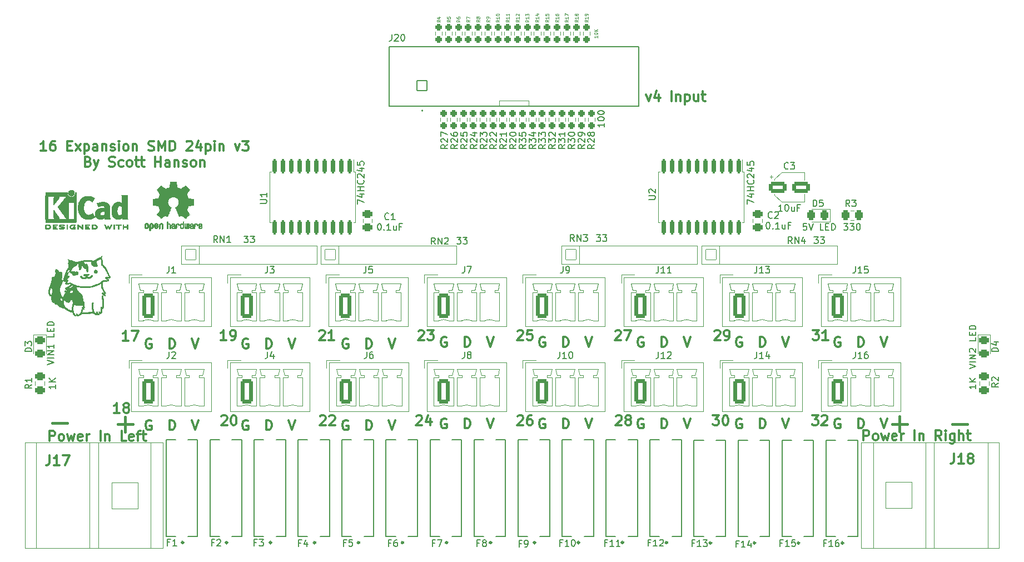
<source format=gbr>
%TF.GenerationSoftware,KiCad,Pcbnew,(6.0.7)*%
%TF.CreationDate,2022-08-24T09:27:26-04:00*%
%TF.ProjectId,PB_16,50425f31-362e-46b6-9963-61645f706362,v3*%
%TF.SameCoordinates,Original*%
%TF.FileFunction,Legend,Top*%
%TF.FilePolarity,Positive*%
%FSLAX46Y46*%
G04 Gerber Fmt 4.6, Leading zero omitted, Abs format (unit mm)*
G04 Created by KiCad (PCBNEW (6.0.7)) date 2022-08-24 09:27:26*
%MOMM*%
%LPD*%
G01*
G04 APERTURE LIST*
G04 Aperture macros list*
%AMRoundRect*
0 Rectangle with rounded corners*
0 $1 Rounding radius*
0 $2 $3 $4 $5 $6 $7 $8 $9 X,Y pos of 4 corners*
0 Add a 4 corners polygon primitive as box body*
4,1,4,$2,$3,$4,$5,$6,$7,$8,$9,$2,$3,0*
0 Add four circle primitives for the rounded corners*
1,1,$1+$1,$2,$3*
1,1,$1+$1,$4,$5*
1,1,$1+$1,$6,$7*
1,1,$1+$1,$8,$9*
0 Add four rect primitives between the rounded corners*
20,1,$1+$1,$2,$3,$4,$5,0*
20,1,$1+$1,$4,$5,$6,$7,0*
20,1,$1+$1,$6,$7,$8,$9,0*
20,1,$1+$1,$8,$9,$2,$3,0*%
G04 Aperture macros list end*
%ADD10C,0.300000*%
%ADD11C,0.400000*%
%ADD12C,0.150000*%
%ADD13C,0.100000*%
%ADD14C,0.120000*%
%ADD15C,0.127000*%
%ADD16C,0.010000*%
%ADD17C,0.200000*%
%ADD18RoundRect,0.300999X0.450001X-0.325001X0.450001X0.325001X-0.450001X0.325001X-0.450001X-0.325001X0*%
%ADD19RoundRect,0.301000X-0.650000X-1.550000X0.650000X-1.550000X0.650000X1.550000X-0.650000X1.550000X0*%
%ADD20O,1.902000X3.702000*%
%ADD21C,2.577000*%
%ADD22RoundRect,0.051000X-0.800000X-0.800000X0.800000X-0.800000X0.800000X0.800000X-0.800000X0.800000X0*%
%ADD23O,1.702000X1.702000*%
%ADD24C,3.802000*%
%ADD25RoundRect,0.300999X-0.450001X0.325001X-0.450001X-0.325001X0.450001X-0.325001X0.450001X0.325001X0*%
%ADD26RoundRect,0.300999X0.325001X0.450001X-0.325001X0.450001X-0.325001X-0.450001X0.325001X-0.450001X0*%
%ADD27RoundRect,0.051000X2.000000X2.000000X-2.000000X2.000000X-2.000000X-2.000000X2.000000X-2.000000X0*%
%ADD28C,4.102000*%
%ADD29RoundRect,0.051000X-2.000000X-2.000000X2.000000X-2.000000X2.000000X2.000000X-2.000000X2.000000X0*%
%ADD30RoundRect,0.051000X-0.765000X-0.765000X0.765000X-0.765000X0.765000X0.765000X-0.765000X0.765000X0*%
%ADD31C,1.632000*%
%ADD32RoundRect,0.201000X-0.150000X0.875000X-0.150000X-0.875000X0.150000X-0.875000X0.150000X0.875000X0*%
%ADD33RoundRect,0.288500X-0.237500X0.250000X-0.237500X-0.250000X0.237500X-0.250000X0.237500X0.250000X0*%
%ADD34RoundRect,0.288500X0.237500X-0.250000X0.237500X0.250000X-0.237500X0.250000X-0.237500X-0.250000X0*%
%ADD35RoundRect,0.301000X-1.050000X-0.550000X1.050000X-0.550000X1.050000X0.550000X-1.050000X0.550000X0*%
G04 APERTURE END LIST*
D10*
X-96838343Y-4474500D02*
X-96981200Y-4403071D01*
X-97195486Y-4403071D01*
X-97409772Y-4474500D01*
X-97552629Y-4617357D01*
X-97624058Y-4760214D01*
X-97695486Y-5045928D01*
X-97695486Y-5260214D01*
X-97624058Y-5545928D01*
X-97552629Y-5688785D01*
X-97409772Y-5831642D01*
X-97195486Y-5903071D01*
X-97052629Y-5903071D01*
X-96838343Y-5831642D01*
X-96766915Y-5760214D01*
X-96766915Y-5260214D01*
X-97052629Y-5260214D01*
X-78828058Y-5903071D02*
X-78828058Y-4403071D01*
X-78470915Y-4403071D01*
X-78256629Y-4474500D01*
X-78113772Y-4617357D01*
X-78042343Y-4760214D01*
X-77970915Y-5045928D01*
X-77970915Y-5260214D01*
X-78042343Y-5545928D01*
X-78113772Y-5688785D01*
X-78256629Y-5831642D01*
X-78470915Y-5903071D01*
X-78828058Y-5903071D01*
X-30421200Y-4149071D02*
X-29921200Y-5649071D01*
X-29421200Y-4149071D01*
X-33870058Y-5649071D02*
X-33870058Y-4149071D01*
X-33512915Y-4149071D01*
X-33298629Y-4220500D01*
X-33155772Y-4363357D01*
X-33084343Y-4506214D01*
X-33012915Y-4791928D01*
X-33012915Y-5006214D01*
X-33084343Y-5291928D01*
X-33155772Y-5434785D01*
X-33298629Y-5577642D01*
X-33512915Y-5649071D01*
X-33870058Y-5649071D01*
X-15435200Y-4149071D02*
X-14935200Y-5649071D01*
X-14435200Y-4149071D01*
X-81598343Y-4474500D02*
X-81741200Y-4403071D01*
X-81955486Y-4403071D01*
X-82169772Y-4474500D01*
X-82312629Y-4617357D01*
X-82384058Y-4760214D01*
X-82455486Y-5045928D01*
X-82455486Y-5260214D01*
X-82384058Y-5545928D01*
X-82312629Y-5688785D01*
X-82169772Y-5831642D01*
X-81955486Y-5903071D01*
X-81812629Y-5903071D01*
X-81598343Y-5831642D01*
X-81526915Y-5760214D01*
X-81526915Y-5260214D01*
X-81812629Y-5260214D01*
X-21654343Y-4220500D02*
X-21797200Y-4149071D01*
X-22011486Y-4149071D01*
X-22225772Y-4220500D01*
X-22368629Y-4363357D01*
X-22440058Y-4506214D01*
X-22511486Y-4791928D01*
X-22511486Y-5006214D01*
X-22440058Y-5291928D01*
X-22368629Y-5434785D01*
X-22225772Y-5577642D01*
X-22011486Y-5649071D01*
X-21868629Y-5649071D01*
X-21654343Y-5577642D01*
X-21582915Y-5506214D01*
X-21582915Y-5006214D01*
X-21868629Y-5006214D01*
X-449200Y-4149071D02*
X50800Y-5649071D01*
X550800Y-4149071D01*
X-3898058Y-5649071D02*
X-3898058Y-4149071D01*
X-3540915Y-4149071D01*
X-3326629Y-4220500D01*
X-3183772Y-4363357D01*
X-3112343Y-4506214D01*
X-3040915Y-4791928D01*
X-3040915Y-5006214D01*
X-3112343Y-5291928D01*
X-3183772Y-5434785D01*
X-3326629Y-5577642D01*
X-3540915Y-5649071D01*
X-3898058Y-5649071D01*
X-6668343Y-4220500D02*
X-6811200Y-4149071D01*
X-7025486Y-4149071D01*
X-7239772Y-4220500D01*
X-7382629Y-4363357D01*
X-7454058Y-4506214D01*
X-7525486Y-4791928D01*
X-7525486Y-5006214D01*
X-7454058Y-5291928D01*
X-7382629Y-5434785D01*
X-7239772Y-5577642D01*
X-7025486Y-5649071D01*
X-6882629Y-5649071D01*
X-6668343Y-5577642D01*
X-6596915Y-5506214D01*
X-6596915Y-5006214D01*
X-6882629Y-5006214D01*
X-63842058Y-5649071D02*
X-63842058Y-4149071D01*
X-63484915Y-4149071D01*
X-63270629Y-4220500D01*
X-63127772Y-4363357D01*
X-63056343Y-4506214D01*
X-62984915Y-4791928D01*
X-62984915Y-5006214D01*
X-63056343Y-5291928D01*
X-63127772Y-5434785D01*
X-63270629Y-5577642D01*
X-63484915Y-5649071D01*
X-63842058Y-5649071D01*
X-94068058Y-5903071D02*
X-94068058Y-4403071D01*
X-93710915Y-4403071D01*
X-93496629Y-4474500D01*
X-93353772Y-4617357D01*
X-93282343Y-4760214D01*
X-93210915Y-5045928D01*
X-93210915Y-5260214D01*
X-93282343Y-5545928D01*
X-93353772Y-5688785D01*
X-93496629Y-5831642D01*
X-93710915Y-5903071D01*
X-94068058Y-5903071D01*
X-18884058Y-5649071D02*
X-18884058Y-4149071D01*
X-18526915Y-4149071D01*
X-18312629Y-4220500D01*
X-18169772Y-4363357D01*
X-18098343Y-4506214D01*
X-18026915Y-4791928D01*
X-18026915Y-5006214D01*
X-18098343Y-5291928D01*
X-18169772Y-5434785D01*
X-18312629Y-5577642D01*
X-18526915Y-5649071D01*
X-18884058Y-5649071D01*
X-105351200Y-4403071D02*
X-104851200Y-5903071D01*
X-104351200Y-4403071D01*
X-45407200Y-4149071D02*
X-44907200Y-5649071D01*
X-44407200Y-4149071D01*
X-51626343Y-4220500D02*
X-51769200Y-4149071D01*
X-51983486Y-4149071D01*
X-52197772Y-4220500D01*
X-52340629Y-4363357D01*
X-52412058Y-4506214D01*
X-52483486Y-4791928D01*
X-52483486Y-5006214D01*
X-52412058Y-5291928D01*
X-52340629Y-5434785D01*
X-52197772Y-5577642D01*
X-51983486Y-5649071D01*
X-51840629Y-5649071D01*
X-51626343Y-5577642D01*
X-51554915Y-5506214D01*
X-51554915Y-5006214D01*
X-51840629Y-5006214D01*
X-66612343Y-4220500D02*
X-66755200Y-4149071D01*
X-66969486Y-4149071D01*
X-67183772Y-4220500D01*
X-67326629Y-4363357D01*
X-67398058Y-4506214D01*
X-67469486Y-4791928D01*
X-67469486Y-5006214D01*
X-67398058Y-5291928D01*
X-67326629Y-5434785D01*
X-67183772Y-5577642D01*
X-66969486Y-5649071D01*
X-66826629Y-5649071D01*
X-66612343Y-5577642D01*
X-66540915Y-5506214D01*
X-66540915Y-5006214D01*
X-66826629Y-5006214D01*
X-90619200Y-4403071D02*
X-90119200Y-5903071D01*
X-89619200Y-4403071D01*
X-111570343Y-4474500D02*
X-111713200Y-4403071D01*
X-111927486Y-4403071D01*
X-112141772Y-4474500D01*
X-112284629Y-4617357D01*
X-112356058Y-4760214D01*
X-112427486Y-5045928D01*
X-112427486Y-5260214D01*
X-112356058Y-5545928D01*
X-112284629Y-5688785D01*
X-112141772Y-5831642D01*
X-111927486Y-5903071D01*
X-111784629Y-5903071D01*
X-111570343Y-5831642D01*
X-111498915Y-5760214D01*
X-111498915Y-5260214D01*
X-111784629Y-5260214D01*
X-108800058Y-5903071D02*
X-108800058Y-4403071D01*
X-108442915Y-4403071D01*
X-108228629Y-4474500D01*
X-108085772Y-4617357D01*
X-108014343Y-4760214D01*
X-107942915Y-5045928D01*
X-107942915Y-5260214D01*
X-108014343Y-5545928D01*
X-108085772Y-5688785D01*
X-108228629Y-5831642D01*
X-108442915Y-5903071D01*
X-108800058Y-5903071D01*
X-60393200Y-4149071D02*
X-59893200Y-5649071D01*
X-59393200Y-4149071D01*
X-75379200Y-4403071D02*
X-74879200Y-5903071D01*
X-74379200Y-4403071D01*
X-48856058Y-5649071D02*
X-48856058Y-4149071D01*
X-48498915Y-4149071D01*
X-48284629Y-4220500D01*
X-48141772Y-4363357D01*
X-48070343Y-4506214D01*
X-47998915Y-4791928D01*
X-47998915Y-5006214D01*
X-48070343Y-5291928D01*
X-48141772Y-5434785D01*
X-48284629Y-5577642D01*
X-48498915Y-5649071D01*
X-48856058Y-5649071D01*
X-36640343Y-4220500D02*
X-36783200Y-4149071D01*
X-36997486Y-4149071D01*
X-37211772Y-4220500D01*
X-37354629Y-4363357D01*
X-37426058Y-4506214D01*
X-37497486Y-4791928D01*
X-37497486Y-5006214D01*
X-37426058Y-5291928D01*
X-37354629Y-5434785D01*
X-37211772Y-5577642D01*
X-36997486Y-5649071D01*
X-36854629Y-5649071D01*
X-36640343Y-5577642D01*
X-36568915Y-5506214D01*
X-36568915Y-5006214D01*
X-36854629Y-5006214D01*
X-108800058Y6496929D02*
X-108800058Y7996929D01*
X-108442915Y7996929D01*
X-108228629Y7925500D01*
X-108085772Y7782643D01*
X-108014343Y7639786D01*
X-107942915Y7354072D01*
X-107942915Y7139786D01*
X-108014343Y6854072D01*
X-108085772Y6711215D01*
X-108228629Y6568358D01*
X-108442915Y6496929D01*
X-108800058Y6496929D01*
X-111570343Y7925500D02*
X-111713200Y7996929D01*
X-111927486Y7996929D01*
X-112141772Y7925500D01*
X-112284629Y7782643D01*
X-112356058Y7639786D01*
X-112427486Y7354072D01*
X-112427486Y7139786D01*
X-112356058Y6854072D01*
X-112284629Y6711215D01*
X-112141772Y6568358D01*
X-111927486Y6496929D01*
X-111784629Y6496929D01*
X-111570343Y6568358D01*
X-111498915Y6639786D01*
X-111498915Y7139786D01*
X-111784629Y7139786D01*
X-105351200Y7996929D02*
X-104851200Y6496929D01*
X-104351200Y7996929D01*
D11*
X1280942Y-4976585D02*
X3566657Y-4976585D01*
X2423800Y-6119442D02*
X2423800Y-3833728D01*
D10*
X-127530486Y36614629D02*
X-128387629Y36614629D01*
X-127959058Y36614629D02*
X-127959058Y38114629D01*
X-128101915Y37900343D01*
X-128244772Y37757486D01*
X-128387629Y37686058D01*
X-126244772Y38114629D02*
X-126530486Y38114629D01*
X-126673343Y38043200D01*
X-126744772Y37971772D01*
X-126887629Y37757486D01*
X-126959058Y37471772D01*
X-126959058Y36900343D01*
X-126887629Y36757486D01*
X-126816201Y36686058D01*
X-126673343Y36614629D01*
X-126387629Y36614629D01*
X-126244772Y36686058D01*
X-126173343Y36757486D01*
X-126101915Y36900343D01*
X-126101915Y37257486D01*
X-126173343Y37400343D01*
X-126244772Y37471772D01*
X-126387629Y37543200D01*
X-126673343Y37543200D01*
X-126816201Y37471772D01*
X-126887629Y37400343D01*
X-126959058Y37257486D01*
X-124316201Y37400343D02*
X-123816201Y37400343D01*
X-123601915Y36614629D02*
X-124316201Y36614629D01*
X-124316201Y38114629D01*
X-123601915Y38114629D01*
X-123101915Y36614629D02*
X-122316201Y37614629D01*
X-123101915Y37614629D02*
X-122316201Y36614629D01*
X-121744772Y37614629D02*
X-121744772Y36114629D01*
X-121744772Y37543200D02*
X-121601915Y37614629D01*
X-121316201Y37614629D01*
X-121173343Y37543200D01*
X-121101915Y37471772D01*
X-121030486Y37328915D01*
X-121030486Y36900343D01*
X-121101915Y36757486D01*
X-121173343Y36686058D01*
X-121316201Y36614629D01*
X-121601915Y36614629D01*
X-121744772Y36686058D01*
X-119744772Y36614629D02*
X-119744772Y37400343D01*
X-119816201Y37543200D01*
X-119959058Y37614629D01*
X-120244772Y37614629D01*
X-120387629Y37543200D01*
X-119744772Y36686058D02*
X-119887629Y36614629D01*
X-120244772Y36614629D01*
X-120387629Y36686058D01*
X-120459058Y36828915D01*
X-120459058Y36971772D01*
X-120387629Y37114629D01*
X-120244772Y37186058D01*
X-119887629Y37186058D01*
X-119744772Y37257486D01*
X-119030486Y37614629D02*
X-119030486Y36614629D01*
X-119030486Y37471772D02*
X-118959058Y37543200D01*
X-118816201Y37614629D01*
X-118601915Y37614629D01*
X-118459058Y37543200D01*
X-118387629Y37400343D01*
X-118387629Y36614629D01*
X-117744772Y36686058D02*
X-117601915Y36614629D01*
X-117316201Y36614629D01*
X-117173343Y36686058D01*
X-117101915Y36828915D01*
X-117101915Y36900343D01*
X-117173343Y37043200D01*
X-117316201Y37114629D01*
X-117530486Y37114629D01*
X-117673343Y37186058D01*
X-117744772Y37328915D01*
X-117744772Y37400343D01*
X-117673343Y37543200D01*
X-117530486Y37614629D01*
X-117316201Y37614629D01*
X-117173343Y37543200D01*
X-116459058Y36614629D02*
X-116459058Y37614629D01*
X-116459058Y38114629D02*
X-116530486Y38043200D01*
X-116459058Y37971772D01*
X-116387629Y38043200D01*
X-116459058Y38114629D01*
X-116459058Y37971772D01*
X-115530486Y36614629D02*
X-115673343Y36686058D01*
X-115744772Y36757486D01*
X-115816201Y36900343D01*
X-115816201Y37328915D01*
X-115744772Y37471772D01*
X-115673343Y37543200D01*
X-115530486Y37614629D01*
X-115316201Y37614629D01*
X-115173343Y37543200D01*
X-115101915Y37471772D01*
X-115030486Y37328915D01*
X-115030486Y36900343D01*
X-115101915Y36757486D01*
X-115173343Y36686058D01*
X-115316201Y36614629D01*
X-115530486Y36614629D01*
X-114387629Y37614629D02*
X-114387629Y36614629D01*
X-114387629Y37471772D02*
X-114316201Y37543200D01*
X-114173343Y37614629D01*
X-113959058Y37614629D01*
X-113816201Y37543200D01*
X-113744772Y37400343D01*
X-113744772Y36614629D01*
X-111959058Y36686058D02*
X-111744772Y36614629D01*
X-111387629Y36614629D01*
X-111244772Y36686058D01*
X-111173343Y36757486D01*
X-111101915Y36900343D01*
X-111101915Y37043200D01*
X-111173343Y37186058D01*
X-111244772Y37257486D01*
X-111387629Y37328915D01*
X-111673343Y37400343D01*
X-111816201Y37471772D01*
X-111887629Y37543200D01*
X-111959058Y37686058D01*
X-111959058Y37828915D01*
X-111887629Y37971772D01*
X-111816201Y38043200D01*
X-111673343Y38114629D01*
X-111316201Y38114629D01*
X-111101915Y38043200D01*
X-110459058Y36614629D02*
X-110459058Y38114629D01*
X-109959058Y37043200D01*
X-109459058Y38114629D01*
X-109459058Y36614629D01*
X-108744772Y36614629D02*
X-108744772Y38114629D01*
X-108387629Y38114629D01*
X-108173343Y38043200D01*
X-108030486Y37900343D01*
X-107959058Y37757486D01*
X-107887629Y37471772D01*
X-107887629Y37257486D01*
X-107959058Y36971772D01*
X-108030486Y36828915D01*
X-108173343Y36686058D01*
X-108387629Y36614629D01*
X-108744772Y36614629D01*
X-106173343Y37971772D02*
X-106101915Y38043200D01*
X-105959058Y38114629D01*
X-105601915Y38114629D01*
X-105459058Y38043200D01*
X-105387629Y37971772D01*
X-105316201Y37828915D01*
X-105316201Y37686058D01*
X-105387629Y37471772D01*
X-106244772Y36614629D01*
X-105316201Y36614629D01*
X-104030486Y37614629D02*
X-104030486Y36614629D01*
X-104387629Y38186058D02*
X-104744772Y37114629D01*
X-103816201Y37114629D01*
X-103244772Y37614629D02*
X-103244772Y36114629D01*
X-103244772Y37543200D02*
X-103101915Y37614629D01*
X-102816201Y37614629D01*
X-102673343Y37543200D01*
X-102601915Y37471772D01*
X-102530486Y37328915D01*
X-102530486Y36900343D01*
X-102601915Y36757486D01*
X-102673343Y36686058D01*
X-102816201Y36614629D01*
X-103101915Y36614629D01*
X-103244772Y36686058D01*
X-101887629Y36614629D02*
X-101887629Y37614629D01*
X-101887629Y38114629D02*
X-101959058Y38043200D01*
X-101887629Y37971772D01*
X-101816201Y38043200D01*
X-101887629Y38114629D01*
X-101887629Y37971772D01*
X-101173343Y37614629D02*
X-101173343Y36614629D01*
X-101173343Y37471772D02*
X-101101915Y37543200D01*
X-100959058Y37614629D01*
X-100744772Y37614629D01*
X-100601915Y37543200D01*
X-100530486Y37400343D01*
X-100530486Y36614629D01*
X-98816201Y37614629D02*
X-98459058Y36614629D01*
X-98101915Y37614629D01*
X-97673343Y38114629D02*
X-96744772Y38114629D01*
X-97244772Y37543200D01*
X-97030486Y37543200D01*
X-96887629Y37471772D01*
X-96816201Y37400343D01*
X-96744772Y37257486D01*
X-96744772Y36900343D01*
X-96816201Y36757486D01*
X-96887629Y36686058D01*
X-97030486Y36614629D01*
X-97459058Y36614629D01*
X-97601915Y36686058D01*
X-97673343Y36757486D01*
X-121173343Y34985343D02*
X-120959058Y34913915D01*
X-120887629Y34842486D01*
X-120816200Y34699629D01*
X-120816200Y34485343D01*
X-120887629Y34342486D01*
X-120959058Y34271058D01*
X-121101915Y34199629D01*
X-121673343Y34199629D01*
X-121673343Y35699629D01*
X-121173343Y35699629D01*
X-121030486Y35628200D01*
X-120959058Y35556772D01*
X-120887629Y35413915D01*
X-120887629Y35271058D01*
X-120959058Y35128200D01*
X-121030486Y35056772D01*
X-121173343Y34985343D01*
X-121673343Y34985343D01*
X-120316200Y35199629D02*
X-119959058Y34199629D01*
X-119601915Y35199629D02*
X-119959058Y34199629D01*
X-120101915Y33842486D01*
X-120173343Y33771058D01*
X-120316200Y33699629D01*
X-117959058Y34271058D02*
X-117744772Y34199629D01*
X-117387629Y34199629D01*
X-117244772Y34271058D01*
X-117173343Y34342486D01*
X-117101915Y34485343D01*
X-117101915Y34628200D01*
X-117173343Y34771058D01*
X-117244772Y34842486D01*
X-117387629Y34913915D01*
X-117673343Y34985343D01*
X-117816200Y35056772D01*
X-117887629Y35128200D01*
X-117959058Y35271058D01*
X-117959058Y35413915D01*
X-117887629Y35556772D01*
X-117816200Y35628200D01*
X-117673343Y35699629D01*
X-117316200Y35699629D01*
X-117101915Y35628200D01*
X-115816200Y34271058D02*
X-115959058Y34199629D01*
X-116244772Y34199629D01*
X-116387629Y34271058D01*
X-116459058Y34342486D01*
X-116530486Y34485343D01*
X-116530486Y34913915D01*
X-116459058Y35056772D01*
X-116387629Y35128200D01*
X-116244772Y35199629D01*
X-115959058Y35199629D01*
X-115816200Y35128200D01*
X-114959058Y34199629D02*
X-115101915Y34271058D01*
X-115173343Y34342486D01*
X-115244772Y34485343D01*
X-115244772Y34913915D01*
X-115173343Y35056772D01*
X-115101915Y35128200D01*
X-114959058Y35199629D01*
X-114744772Y35199629D01*
X-114601915Y35128200D01*
X-114530486Y35056772D01*
X-114459058Y34913915D01*
X-114459058Y34485343D01*
X-114530486Y34342486D01*
X-114601915Y34271058D01*
X-114744772Y34199629D01*
X-114959058Y34199629D01*
X-114030486Y35199629D02*
X-113459058Y35199629D01*
X-113816200Y35699629D02*
X-113816200Y34413915D01*
X-113744772Y34271058D01*
X-113601915Y34199629D01*
X-113459058Y34199629D01*
X-113173343Y35199629D02*
X-112601915Y35199629D01*
X-112959058Y35699629D02*
X-112959058Y34413915D01*
X-112887629Y34271058D01*
X-112744772Y34199629D01*
X-112601915Y34199629D01*
X-110959058Y34199629D02*
X-110959058Y35699629D01*
X-110959058Y34985343D02*
X-110101915Y34985343D01*
X-110101915Y34199629D02*
X-110101915Y35699629D01*
X-108744772Y34199629D02*
X-108744772Y34985343D01*
X-108816200Y35128200D01*
X-108959058Y35199629D01*
X-109244772Y35199629D01*
X-109387629Y35128200D01*
X-108744772Y34271058D02*
X-108887629Y34199629D01*
X-109244772Y34199629D01*
X-109387629Y34271058D01*
X-109459058Y34413915D01*
X-109459058Y34556772D01*
X-109387629Y34699629D01*
X-109244772Y34771058D01*
X-108887629Y34771058D01*
X-108744772Y34842486D01*
X-108030486Y35199629D02*
X-108030486Y34199629D01*
X-108030486Y35056772D02*
X-107959058Y35128200D01*
X-107816200Y35199629D01*
X-107601915Y35199629D01*
X-107459058Y35128200D01*
X-107387629Y34985343D01*
X-107387629Y34199629D01*
X-106744772Y34271058D02*
X-106601915Y34199629D01*
X-106316200Y34199629D01*
X-106173343Y34271058D01*
X-106101915Y34413915D01*
X-106101915Y34485343D01*
X-106173343Y34628200D01*
X-106316200Y34699629D01*
X-106530486Y34699629D01*
X-106673343Y34771058D01*
X-106744772Y34913915D01*
X-106744772Y34985343D01*
X-106673343Y35128200D01*
X-106530486Y35199629D01*
X-106316200Y35199629D01*
X-106173343Y35128200D01*
X-105244772Y34199629D02*
X-105387629Y34271058D01*
X-105459058Y34342486D01*
X-105530486Y34485343D01*
X-105530486Y34913915D01*
X-105459058Y35056772D01*
X-105387629Y35128200D01*
X-105244772Y35199629D01*
X-105030486Y35199629D01*
X-104887629Y35128200D01*
X-104816200Y35056772D01*
X-104744772Y34913915D01*
X-104744772Y34485343D01*
X-104816200Y34342486D01*
X-104887629Y34271058D01*
X-105030486Y34199629D01*
X-105244772Y34199629D01*
X-104101915Y35199629D02*
X-104101915Y34199629D01*
X-104101915Y35056772D02*
X-104030486Y35128200D01*
X-103887629Y35199629D01*
X-103673343Y35199629D01*
X-103530486Y35128200D01*
X-103459058Y34985343D01*
X-103459058Y34199629D01*
X-115001915Y7707129D02*
X-115859058Y7707129D01*
X-115430486Y7707129D02*
X-115430486Y9207129D01*
X-115573343Y8992843D01*
X-115716200Y8849986D01*
X-115859058Y8778558D01*
X-114501915Y9207129D02*
X-113501915Y9207129D01*
X-114144772Y7707129D01*
X-85859058Y-3835728D02*
X-85787629Y-3764300D01*
X-85644772Y-3692871D01*
X-85287629Y-3692871D01*
X-85144772Y-3764300D01*
X-85073343Y-3835728D01*
X-85001915Y-3978585D01*
X-85001915Y-4121442D01*
X-85073343Y-4335728D01*
X-85930486Y-5192871D01*
X-85001915Y-5192871D01*
X-84430486Y-3835728D02*
X-84359058Y-3764300D01*
X-84216200Y-3692871D01*
X-83859058Y-3692871D01*
X-83716200Y-3764300D01*
X-83644772Y-3835728D01*
X-83573343Y-3978585D01*
X-83573343Y-4121442D01*
X-83644772Y-4335728D01*
X-84501915Y-5192871D01*
X-83573343Y-5192871D01*
X-10830486Y9307129D02*
X-9901915Y9307129D01*
X-10401915Y8735700D01*
X-10187629Y8735700D01*
X-10044772Y8664272D01*
X-9973343Y8592843D01*
X-9901915Y8449986D01*
X-9901915Y8092843D01*
X-9973343Y7949986D01*
X-10044772Y7878558D01*
X-10187629Y7807129D01*
X-10616200Y7807129D01*
X-10759058Y7878558D01*
X-10830486Y7949986D01*
X-8473343Y7807129D02*
X-9330486Y7807129D01*
X-8901915Y7807129D02*
X-8901915Y9307129D01*
X-9044772Y9092843D01*
X-9187629Y8949986D01*
X-9330486Y8878558D01*
X-90619200Y7996929D02*
X-90119200Y6496929D01*
X-89619200Y7996929D01*
D11*
X10424942Y-4976585D02*
X12710657Y-4976585D01*
D10*
X-70859058Y9164272D02*
X-70787629Y9235700D01*
X-70644772Y9307129D01*
X-70287629Y9307129D01*
X-70144772Y9235700D01*
X-70073343Y9164272D01*
X-70001915Y9021415D01*
X-70001915Y8878558D01*
X-70073343Y8664272D01*
X-70930486Y7807129D01*
X-70001915Y7807129D01*
X-69501915Y9307129D02*
X-68573343Y9307129D01*
X-69073343Y8735700D01*
X-68859058Y8735700D01*
X-68716200Y8664272D01*
X-68644772Y8592843D01*
X-68573343Y8449986D01*
X-68573343Y8092843D01*
X-68644772Y7949986D01*
X-68716200Y7878558D01*
X-68859058Y7807129D01*
X-69287629Y7807129D01*
X-69430486Y7878558D01*
X-69501915Y7949986D01*
X-75379200Y7996929D02*
X-74879200Y6496929D01*
X-74379200Y7996929D01*
X-55759058Y9164272D02*
X-55687629Y9235700D01*
X-55544772Y9307129D01*
X-55187629Y9307129D01*
X-55044772Y9235700D01*
X-54973343Y9164272D01*
X-54901915Y9021415D01*
X-54901915Y8878558D01*
X-54973343Y8664272D01*
X-55830486Y7807129D01*
X-54901915Y7807129D01*
X-53544772Y9307129D02*
X-54259058Y9307129D01*
X-54330486Y8592843D01*
X-54259058Y8664272D01*
X-54116200Y8735700D01*
X-53759058Y8735700D01*
X-53616200Y8664272D01*
X-53544772Y8592843D01*
X-53473343Y8449986D01*
X-53473343Y8092843D01*
X-53544772Y7949986D01*
X-53616200Y7878558D01*
X-53759058Y7807129D01*
X-54116200Y7807129D01*
X-54259058Y7878558D01*
X-54330486Y7949986D01*
X-60393200Y8250929D02*
X-59893200Y6750929D01*
X-59393200Y8250929D01*
X-36640343Y8179500D02*
X-36783200Y8250929D01*
X-36997486Y8250929D01*
X-37211772Y8179500D01*
X-37354629Y8036643D01*
X-37426058Y7893786D01*
X-37497486Y7608072D01*
X-37497486Y7393786D01*
X-37426058Y7108072D01*
X-37354629Y6965215D01*
X-37211772Y6822358D01*
X-36997486Y6750929D01*
X-36854629Y6750929D01*
X-36640343Y6822358D01*
X-36568915Y6893786D01*
X-36568915Y7393786D01*
X-36854629Y7393786D01*
X-3898058Y6750929D02*
X-3898058Y8250929D01*
X-3540915Y8250929D01*
X-3326629Y8179500D01*
X-3183772Y8036643D01*
X-3112343Y7893786D01*
X-3040915Y7608072D01*
X-3040915Y7393786D01*
X-3112343Y7108072D01*
X-3183772Y6965215D01*
X-3326629Y6822358D01*
X-3540915Y6750929D01*
X-3898058Y6750929D01*
X-116351915Y-3292871D02*
X-117209058Y-3292871D01*
X-116780486Y-3292871D02*
X-116780486Y-1792871D01*
X-116923343Y-2007157D01*
X-117066200Y-2150014D01*
X-117209058Y-2221442D01*
X-115494772Y-2435728D02*
X-115637629Y-2364300D01*
X-115709058Y-2292871D01*
X-115780486Y-2150014D01*
X-115780486Y-2078585D01*
X-115709058Y-1935728D01*
X-115637629Y-1864300D01*
X-115494772Y-1792871D01*
X-115209058Y-1792871D01*
X-115066200Y-1864300D01*
X-114994772Y-1935728D01*
X-114923343Y-2078585D01*
X-114923343Y-2150014D01*
X-114994772Y-2292871D01*
X-115066200Y-2364300D01*
X-115209058Y-2435728D01*
X-115494772Y-2435728D01*
X-115637629Y-2507157D01*
X-115709058Y-2578585D01*
X-115780486Y-2721442D01*
X-115780486Y-3007157D01*
X-115709058Y-3150014D01*
X-115637629Y-3221442D01*
X-115494772Y-3292871D01*
X-115209058Y-3292871D01*
X-115066200Y-3221442D01*
X-114994772Y-3150014D01*
X-114923343Y-3007157D01*
X-114923343Y-2721442D01*
X-114994772Y-2578585D01*
X-115066200Y-2507157D01*
X-115209058Y-2435728D01*
X-6668343Y8179500D02*
X-6811200Y8250929D01*
X-7025486Y8250929D01*
X-7239772Y8179500D01*
X-7382629Y8036643D01*
X-7454058Y7893786D01*
X-7525486Y7608072D01*
X-7525486Y7393786D01*
X-7454058Y7108072D01*
X-7382629Y6965215D01*
X-7239772Y6822358D01*
X-7025486Y6750929D01*
X-6882629Y6750929D01*
X-6668343Y6822358D01*
X-6596915Y6893786D01*
X-6596915Y7393786D01*
X-6882629Y7393786D01*
X-21654343Y8179500D02*
X-21797200Y8250929D01*
X-22011486Y8250929D01*
X-22225772Y8179500D01*
X-22368629Y8036643D01*
X-22440058Y7893786D01*
X-22511486Y7608072D01*
X-22511486Y7393786D01*
X-22440058Y7108072D01*
X-22368629Y6965215D01*
X-22225772Y6822358D01*
X-22011486Y6750929D01*
X-21868629Y6750929D01*
X-21654343Y6822358D01*
X-21582915Y6893786D01*
X-21582915Y7393786D01*
X-21868629Y7393786D01*
X-25759058Y9164272D02*
X-25687629Y9235700D01*
X-25544772Y9307129D01*
X-25187629Y9307129D01*
X-25044772Y9235700D01*
X-24973343Y9164272D01*
X-24901915Y9021415D01*
X-24901915Y8878558D01*
X-24973343Y8664272D01*
X-25830486Y7807129D01*
X-24901915Y7807129D01*
X-24187629Y7807129D02*
X-23901915Y7807129D01*
X-23759058Y7878558D01*
X-23687629Y7949986D01*
X-23544772Y8164272D01*
X-23473343Y8449986D01*
X-23473343Y9021415D01*
X-23544772Y9164272D01*
X-23616200Y9235700D01*
X-23759058Y9307129D01*
X-24044772Y9307129D01*
X-24187629Y9235700D01*
X-24259058Y9164272D01*
X-24330486Y9021415D01*
X-24330486Y8664272D01*
X-24259058Y8521415D01*
X-24187629Y8449986D01*
X-24044772Y8378558D01*
X-23759058Y8378558D01*
X-23616200Y8449986D01*
X-23544772Y8521415D01*
X-23473343Y8664272D01*
X-40859058Y9164272D02*
X-40787629Y9235700D01*
X-40644772Y9307129D01*
X-40287629Y9307129D01*
X-40144772Y9235700D01*
X-40073343Y9164272D01*
X-40001915Y9021415D01*
X-40001915Y8878558D01*
X-40073343Y8664272D01*
X-40930486Y7807129D01*
X-40001915Y7807129D01*
X-39501915Y9307129D02*
X-38501915Y9307129D01*
X-39144772Y7807129D01*
X-26030486Y-3692871D02*
X-25101915Y-3692871D01*
X-25601915Y-4264300D01*
X-25387629Y-4264300D01*
X-25244772Y-4335728D01*
X-25173343Y-4407157D01*
X-25101915Y-4550014D01*
X-25101915Y-4907157D01*
X-25173343Y-5050014D01*
X-25244772Y-5121442D01*
X-25387629Y-5192871D01*
X-25816200Y-5192871D01*
X-25959058Y-5121442D01*
X-26030486Y-5050014D01*
X-24173343Y-3692871D02*
X-24030486Y-3692871D01*
X-23887629Y-3764300D01*
X-23816200Y-3835728D01*
X-23744772Y-3978585D01*
X-23673343Y-4264300D01*
X-23673343Y-4621442D01*
X-23744772Y-4907157D01*
X-23816200Y-5050014D01*
X-23887629Y-5121442D01*
X-24030486Y-5192871D01*
X-24173343Y-5192871D01*
X-24316200Y-5121442D01*
X-24387629Y-5050014D01*
X-24459058Y-4907157D01*
X-24530486Y-4621442D01*
X-24530486Y-4264300D01*
X-24459058Y-3978585D01*
X-24387629Y-3835728D01*
X-24316200Y-3764300D01*
X-24173343Y-3692871D01*
D11*
X-116659058Y-5028585D02*
X-114373343Y-5028585D01*
X-115516200Y-6171442D02*
X-115516200Y-3885728D01*
D10*
X-45407200Y8250929D02*
X-44907200Y6750929D01*
X-44407200Y8250929D01*
X-48856058Y6750929D02*
X-48856058Y8250929D01*
X-48498915Y8250929D01*
X-48284629Y8179500D01*
X-48141772Y8036643D01*
X-48070343Y7893786D01*
X-47998915Y7608072D01*
X-47998915Y7393786D01*
X-48070343Y7108072D01*
X-48141772Y6965215D01*
X-48284629Y6822358D01*
X-48498915Y6750929D01*
X-48856058Y6750929D01*
X-94068058Y6496929D02*
X-94068058Y7996929D01*
X-93710915Y7996929D01*
X-93496629Y7925500D01*
X-93353772Y7782643D01*
X-93282343Y7639786D01*
X-93210915Y7354072D01*
X-93210915Y7139786D01*
X-93282343Y6854072D01*
X-93353772Y6711215D01*
X-93496629Y6568358D01*
X-93710915Y6496929D01*
X-94068058Y6496929D01*
X-15435200Y8250929D02*
X-14935200Y6750929D01*
X-14435200Y8250929D01*
X-81598343Y7925500D02*
X-81741200Y7996929D01*
X-81955486Y7996929D01*
X-82169772Y7925500D01*
X-82312629Y7782643D01*
X-82384058Y7639786D01*
X-82455486Y7354072D01*
X-82455486Y7139786D01*
X-82384058Y6854072D01*
X-82312629Y6711215D01*
X-82169772Y6568358D01*
X-81955486Y6496929D01*
X-81812629Y6496929D01*
X-81598343Y6568358D01*
X-81526915Y6639786D01*
X-81526915Y7139786D01*
X-81812629Y7139786D01*
X-55759058Y-3835728D02*
X-55687629Y-3764300D01*
X-55544772Y-3692871D01*
X-55187629Y-3692871D01*
X-55044772Y-3764300D01*
X-54973343Y-3835728D01*
X-54901915Y-3978585D01*
X-54901915Y-4121442D01*
X-54973343Y-4335728D01*
X-55830486Y-5192871D01*
X-54901915Y-5192871D01*
X-53616200Y-3692871D02*
X-53901915Y-3692871D01*
X-54044772Y-3764300D01*
X-54116200Y-3835728D01*
X-54259058Y-4050014D01*
X-54330486Y-4335728D01*
X-54330486Y-4907157D01*
X-54259058Y-5050014D01*
X-54187629Y-5121442D01*
X-54044772Y-5192871D01*
X-53759058Y-5192871D01*
X-53616200Y-5121442D01*
X-53544772Y-5050014D01*
X-53473343Y-4907157D01*
X-53473343Y-4550014D01*
X-53544772Y-4407157D01*
X-53616200Y-4335728D01*
X-53759058Y-4264300D01*
X-54044772Y-4264300D01*
X-54187629Y-4335728D01*
X-54259058Y-4407157D01*
X-54330486Y-4550014D01*
D11*
X-126659058Y-4828585D02*
X-124373343Y-4828585D01*
D10*
X-66612343Y8179500D02*
X-66755200Y8250929D01*
X-66969486Y8250929D01*
X-67183772Y8179500D01*
X-67326629Y8036643D01*
X-67398058Y7893786D01*
X-67469486Y7608072D01*
X-67469486Y7393786D01*
X-67398058Y7108072D01*
X-67326629Y6965215D01*
X-67183772Y6822358D01*
X-66969486Y6750929D01*
X-66826629Y6750929D01*
X-66612343Y6822358D01*
X-66540915Y6893786D01*
X-66540915Y7393786D01*
X-66826629Y7393786D01*
X-30421200Y8250929D02*
X-29921200Y6750929D01*
X-29421200Y8250929D01*
X-78828058Y6496929D02*
X-78828058Y7996929D01*
X-78470915Y7996929D01*
X-78256629Y7925500D01*
X-78113772Y7782643D01*
X-78042343Y7639786D01*
X-77970915Y7354072D01*
X-77970915Y7139786D01*
X-78042343Y6854072D01*
X-78113772Y6711215D01*
X-78256629Y6568358D01*
X-78470915Y6496929D01*
X-78828058Y6496929D01*
X-40759058Y-3835728D02*
X-40687629Y-3764300D01*
X-40544772Y-3692871D01*
X-40187629Y-3692871D01*
X-40044772Y-3764300D01*
X-39973343Y-3835728D01*
X-39901915Y-3978585D01*
X-39901915Y-4121442D01*
X-39973343Y-4335728D01*
X-40830486Y-5192871D01*
X-39901915Y-5192871D01*
X-39044772Y-4335728D02*
X-39187629Y-4264300D01*
X-39259058Y-4192871D01*
X-39330486Y-4050014D01*
X-39330486Y-3978585D01*
X-39259058Y-3835728D01*
X-39187629Y-3764300D01*
X-39044772Y-3692871D01*
X-38759058Y-3692871D01*
X-38616200Y-3764300D01*
X-38544772Y-3835728D01*
X-38473343Y-3978585D01*
X-38473343Y-4050014D01*
X-38544772Y-4192871D01*
X-38616200Y-4264300D01*
X-38759058Y-4335728D01*
X-39044772Y-4335728D01*
X-39187629Y-4407157D01*
X-39259058Y-4478585D01*
X-39330486Y-4621442D01*
X-39330486Y-4907157D01*
X-39259058Y-5050014D01*
X-39187629Y-5121442D01*
X-39044772Y-5192871D01*
X-38759058Y-5192871D01*
X-38616200Y-5121442D01*
X-38544772Y-5050014D01*
X-38473343Y-4907157D01*
X-38473343Y-4621442D01*
X-38544772Y-4478585D01*
X-38616200Y-4407157D01*
X-38759058Y-4335728D01*
X-85959058Y9164272D02*
X-85887629Y9235700D01*
X-85744772Y9307129D01*
X-85387629Y9307129D01*
X-85244772Y9235700D01*
X-85173343Y9164272D01*
X-85101915Y9021415D01*
X-85101915Y8878558D01*
X-85173343Y8664272D01*
X-86030486Y7807129D01*
X-85101915Y7807129D01*
X-83673343Y7807129D02*
X-84530486Y7807129D01*
X-84101915Y7807129D02*
X-84101915Y9307129D01*
X-84244772Y9092843D01*
X-84387629Y8949986D01*
X-84530486Y8878558D01*
X-18884058Y6750929D02*
X-18884058Y8250929D01*
X-18526915Y8250929D01*
X-18312629Y8179500D01*
X-18169772Y8036643D01*
X-18098343Y7893786D01*
X-18026915Y7608072D01*
X-18026915Y7393786D01*
X-18098343Y7108072D01*
X-18169772Y6965215D01*
X-18312629Y6822358D01*
X-18526915Y6750929D01*
X-18884058Y6750929D01*
X-33870058Y6750929D02*
X-33870058Y8250929D01*
X-33512915Y8250929D01*
X-33298629Y8179500D01*
X-33155772Y8036643D01*
X-33084343Y7893786D01*
X-33012915Y7608072D01*
X-33012915Y7393786D01*
X-33084343Y7108072D01*
X-33155772Y6965215D01*
X-33298629Y6822358D01*
X-33512915Y6750929D01*
X-33870058Y6750929D01*
X-10930486Y-3692871D02*
X-10001915Y-3692871D01*
X-10501915Y-4264300D01*
X-10287629Y-4264300D01*
X-10144772Y-4335728D01*
X-10073343Y-4407157D01*
X-10001915Y-4550014D01*
X-10001915Y-4907157D01*
X-10073343Y-5050014D01*
X-10144772Y-5121442D01*
X-10287629Y-5192871D01*
X-10716200Y-5192871D01*
X-10859058Y-5121442D01*
X-10930486Y-5050014D01*
X-9430486Y-3835728D02*
X-9359058Y-3764300D01*
X-9216200Y-3692871D01*
X-8859058Y-3692871D01*
X-8716200Y-3764300D01*
X-8644772Y-3835728D01*
X-8573343Y-3978585D01*
X-8573343Y-4121442D01*
X-8644772Y-4335728D01*
X-9501915Y-5192871D01*
X-8573343Y-5192871D01*
X-71159058Y-3835728D02*
X-71087629Y-3764300D01*
X-70944772Y-3692871D01*
X-70587629Y-3692871D01*
X-70444772Y-3764300D01*
X-70373343Y-3835728D01*
X-70301915Y-3978585D01*
X-70301915Y-4121442D01*
X-70373343Y-4335728D01*
X-71230486Y-5192871D01*
X-70301915Y-5192871D01*
X-69016200Y-4192871D02*
X-69016200Y-5192871D01*
X-69373343Y-3621442D02*
X-69730486Y-4692871D01*
X-68801915Y-4692871D01*
X-63842058Y6750929D02*
X-63842058Y8250929D01*
X-63484915Y8250929D01*
X-63270629Y8179500D01*
X-63127772Y8036643D01*
X-63056343Y7893786D01*
X-62984915Y7608072D01*
X-62984915Y7393786D01*
X-63056343Y7108072D01*
X-63127772Y6965215D01*
X-63270629Y6822358D01*
X-63484915Y6750929D01*
X-63842058Y6750929D01*
X-449200Y8250929D02*
X50800Y6750929D01*
X550800Y8250929D01*
X-100859058Y-3835728D02*
X-100787629Y-3764300D01*
X-100644772Y-3692871D01*
X-100287629Y-3692871D01*
X-100144772Y-3764300D01*
X-100073343Y-3835728D01*
X-100001915Y-3978585D01*
X-100001915Y-4121442D01*
X-100073343Y-4335728D01*
X-100930486Y-5192871D01*
X-100001915Y-5192871D01*
X-99073343Y-3692871D02*
X-98930486Y-3692871D01*
X-98787629Y-3764300D01*
X-98716200Y-3835728D01*
X-98644772Y-3978585D01*
X-98573343Y-4264300D01*
X-98573343Y-4621442D01*
X-98644772Y-4907157D01*
X-98716200Y-5050014D01*
X-98787629Y-5121442D01*
X-98930486Y-5192871D01*
X-99073343Y-5192871D01*
X-99216200Y-5121442D01*
X-99287629Y-5050014D01*
X-99359058Y-4907157D01*
X-99430486Y-4621442D01*
X-99430486Y-4264300D01*
X-99359058Y-3978585D01*
X-99287629Y-3835728D01*
X-99216200Y-3764300D01*
X-99073343Y-3692871D01*
X-96838343Y7925500D02*
X-96981200Y7996929D01*
X-97195486Y7996929D01*
X-97409772Y7925500D01*
X-97552629Y7782643D01*
X-97624058Y7639786D01*
X-97695486Y7354072D01*
X-97695486Y7139786D01*
X-97624058Y6854072D01*
X-97552629Y6711215D01*
X-97409772Y6568358D01*
X-97195486Y6496929D01*
X-97052629Y6496929D01*
X-96838343Y6568358D01*
X-96766915Y6639786D01*
X-96766915Y7139786D01*
X-97052629Y7139786D01*
X-100101915Y7807129D02*
X-100959058Y7807129D01*
X-100530486Y7807129D02*
X-100530486Y9307129D01*
X-100673343Y9092843D01*
X-100816200Y8949986D01*
X-100959058Y8878558D01*
X-99387629Y7807129D02*
X-99101915Y7807129D01*
X-98959058Y7878558D01*
X-98887629Y7949986D01*
X-98744772Y8164272D01*
X-98673343Y8449986D01*
X-98673343Y9021415D01*
X-98744772Y9164272D01*
X-98816200Y9235700D01*
X-98959058Y9307129D01*
X-99244772Y9307129D01*
X-99387629Y9235700D01*
X-99459058Y9164272D01*
X-99530486Y9021415D01*
X-99530486Y8664272D01*
X-99459058Y8521415D01*
X-99387629Y8449986D01*
X-99244772Y8378558D01*
X-98959058Y8378558D01*
X-98816200Y8449986D01*
X-98744772Y8521415D01*
X-98673343Y8664272D01*
X-51626343Y8179500D02*
X-51769200Y8250929D01*
X-51983486Y8250929D01*
X-52197772Y8179500D01*
X-52340629Y8036643D01*
X-52412058Y7893786D01*
X-52483486Y7608072D01*
X-52483486Y7393786D01*
X-52412058Y7108072D01*
X-52340629Y6965215D01*
X-52197772Y6822358D01*
X-51983486Y6750929D01*
X-51840629Y6750929D01*
X-51626343Y6822358D01*
X-51554915Y6893786D01*
X-51554915Y7393786D01*
X-51840629Y7393786D01*
D12*
%TO.C,C2*%
X-16982867Y26428558D02*
X-17030486Y26380939D01*
X-17173343Y26333320D01*
X-17268581Y26333320D01*
X-17411439Y26380939D01*
X-17506677Y26476177D01*
X-17554296Y26571415D01*
X-17601915Y26761891D01*
X-17601915Y26904748D01*
X-17554296Y27095224D01*
X-17506677Y27190462D01*
X-17411439Y27285700D01*
X-17268581Y27333320D01*
X-17173343Y27333320D01*
X-17030486Y27285700D01*
X-16982867Y27238081D01*
X-16601915Y27238081D02*
X-16554296Y27285700D01*
X-16459058Y27333320D01*
X-16220962Y27333320D01*
X-16125724Y27285700D01*
X-16078105Y27238081D01*
X-16030486Y27142843D01*
X-16030486Y27047605D01*
X-16078105Y26904748D01*
X-16649534Y26333320D01*
X-16030486Y26333320D01*
X-17659058Y25733320D02*
X-17563820Y25733320D01*
X-17468581Y25685700D01*
X-17420962Y25638081D01*
X-17373343Y25542843D01*
X-17325724Y25352367D01*
X-17325724Y25114272D01*
X-17373343Y24923796D01*
X-17420962Y24828558D01*
X-17468581Y24780939D01*
X-17563820Y24733320D01*
X-17659058Y24733320D01*
X-17754296Y24780939D01*
X-17801915Y24828558D01*
X-17849534Y24923796D01*
X-17897153Y25114272D01*
X-17897153Y25352367D01*
X-17849534Y25542843D01*
X-17801915Y25638081D01*
X-17754296Y25685700D01*
X-17659058Y25733320D01*
X-16897153Y24828558D02*
X-16849534Y24780939D01*
X-16897153Y24733320D01*
X-16944772Y24780939D01*
X-16897153Y24828558D01*
X-16897153Y24733320D01*
X-15897153Y24733320D02*
X-16468581Y24733320D01*
X-16182867Y24733320D02*
X-16182867Y25733320D01*
X-16278105Y25590462D01*
X-16373343Y25495224D01*
X-16468581Y25447605D01*
X-15040010Y25399986D02*
X-15040010Y24733320D01*
X-15468581Y25399986D02*
X-15468581Y24876177D01*
X-15420962Y24780939D01*
X-15325724Y24733320D01*
X-15182867Y24733320D01*
X-15087629Y24780939D01*
X-15040010Y24828558D01*
X-14230486Y25257129D02*
X-14563820Y25257129D01*
X-14563820Y24733320D02*
X-14563820Y25733320D01*
X-14087629Y25733320D01*
%TO.C,J2*%
X-108850534Y6001120D02*
X-108850534Y5286834D01*
X-108898153Y5143977D01*
X-108993391Y5048739D01*
X-109136248Y5001120D01*
X-109231486Y5001120D01*
X-108421962Y5905881D02*
X-108374343Y5953500D01*
X-108279105Y6001120D01*
X-108041010Y6001120D01*
X-107945772Y5953500D01*
X-107898153Y5905881D01*
X-107850534Y5810643D01*
X-107850534Y5715405D01*
X-107898153Y5572548D01*
X-108469581Y5001120D01*
X-107850534Y5001120D01*
%TO.C,J5*%
X-78850534Y19001120D02*
X-78850534Y18286834D01*
X-78898153Y18143977D01*
X-78993391Y18048739D01*
X-79136248Y18001120D01*
X-79231486Y18001120D01*
X-77898153Y19001120D02*
X-78374343Y19001120D01*
X-78421962Y18524929D01*
X-78374343Y18572548D01*
X-78279105Y18620167D01*
X-78041010Y18620167D01*
X-77945772Y18572548D01*
X-77898153Y18524929D01*
X-77850534Y18429691D01*
X-77850534Y18191596D01*
X-77898153Y18096358D01*
X-77945772Y18048739D01*
X-78041010Y18001120D01*
X-78279105Y18001120D01*
X-78374343Y18048739D01*
X-78421962Y18096358D01*
%TO.C,J6*%
X-78736192Y6001120D02*
X-78736192Y5286834D01*
X-78783811Y5143977D01*
X-78879049Y5048739D01*
X-79021906Y5001120D01*
X-79117144Y5001120D01*
X-77831430Y6001120D02*
X-78021906Y6001120D01*
X-78117144Y5953500D01*
X-78164763Y5905881D01*
X-78260001Y5763024D01*
X-78307620Y5572548D01*
X-78307620Y5191596D01*
X-78260001Y5096358D01*
X-78212382Y5048739D01*
X-78117144Y5001120D01*
X-77926668Y5001120D01*
X-77831430Y5048739D01*
X-77783811Y5096358D01*
X-77736192Y5191596D01*
X-77736192Y5429691D01*
X-77783811Y5524929D01*
X-77831430Y5572548D01*
X-77926668Y5620167D01*
X-78117144Y5620167D01*
X-78212382Y5572548D01*
X-78260001Y5524929D01*
X-78307620Y5429691D01*
%TO.C,J7*%
X-63850534Y19001120D02*
X-63850534Y18286834D01*
X-63898153Y18143977D01*
X-63993391Y18048739D01*
X-64136248Y18001120D01*
X-64231486Y18001120D01*
X-63469581Y19001120D02*
X-62802915Y19001120D01*
X-63231486Y18001120D01*
%TO.C,J8*%
X-63850534Y6001120D02*
X-63850534Y5286834D01*
X-63898153Y5143977D01*
X-63993391Y5048739D01*
X-64136248Y5001120D01*
X-64231486Y5001120D01*
X-63231486Y5572548D02*
X-63326724Y5620167D01*
X-63374343Y5667786D01*
X-63421962Y5763024D01*
X-63421962Y5810643D01*
X-63374343Y5905881D01*
X-63326724Y5953500D01*
X-63231486Y6001120D01*
X-63041010Y6001120D01*
X-62945772Y5953500D01*
X-62898153Y5905881D01*
X-62850534Y5810643D01*
X-62850534Y5763024D01*
X-62898153Y5667786D01*
X-62945772Y5620167D01*
X-63041010Y5572548D01*
X-63231486Y5572548D01*
X-63326724Y5524929D01*
X-63374343Y5477310D01*
X-63421962Y5382072D01*
X-63421962Y5191596D01*
X-63374343Y5096358D01*
X-63326724Y5048739D01*
X-63231486Y5001120D01*
X-63041010Y5001120D01*
X-62945772Y5048739D01*
X-62898153Y5096358D01*
X-62850534Y5191596D01*
X-62850534Y5382072D01*
X-62898153Y5477310D01*
X-62945772Y5524929D01*
X-63041010Y5572548D01*
%TO.C,J9*%
X-48850534Y19001120D02*
X-48850534Y18286834D01*
X-48898153Y18143977D01*
X-48993391Y18048739D01*
X-49136248Y18001120D01*
X-49231486Y18001120D01*
X-48326724Y18001120D02*
X-48136248Y18001120D01*
X-48041010Y18048739D01*
X-47993391Y18096358D01*
X-47898153Y18239215D01*
X-47850534Y18429691D01*
X-47850534Y18810643D01*
X-47898153Y18905881D01*
X-47945772Y18953500D01*
X-48041010Y19001120D01*
X-48231486Y19001120D01*
X-48326724Y18953500D01*
X-48374343Y18905881D01*
X-48421962Y18810643D01*
X-48421962Y18572548D01*
X-48374343Y18477310D01*
X-48326724Y18429691D01*
X-48231486Y18382072D01*
X-48041010Y18382072D01*
X-47945772Y18429691D01*
X-47898153Y18477310D01*
X-47850534Y18572548D01*
%TO.C,J10*%
X-49326724Y6001120D02*
X-49326724Y5286834D01*
X-49374343Y5143977D01*
X-49469581Y5048739D01*
X-49612439Y5001120D01*
X-49707677Y5001120D01*
X-48326724Y5001120D02*
X-48898153Y5001120D01*
X-48612439Y5001120D02*
X-48612439Y6001120D01*
X-48707677Y5858262D01*
X-48802915Y5763024D01*
X-48898153Y5715405D01*
X-47707677Y6001120D02*
X-47612439Y6001120D01*
X-47517200Y5953500D01*
X-47469581Y5905881D01*
X-47421962Y5810643D01*
X-47374343Y5620167D01*
X-47374343Y5382072D01*
X-47421962Y5191596D01*
X-47469581Y5096358D01*
X-47517200Y5048739D01*
X-47612439Y5001120D01*
X-47707677Y5001120D01*
X-47802915Y5048739D01*
X-47850534Y5096358D01*
X-47898153Y5191596D01*
X-47945772Y5382072D01*
X-47945772Y5620167D01*
X-47898153Y5810643D01*
X-47850534Y5905881D01*
X-47802915Y5953500D01*
X-47707677Y6001120D01*
%TO.C,J11*%
X-34326724Y19001120D02*
X-34326724Y18286834D01*
X-34374343Y18143977D01*
X-34469581Y18048739D01*
X-34612439Y18001120D01*
X-34707677Y18001120D01*
X-33326724Y18001120D02*
X-33898153Y18001120D01*
X-33612439Y18001120D02*
X-33612439Y19001120D01*
X-33707677Y18858262D01*
X-33802915Y18763024D01*
X-33898153Y18715405D01*
X-32374343Y18001120D02*
X-32945772Y18001120D01*
X-32660058Y18001120D02*
X-32660058Y19001120D01*
X-32755296Y18858262D01*
X-32850534Y18763024D01*
X-32945772Y18715405D01*
%TO.C,J12*%
X-34326724Y6001120D02*
X-34326724Y5286834D01*
X-34374343Y5143977D01*
X-34469581Y5048739D01*
X-34612439Y5001120D01*
X-34707677Y5001120D01*
X-33326724Y5001120D02*
X-33898153Y5001120D01*
X-33612439Y5001120D02*
X-33612439Y6001120D01*
X-33707677Y5858262D01*
X-33802915Y5763024D01*
X-33898153Y5715405D01*
X-32945772Y5905881D02*
X-32898153Y5953500D01*
X-32802915Y6001120D01*
X-32564820Y6001120D01*
X-32469581Y5953500D01*
X-32421962Y5905881D01*
X-32374343Y5810643D01*
X-32374343Y5715405D01*
X-32421962Y5572548D01*
X-32993391Y5001120D01*
X-32374343Y5001120D01*
%TO.C,J13*%
X-19326724Y19001120D02*
X-19326724Y18286834D01*
X-19374343Y18143977D01*
X-19469581Y18048739D01*
X-19612439Y18001120D01*
X-19707677Y18001120D01*
X-18326724Y18001120D02*
X-18898153Y18001120D01*
X-18612439Y18001120D02*
X-18612439Y19001120D01*
X-18707677Y18858262D01*
X-18802915Y18763024D01*
X-18898153Y18715405D01*
X-17993391Y19001120D02*
X-17374343Y19001120D01*
X-17707677Y18620167D01*
X-17564820Y18620167D01*
X-17469581Y18572548D01*
X-17421962Y18524929D01*
X-17374343Y18429691D01*
X-17374343Y18191596D01*
X-17421962Y18096358D01*
X-17469581Y18048739D01*
X-17564820Y18001120D01*
X-17850534Y18001120D01*
X-17945772Y18048739D01*
X-17993391Y18096358D01*
%TO.C,J14*%
X-19326724Y6001120D02*
X-19326724Y5286834D01*
X-19374343Y5143977D01*
X-19469581Y5048739D01*
X-19612439Y5001120D01*
X-19707677Y5001120D01*
X-18326724Y5001120D02*
X-18898153Y5001120D01*
X-18612439Y5001120D02*
X-18612439Y6001120D01*
X-18707677Y5858262D01*
X-18802915Y5763024D01*
X-18898153Y5715405D01*
X-17469581Y5667786D02*
X-17469581Y5001120D01*
X-17707677Y6048739D02*
X-17945772Y5334453D01*
X-17326724Y5334453D01*
%TO.C,J15*%
X-4326724Y19001120D02*
X-4326724Y18286834D01*
X-4374343Y18143977D01*
X-4469581Y18048739D01*
X-4612439Y18001120D01*
X-4707677Y18001120D01*
X-3326724Y18001120D02*
X-3898153Y18001120D01*
X-3612439Y18001120D02*
X-3612439Y19001120D01*
X-3707677Y18858262D01*
X-3802915Y18763024D01*
X-3898153Y18715405D01*
X-2421962Y19001120D02*
X-2898153Y19001120D01*
X-2945772Y18524929D01*
X-2898153Y18572548D01*
X-2802915Y18620167D01*
X-2564820Y18620167D01*
X-2469581Y18572548D01*
X-2421962Y18524929D01*
X-2374343Y18429691D01*
X-2374343Y18191596D01*
X-2421962Y18096358D01*
X-2469581Y18048739D01*
X-2564820Y18001120D01*
X-2802915Y18001120D01*
X-2898153Y18048739D01*
X-2945772Y18096358D01*
%TO.C,J16*%
X-4326724Y6001120D02*
X-4326724Y5286834D01*
X-4374343Y5143977D01*
X-4469581Y5048739D01*
X-4612439Y5001120D01*
X-4707677Y5001120D01*
X-3326724Y5001120D02*
X-3898153Y5001120D01*
X-3612439Y5001120D02*
X-3612439Y6001120D01*
X-3707677Y5858262D01*
X-3802915Y5763024D01*
X-3898153Y5715405D01*
X-2469581Y6001120D02*
X-2660058Y6001120D01*
X-2755296Y5953500D01*
X-2802915Y5905881D01*
X-2898153Y5763024D01*
X-2945772Y5572548D01*
X-2945772Y5191596D01*
X-2898153Y5096358D01*
X-2850534Y5048739D01*
X-2755296Y5001120D01*
X-2564820Y5001120D01*
X-2469581Y5048739D01*
X-2421962Y5096358D01*
X-2374343Y5191596D01*
X-2374343Y5429691D01*
X-2421962Y5524929D01*
X-2469581Y5572548D01*
X-2564820Y5620167D01*
X-2755296Y5620167D01*
X-2850534Y5572548D01*
X-2898153Y5524929D01*
X-2945772Y5429691D01*
%TO.C,F1*%
X-108738034Y-23006771D02*
X-109071367Y-23006771D01*
X-109071367Y-23530580D02*
X-109071367Y-22530580D01*
X-108595177Y-22530580D01*
X-107690415Y-23530580D02*
X-108261843Y-23530580D01*
X-107976129Y-23530580D02*
X-107976129Y-22530580D01*
X-108071367Y-22673438D01*
X-108166605Y-22768676D01*
X-108261843Y-22816295D01*
%TO.C,F7*%
X-68401936Y-23104071D02*
X-68735269Y-23104071D01*
X-68735269Y-23627880D02*
X-68735269Y-22627880D01*
X-68259079Y-22627880D01*
X-67973364Y-22627880D02*
X-67306698Y-22627880D01*
X-67735269Y-23627880D01*
%TO.C,F14*%
X-22149695Y-23243671D02*
X-22483029Y-23243671D01*
X-22483029Y-23767480D02*
X-22483029Y-22767480D01*
X-22006838Y-22767480D01*
X-21102076Y-23767480D02*
X-21673505Y-23767480D01*
X-21387791Y-23767480D02*
X-21387791Y-22767480D01*
X-21483029Y-22910338D01*
X-21578267Y-23005576D01*
X-21673505Y-23053195D01*
X-20244933Y-23100814D02*
X-20244933Y-23767480D01*
X-20483029Y-22719861D02*
X-20721124Y-23434147D01*
X-20102076Y-23434147D01*
%TO.C,C1*%
X-75382867Y26228558D02*
X-75430486Y26180939D01*
X-75573343Y26133320D01*
X-75668581Y26133320D01*
X-75811439Y26180939D01*
X-75906677Y26276177D01*
X-75954296Y26371415D01*
X-76001915Y26561891D01*
X-76001915Y26704748D01*
X-75954296Y26895224D01*
X-75906677Y26990462D01*
X-75811439Y27085700D01*
X-75668581Y27133320D01*
X-75573343Y27133320D01*
X-75430486Y27085700D01*
X-75382867Y27038081D01*
X-74430486Y26133320D02*
X-75001915Y26133320D01*
X-74716200Y26133320D02*
X-74716200Y27133320D01*
X-74811439Y26990462D01*
X-74906677Y26895224D01*
X-75001915Y26847605D01*
X-76859058Y25533320D02*
X-76763820Y25533320D01*
X-76668581Y25485700D01*
X-76620962Y25438081D01*
X-76573343Y25342843D01*
X-76525724Y25152367D01*
X-76525724Y24914272D01*
X-76573343Y24723796D01*
X-76620962Y24628558D01*
X-76668581Y24580939D01*
X-76763820Y24533320D01*
X-76859058Y24533320D01*
X-76954296Y24580939D01*
X-77001915Y24628558D01*
X-77049534Y24723796D01*
X-77097153Y24914272D01*
X-77097153Y25152367D01*
X-77049534Y25342843D01*
X-77001915Y25438081D01*
X-76954296Y25485700D01*
X-76859058Y25533320D01*
X-76097153Y24628558D02*
X-76049534Y24580939D01*
X-76097153Y24533320D01*
X-76144772Y24580939D01*
X-76097153Y24628558D01*
X-76097153Y24533320D01*
X-75097153Y24533320D02*
X-75668581Y24533320D01*
X-75382867Y24533320D02*
X-75382867Y25533320D01*
X-75478105Y25390462D01*
X-75573343Y25295224D01*
X-75668581Y25247605D01*
X-74240010Y25199986D02*
X-74240010Y24533320D01*
X-74668581Y25199986D02*
X-74668581Y24676177D01*
X-74620962Y24580939D01*
X-74525724Y24533320D01*
X-74382867Y24533320D01*
X-74287629Y24580939D01*
X-74240010Y24628558D01*
X-73430486Y25057129D02*
X-73763820Y25057129D01*
X-73763820Y24533320D02*
X-73763820Y25533320D01*
X-73287629Y25533320D01*
%TO.C,F2*%
X-102027501Y-23059871D02*
X-102360834Y-23059871D01*
X-102360834Y-23583680D02*
X-102360834Y-22583680D01*
X-101884644Y-22583680D01*
X-101551310Y-22678919D02*
X-101503691Y-22631300D01*
X-101408453Y-22583680D01*
X-101170358Y-22583680D01*
X-101075120Y-22631300D01*
X-101027501Y-22678919D01*
X-100979882Y-22774157D01*
X-100979882Y-22869395D01*
X-101027501Y-23012252D01*
X-101598929Y-23583680D01*
X-100979882Y-23583680D01*
%TO.C,F6*%
X-75088869Y-23115971D02*
X-75422202Y-23115971D01*
X-75422202Y-23639780D02*
X-75422202Y-22639780D01*
X-74946012Y-22639780D01*
X-74136488Y-22639780D02*
X-74326964Y-22639780D01*
X-74422202Y-22687400D01*
X-74469821Y-22735019D01*
X-74565059Y-22877876D01*
X-74612678Y-23068352D01*
X-74612678Y-23449304D01*
X-74565059Y-23544542D01*
X-74517440Y-23592161D01*
X-74422202Y-23639780D01*
X-74231726Y-23639780D01*
X-74136488Y-23592161D01*
X-74088869Y-23544542D01*
X-74041250Y-23449304D01*
X-74041250Y-23211209D01*
X-74088869Y-23115971D01*
X-74136488Y-23068352D01*
X-74231726Y-23020733D01*
X-74422202Y-23020733D01*
X-74517440Y-23068352D01*
X-74565059Y-23115971D01*
X-74612678Y-23211209D01*
%TO.C,F8*%
X-61576903Y-23128671D02*
X-61910236Y-23128671D01*
X-61910236Y-23652480D02*
X-61910236Y-22652480D01*
X-61434046Y-22652480D01*
X-60910236Y-23081052D02*
X-61005474Y-23033433D01*
X-61053093Y-22985814D01*
X-61100712Y-22890576D01*
X-61100712Y-22842957D01*
X-61053093Y-22747719D01*
X-61005474Y-22700100D01*
X-60910236Y-22652480D01*
X-60719760Y-22652480D01*
X-60624522Y-22700100D01*
X-60576903Y-22747719D01*
X-60529284Y-22842957D01*
X-60529284Y-22890576D01*
X-60576903Y-22985814D01*
X-60624522Y-23033433D01*
X-60719760Y-23081052D01*
X-60910236Y-23081052D01*
X-61005474Y-23128671D01*
X-61053093Y-23176290D01*
X-61100712Y-23271528D01*
X-61100712Y-23462004D01*
X-61053093Y-23557242D01*
X-61005474Y-23604861D01*
X-60910236Y-23652480D01*
X-60719760Y-23652480D01*
X-60624522Y-23604861D01*
X-60576903Y-23557242D01*
X-60529284Y-23462004D01*
X-60529284Y-23271528D01*
X-60576903Y-23176290D01*
X-60624522Y-23128671D01*
X-60719760Y-23081052D01*
%TO.C,F9*%
X-55206570Y-23178671D02*
X-55539903Y-23178671D01*
X-55539903Y-23702480D02*
X-55539903Y-22702480D01*
X-55063713Y-22702480D01*
X-54635141Y-23702480D02*
X-54444665Y-23702480D01*
X-54349427Y-23654861D01*
X-54301808Y-23607242D01*
X-54206570Y-23464385D01*
X-54158951Y-23273909D01*
X-54158951Y-22892957D01*
X-54206570Y-22797719D01*
X-54254189Y-22750100D01*
X-54349427Y-22702480D01*
X-54539903Y-22702480D01*
X-54635141Y-22750100D01*
X-54682760Y-22797719D01*
X-54730379Y-22892957D01*
X-54730379Y-23131052D01*
X-54682760Y-23226290D01*
X-54635141Y-23273909D01*
X-54539903Y-23321528D01*
X-54349427Y-23321528D01*
X-54254189Y-23273909D01*
X-54206570Y-23226290D01*
X-54158951Y-23131052D01*
%TO.C,F10*%
X-49000227Y-23078671D02*
X-49333561Y-23078671D01*
X-49333561Y-23602480D02*
X-49333561Y-22602480D01*
X-48857370Y-22602480D01*
X-47952608Y-23602480D02*
X-48524037Y-23602480D01*
X-48238323Y-23602480D02*
X-48238323Y-22602480D01*
X-48333561Y-22745338D01*
X-48428799Y-22840576D01*
X-48524037Y-22888195D01*
X-47333561Y-22602480D02*
X-47238323Y-22602480D01*
X-47143084Y-22650100D01*
X-47095465Y-22697719D01*
X-47047846Y-22792957D01*
X-47000227Y-22983433D01*
X-47000227Y-23221528D01*
X-47047846Y-23412004D01*
X-47095465Y-23507242D01*
X-47143084Y-23554861D01*
X-47238323Y-23602480D01*
X-47333561Y-23602480D01*
X-47428799Y-23554861D01*
X-47476418Y-23507242D01*
X-47524037Y-23412004D01*
X-47571656Y-23221528D01*
X-47571656Y-22983433D01*
X-47524037Y-22792957D01*
X-47476418Y-22697719D01*
X-47428799Y-22650100D01*
X-47333561Y-22602480D01*
%TO.C,F16*%
X-8802724Y-23143671D02*
X-9136058Y-23143671D01*
X-9136058Y-23667480D02*
X-9136058Y-22667480D01*
X-8659867Y-22667480D01*
X-7755105Y-23667480D02*
X-8326534Y-23667480D01*
X-8040820Y-23667480D02*
X-8040820Y-22667480D01*
X-8136058Y-22810338D01*
X-8231296Y-22905576D01*
X-8326534Y-22953195D01*
X-6897962Y-22667480D02*
X-7088439Y-22667480D01*
X-7183677Y-22715100D01*
X-7231296Y-22762719D01*
X-7326534Y-22905576D01*
X-7374153Y-23096052D01*
X-7374153Y-23477004D01*
X-7326534Y-23572242D01*
X-7278915Y-23619861D01*
X-7183677Y-23667480D01*
X-6993200Y-23667480D01*
X-6897962Y-23619861D01*
X-6850343Y-23572242D01*
X-6802724Y-23477004D01*
X-6802724Y-23238909D01*
X-6850343Y-23143671D01*
X-6897962Y-23096052D01*
X-6993200Y-23048433D01*
X-7183677Y-23048433D01*
X-7278915Y-23096052D01*
X-7326534Y-23143671D01*
X-7374153Y-23238909D01*
%TO.C,F5*%
X-81917102Y-23078671D02*
X-82250435Y-23078671D01*
X-82250435Y-23602480D02*
X-82250435Y-22602480D01*
X-81774245Y-22602480D01*
X-80917102Y-22602480D02*
X-81393292Y-22602480D01*
X-81440911Y-23078671D01*
X-81393292Y-23031052D01*
X-81298054Y-22983433D01*
X-81059959Y-22983433D01*
X-80964721Y-23031052D01*
X-80917102Y-23078671D01*
X-80869483Y-23173909D01*
X-80869483Y-23412004D01*
X-80917102Y-23507242D01*
X-80964721Y-23554861D01*
X-81059959Y-23602480D01*
X-81298054Y-23602480D01*
X-81393292Y-23554861D01*
X-81440911Y-23507242D01*
%TO.C,F3*%
X-95527068Y-23059071D02*
X-95860401Y-23059071D01*
X-95860401Y-23582880D02*
X-95860401Y-22582880D01*
X-95384211Y-22582880D01*
X-95098496Y-22582880D02*
X-94479449Y-22582880D01*
X-94812782Y-22963833D01*
X-94669925Y-22963833D01*
X-94574687Y-23011452D01*
X-94527068Y-23059071D01*
X-94479449Y-23154309D01*
X-94479449Y-23392404D01*
X-94527068Y-23487642D01*
X-94574687Y-23535261D01*
X-94669925Y-23582880D01*
X-94955639Y-23582880D01*
X-95050877Y-23535261D01*
X-95098496Y-23487642D01*
%TO.C,F13*%
X-28867628Y-23143671D02*
X-29200962Y-23143671D01*
X-29200962Y-23667480D02*
X-29200962Y-22667480D01*
X-28724771Y-22667480D01*
X-27820009Y-23667480D02*
X-28391438Y-23667480D01*
X-28105724Y-23667480D02*
X-28105724Y-22667480D01*
X-28200962Y-22810338D01*
X-28296200Y-22905576D01*
X-28391438Y-22953195D01*
X-27486676Y-22667480D02*
X-26867628Y-22667480D01*
X-27200962Y-23048433D01*
X-27058104Y-23048433D01*
X-26962866Y-23096052D01*
X-26915247Y-23143671D01*
X-26867628Y-23238909D01*
X-26867628Y-23477004D01*
X-26915247Y-23572242D01*
X-26962866Y-23619861D01*
X-27058104Y-23667480D01*
X-27343819Y-23667480D01*
X-27439057Y-23619861D01*
X-27486676Y-23572242D01*
%TO.C,RN1*%
X-101455877Y22652320D02*
X-101789210Y23128510D01*
X-102027305Y22652320D02*
X-102027305Y23652320D01*
X-101646353Y23652320D01*
X-101551115Y23604700D01*
X-101503496Y23557081D01*
X-101455877Y23461843D01*
X-101455877Y23318986D01*
X-101503496Y23223748D01*
X-101551115Y23176129D01*
X-101646353Y23128510D01*
X-102027305Y23128510D01*
X-101027305Y22652320D02*
X-101027305Y23652320D01*
X-100455877Y22652320D01*
X-100455877Y23652320D01*
X-99455877Y22652320D02*
X-100027305Y22652320D01*
X-99741591Y22652320D02*
X-99741591Y23652320D01*
X-99836829Y23509462D01*
X-99932067Y23414224D01*
X-100027305Y23366605D01*
X-97425724Y23633320D02*
X-96806677Y23633320D01*
X-97140010Y23252367D01*
X-96997153Y23252367D01*
X-96901915Y23204748D01*
X-96854296Y23157129D01*
X-96806677Y23061891D01*
X-96806677Y22823796D01*
X-96854296Y22728558D01*
X-96901915Y22680939D01*
X-96997153Y22633320D01*
X-97282867Y22633320D01*
X-97378105Y22680939D01*
X-97425724Y22728558D01*
X-96473343Y23633320D02*
X-95854296Y23633320D01*
X-96187629Y23252367D01*
X-96044772Y23252367D01*
X-95949534Y23204748D01*
X-95901915Y23157129D01*
X-95854296Y23061891D01*
X-95854296Y22823796D01*
X-95901915Y22728558D01*
X-95949534Y22680939D01*
X-96044772Y22633320D01*
X-96330486Y22633320D01*
X-96425724Y22680939D01*
X-96473343Y22728558D01*
%TO.C,F11*%
X-42149794Y-23078671D02*
X-42483128Y-23078671D01*
X-42483128Y-23602480D02*
X-42483128Y-22602480D01*
X-42006937Y-22602480D01*
X-41102175Y-23602480D02*
X-41673604Y-23602480D01*
X-41387890Y-23602480D02*
X-41387890Y-22602480D01*
X-41483128Y-22745338D01*
X-41578366Y-22840576D01*
X-41673604Y-22888195D01*
X-40149794Y-23602480D02*
X-40721223Y-23602480D01*
X-40435509Y-23602480D02*
X-40435509Y-22602480D01*
X-40530747Y-22745338D01*
X-40625985Y-22840576D01*
X-40721223Y-22888195D01*
%TO.C,RN3*%
X-47132677Y22831020D02*
X-47466010Y23307210D01*
X-47704105Y22831020D02*
X-47704105Y23831020D01*
X-47323153Y23831020D01*
X-47227915Y23783400D01*
X-47180296Y23735781D01*
X-47132677Y23640543D01*
X-47132677Y23497686D01*
X-47180296Y23402448D01*
X-47227915Y23354829D01*
X-47323153Y23307210D01*
X-47704105Y23307210D01*
X-46704105Y22831020D02*
X-46704105Y23831020D01*
X-46132677Y22831020D01*
X-46132677Y23831020D01*
X-45751724Y23831020D02*
X-45132677Y23831020D01*
X-45466010Y23450067D01*
X-45323153Y23450067D01*
X-45227915Y23402448D01*
X-45180296Y23354829D01*
X-45132677Y23259591D01*
X-45132677Y23021496D01*
X-45180296Y22926258D01*
X-45227915Y22878639D01*
X-45323153Y22831020D01*
X-45608867Y22831020D01*
X-45704105Y22878639D01*
X-45751724Y22926258D01*
X-43751724Y23831020D02*
X-43132677Y23831020D01*
X-43466010Y23450067D01*
X-43323153Y23450067D01*
X-43227915Y23402448D01*
X-43180296Y23354829D01*
X-43132677Y23259591D01*
X-43132677Y23021496D01*
X-43180296Y22926258D01*
X-43227915Y22878639D01*
X-43323153Y22831020D01*
X-43608867Y22831020D01*
X-43704105Y22878639D01*
X-43751724Y22926258D01*
X-42799343Y23831020D02*
X-42180296Y23831020D01*
X-42513629Y23450067D01*
X-42370772Y23450067D01*
X-42275534Y23402448D01*
X-42227915Y23354829D01*
X-42180296Y23259591D01*
X-42180296Y23021496D01*
X-42227915Y22926258D01*
X-42275534Y22878639D01*
X-42370772Y22831020D01*
X-42656486Y22831020D01*
X-42751724Y22878639D01*
X-42799343Y22926258D01*
%TO.C,RN4*%
X-13949277Y22483820D02*
X-14282610Y22960010D01*
X-14520705Y22483820D02*
X-14520705Y23483820D01*
X-14139753Y23483820D01*
X-14044515Y23436200D01*
X-13996896Y23388581D01*
X-13949277Y23293343D01*
X-13949277Y23150486D01*
X-13996896Y23055248D01*
X-14044515Y23007629D01*
X-14139753Y22960010D01*
X-14520705Y22960010D01*
X-13520705Y22483820D02*
X-13520705Y23483820D01*
X-12949277Y22483820D01*
X-12949277Y23483820D01*
X-12044515Y23150486D02*
X-12044515Y22483820D01*
X-12282610Y23531439D02*
X-12520705Y22817153D01*
X-11901658Y22817153D01*
X-10601224Y23509220D02*
X-9982177Y23509220D01*
X-10315510Y23128267D01*
X-10172653Y23128267D01*
X-10077415Y23080648D01*
X-10029796Y23033029D01*
X-9982177Y22937791D01*
X-9982177Y22699696D01*
X-10029796Y22604458D01*
X-10077415Y22556839D01*
X-10172653Y22509220D01*
X-10458367Y22509220D01*
X-10553605Y22556839D01*
X-10601224Y22604458D01*
X-9648843Y23509220D02*
X-9029796Y23509220D01*
X-9363129Y23128267D01*
X-9220272Y23128267D01*
X-9125034Y23080648D01*
X-9077415Y23033029D01*
X-9029796Y22937791D01*
X-9029796Y22699696D01*
X-9077415Y22604458D01*
X-9125034Y22556839D01*
X-9220272Y22509220D01*
X-9505986Y22509220D01*
X-9601224Y22556839D01*
X-9648843Y22604458D01*
%TO.C,RN2*%
X-68306677Y22387520D02*
X-68640010Y22863710D01*
X-68878105Y22387520D02*
X-68878105Y23387520D01*
X-68497153Y23387520D01*
X-68401915Y23339900D01*
X-68354296Y23292281D01*
X-68306677Y23197043D01*
X-68306677Y23054186D01*
X-68354296Y22958948D01*
X-68401915Y22911329D01*
X-68497153Y22863710D01*
X-68878105Y22863710D01*
X-67878105Y22387520D02*
X-67878105Y23387520D01*
X-67306677Y22387520D01*
X-67306677Y23387520D01*
X-66878105Y23292281D02*
X-66830486Y23339900D01*
X-66735248Y23387520D01*
X-66497153Y23387520D01*
X-66401915Y23339900D01*
X-66354296Y23292281D01*
X-66306677Y23197043D01*
X-66306677Y23101805D01*
X-66354296Y22958948D01*
X-66925724Y22387520D01*
X-66306677Y22387520D01*
X-65025724Y23433320D02*
X-64406677Y23433320D01*
X-64740010Y23052367D01*
X-64597153Y23052367D01*
X-64501915Y23004748D01*
X-64454296Y22957129D01*
X-64406677Y22861891D01*
X-64406677Y22623796D01*
X-64454296Y22528558D01*
X-64501915Y22480939D01*
X-64597153Y22433320D01*
X-64882867Y22433320D01*
X-64978105Y22480939D01*
X-65025724Y22528558D01*
X-64073343Y23433320D02*
X-63454296Y23433320D01*
X-63787629Y23052367D01*
X-63644772Y23052367D01*
X-63549534Y23004748D01*
X-63501915Y22957129D01*
X-63454296Y22861891D01*
X-63454296Y22623796D01*
X-63501915Y22528558D01*
X-63549534Y22480939D01*
X-63644772Y22433320D01*
X-63930486Y22433320D01*
X-64025724Y22480939D01*
X-64073343Y22528558D01*
%TO.C,F4*%
X-88776635Y-23121771D02*
X-89109968Y-23121771D01*
X-89109968Y-23645580D02*
X-89109968Y-22645580D01*
X-88633778Y-22645580D01*
X-87824254Y-22978914D02*
X-87824254Y-23645580D01*
X-88062349Y-22597961D02*
X-88300444Y-23312247D01*
X-87681397Y-23312247D01*
%TO.C,J1*%
X-108850534Y19001120D02*
X-108850534Y18286834D01*
X-108898153Y18143977D01*
X-108993391Y18048739D01*
X-109136248Y18001120D01*
X-109231486Y18001120D01*
X-107850534Y18001120D02*
X-108421962Y18001120D01*
X-108136248Y18001120D02*
X-108136248Y19001120D01*
X-108231486Y18858262D01*
X-108326724Y18763024D01*
X-108421962Y18715405D01*
%TO.C,J3*%
X-93850534Y19001120D02*
X-93850534Y18286834D01*
X-93898153Y18143977D01*
X-93993391Y18048739D01*
X-94136248Y18001120D01*
X-94231486Y18001120D01*
X-93469581Y19001120D02*
X-92850534Y19001120D01*
X-93183867Y18620167D01*
X-93041010Y18620167D01*
X-92945772Y18572548D01*
X-92898153Y18524929D01*
X-92850534Y18429691D01*
X-92850534Y18191596D01*
X-92898153Y18096358D01*
X-92945772Y18048739D01*
X-93041010Y18001120D01*
X-93326724Y18001120D01*
X-93421962Y18048739D01*
X-93469581Y18096358D01*
%TO.C,J4*%
X-93850534Y6001120D02*
X-93850534Y5286834D01*
X-93898153Y5143977D01*
X-93993391Y5048739D01*
X-94136248Y5001120D01*
X-94231486Y5001120D01*
X-92945772Y5667786D02*
X-92945772Y5001120D01*
X-93183867Y6048739D02*
X-93421962Y5334453D01*
X-92802915Y5334453D01*
%TO.C,F15*%
X-15442062Y-23093671D02*
X-15775396Y-23093671D01*
X-15775396Y-23617480D02*
X-15775396Y-22617480D01*
X-15299205Y-22617480D01*
X-14394443Y-23617480D02*
X-14965872Y-23617480D01*
X-14680158Y-23617480D02*
X-14680158Y-22617480D01*
X-14775396Y-22760338D01*
X-14870634Y-22855576D01*
X-14965872Y-22903195D01*
X-13489681Y-22617480D02*
X-13965872Y-22617480D01*
X-14013491Y-23093671D01*
X-13965872Y-23046052D01*
X-13870634Y-22998433D01*
X-13632538Y-22998433D01*
X-13537300Y-23046052D01*
X-13489681Y-23093671D01*
X-13442062Y-23188909D01*
X-13442062Y-23427004D01*
X-13489681Y-23522242D01*
X-13537300Y-23569861D01*
X-13632538Y-23617480D01*
X-13870634Y-23617480D01*
X-13965872Y-23569861D01*
X-14013491Y-23522242D01*
%TO.C,F12*%
X-35549361Y-23066771D02*
X-35882695Y-23066771D01*
X-35882695Y-23590580D02*
X-35882695Y-22590580D01*
X-35406504Y-22590580D01*
X-34501742Y-23590580D02*
X-35073171Y-23590580D01*
X-34787457Y-23590580D02*
X-34787457Y-22590580D01*
X-34882695Y-22733438D01*
X-34977933Y-22828676D01*
X-35073171Y-22876295D01*
X-34120790Y-22685819D02*
X-34073171Y-22638200D01*
X-33977933Y-22590580D01*
X-33739837Y-22590580D01*
X-33644599Y-22638200D01*
X-33596980Y-22685819D01*
X-33549361Y-22781057D01*
X-33549361Y-22876295D01*
X-33596980Y-23019152D01*
X-34168409Y-23590580D01*
X-33549361Y-23590580D01*
%TO.C,D3*%
X-129763820Y6034405D02*
X-130763820Y6034405D01*
X-130763820Y6272500D01*
X-130716200Y6415358D01*
X-130620962Y6510596D01*
X-130525724Y6558215D01*
X-130335248Y6605834D01*
X-130192391Y6605834D01*
X-130001915Y6558215D01*
X-129906677Y6510596D01*
X-129811439Y6415358D01*
X-129763820Y6272500D01*
X-129763820Y6034405D01*
X-130763820Y6939167D02*
X-130763820Y7558215D01*
X-130382867Y7224881D01*
X-130382867Y7367739D01*
X-130335248Y7462977D01*
X-130287629Y7510596D01*
X-130192391Y7558215D01*
X-129954296Y7558215D01*
X-129859058Y7510596D01*
X-129811439Y7462977D01*
X-129763820Y7367739D01*
X-129763820Y7082024D01*
X-129811439Y6986786D01*
X-129859058Y6939167D01*
X-127363820Y4076177D02*
X-126363820Y4409510D01*
X-127363820Y4742843D01*
X-126363820Y5076177D02*
X-127363820Y5076177D01*
X-126363820Y5552367D02*
X-127363820Y5552367D01*
X-126363820Y6123796D01*
X-127363820Y6123796D01*
X-126363820Y7123796D02*
X-126363820Y6552367D01*
X-126363820Y6838081D02*
X-127363820Y6838081D01*
X-127220962Y6742843D01*
X-127125724Y6647605D01*
X-127078105Y6552367D01*
X-126363820Y8790462D02*
X-126363820Y8314272D01*
X-127363820Y8314272D01*
X-126887629Y9123796D02*
X-126887629Y9457129D01*
X-126363820Y9599986D02*
X-126363820Y9123796D01*
X-127363820Y9123796D01*
X-127363820Y9599986D01*
X-126363820Y10028558D02*
X-127363820Y10028558D01*
X-127363820Y10266653D01*
X-127316200Y10409510D01*
X-127220962Y10504748D01*
X-127125724Y10552367D01*
X-126935248Y10599986D01*
X-126792391Y10599986D01*
X-126601915Y10552367D01*
X-126506677Y10504748D01*
X-126411439Y10409510D01*
X-126363820Y10266653D01*
X-126363820Y10028558D01*
%TO.C,R1*%
X-129763820Y1019034D02*
X-130240010Y685700D01*
X-129763820Y447605D02*
X-130763820Y447605D01*
X-130763820Y828558D01*
X-130716200Y923796D01*
X-130668581Y971415D01*
X-130573343Y1019034D01*
X-130430486Y1019034D01*
X-130335248Y971415D01*
X-130287629Y923796D01*
X-130240010Y828558D01*
X-130240010Y447605D01*
X-129763820Y1971415D02*
X-129763820Y1399986D01*
X-129763820Y1685700D02*
X-130763820Y1685700D01*
X-130620962Y1590462D01*
X-130525724Y1495224D01*
X-130478105Y1399986D01*
X-126163820Y971415D02*
X-126163820Y399986D01*
X-126163820Y685700D02*
X-127163820Y685700D01*
X-127020962Y590462D01*
X-126925724Y495224D01*
X-126878105Y399986D01*
X-126163820Y1399986D02*
X-127163820Y1399986D01*
X-126163820Y1971415D02*
X-126735248Y1542843D01*
X-127163820Y1971415D02*
X-126592391Y1399986D01*
%TO.C,D5*%
X-10754296Y28133320D02*
X-10754296Y29133320D01*
X-10516200Y29133320D01*
X-10373343Y29085700D01*
X-10278105Y28990462D01*
X-10230486Y28895224D01*
X-10182867Y28704748D01*
X-10182867Y28561891D01*
X-10230486Y28371415D01*
X-10278105Y28276177D01*
X-10373343Y28180939D01*
X-10516200Y28133320D01*
X-10754296Y28133320D01*
X-9278105Y29133320D02*
X-9754296Y29133320D01*
X-9801915Y28657129D01*
X-9754296Y28704748D01*
X-9659058Y28752367D01*
X-9420962Y28752367D01*
X-9325724Y28704748D01*
X-9278105Y28657129D01*
X-9230486Y28561891D01*
X-9230486Y28323796D01*
X-9278105Y28228558D01*
X-9325724Y28180939D01*
X-9420962Y28133320D01*
X-9659058Y28133320D01*
X-9754296Y28180939D01*
X-9801915Y28228558D01*
X-11744772Y25533320D02*
X-12220962Y25533320D01*
X-12268581Y25057129D01*
X-12220962Y25104748D01*
X-12125724Y25152367D01*
X-11887629Y25152367D01*
X-11792391Y25104748D01*
X-11744772Y25057129D01*
X-11697153Y24961891D01*
X-11697153Y24723796D01*
X-11744772Y24628558D01*
X-11792391Y24580939D01*
X-11887629Y24533320D01*
X-12125724Y24533320D01*
X-12220962Y24580939D01*
X-12268581Y24628558D01*
X-11411439Y25533320D02*
X-11078105Y24533320D01*
X-10744772Y25533320D01*
X-9173343Y24533320D02*
X-9649534Y24533320D01*
X-9649534Y25533320D01*
X-8840010Y25057129D02*
X-8506677Y25057129D01*
X-8363820Y24533320D02*
X-8840010Y24533320D01*
X-8840010Y25533320D01*
X-8363820Y25533320D01*
X-7935248Y24533320D02*
X-7935248Y25533320D01*
X-7697153Y25533320D01*
X-7554296Y25485700D01*
X-7459058Y25390462D01*
X-7411439Y25295224D01*
X-7363820Y25104748D01*
X-7363820Y24961891D01*
X-7411439Y24771415D01*
X-7459058Y24676177D01*
X-7554296Y24580939D01*
X-7697153Y24533320D01*
X-7935248Y24533320D01*
%TO.C,R3*%
X-5182867Y28133320D02*
X-5516200Y28609510D01*
X-5754296Y28133320D02*
X-5754296Y29133320D01*
X-5373343Y29133320D01*
X-5278105Y29085700D01*
X-5230486Y29038081D01*
X-5182867Y28942843D01*
X-5182867Y28799986D01*
X-5230486Y28704748D01*
X-5278105Y28657129D01*
X-5373343Y28609510D01*
X-5754296Y28609510D01*
X-4849534Y29133320D02*
X-4230486Y29133320D01*
X-4563820Y28752367D01*
X-4420962Y28752367D01*
X-4325724Y28704748D01*
X-4278105Y28657129D01*
X-4230486Y28561891D01*
X-4230486Y28323796D01*
X-4278105Y28228558D01*
X-4325724Y28180939D01*
X-4420962Y28133320D01*
X-4706677Y28133320D01*
X-4801915Y28180939D01*
X-4849534Y28228558D01*
X-6101915Y25533320D02*
X-5482867Y25533320D01*
X-5816200Y25152367D01*
X-5673343Y25152367D01*
X-5578105Y25104748D01*
X-5530486Y25057129D01*
X-5482867Y24961891D01*
X-5482867Y24723796D01*
X-5530486Y24628558D01*
X-5578105Y24580939D01*
X-5673343Y24533320D01*
X-5959058Y24533320D01*
X-6054296Y24580939D01*
X-6101915Y24628558D01*
X-5149534Y25533320D02*
X-4530486Y25533320D01*
X-4863820Y25152367D01*
X-4720962Y25152367D01*
X-4625724Y25104748D01*
X-4578105Y25057129D01*
X-4530486Y24961891D01*
X-4530486Y24723796D01*
X-4578105Y24628558D01*
X-4625724Y24580939D01*
X-4720962Y24533320D01*
X-5006677Y24533320D01*
X-5101915Y24580939D01*
X-5149534Y24628558D01*
X-3911439Y25533320D02*
X-3816200Y25533320D01*
X-3720962Y25485700D01*
X-3673343Y25438081D01*
X-3625724Y25342843D01*
X-3578105Y25152367D01*
X-3578105Y24914272D01*
X-3625724Y24723796D01*
X-3673343Y24628558D01*
X-3720962Y24580939D01*
X-3816200Y24533320D01*
X-3911439Y24533320D01*
X-4006677Y24580939D01*
X-4054296Y24628558D01*
X-4101915Y24723796D01*
X-4149534Y24914272D01*
X-4149534Y25152367D01*
X-4101915Y25342843D01*
X-4054296Y25438081D01*
X-4006677Y25485700D01*
X-3911439Y25533320D01*
D10*
%TO.C,J17*%
X-127030486Y-9792871D02*
X-127030486Y-10864300D01*
X-127101915Y-11078585D01*
X-127244772Y-11221442D01*
X-127459058Y-11292871D01*
X-127601915Y-11292871D01*
X-125530486Y-11292871D02*
X-126387629Y-11292871D01*
X-125959058Y-11292871D02*
X-125959058Y-9792871D01*
X-126101915Y-10007157D01*
X-126244772Y-10150014D01*
X-126387629Y-10221442D01*
X-125030486Y-9792871D02*
X-124030486Y-9792871D01*
X-124673343Y-11292871D01*
X-127066200Y-7542871D02*
X-127066200Y-6042871D01*
X-126494772Y-6042871D01*
X-126351915Y-6114300D01*
X-126280486Y-6185728D01*
X-126209058Y-6328585D01*
X-126209058Y-6542871D01*
X-126280486Y-6685728D01*
X-126351915Y-6757157D01*
X-126494772Y-6828585D01*
X-127066200Y-6828585D01*
X-125351915Y-7542871D02*
X-125494772Y-7471442D01*
X-125566200Y-7400014D01*
X-125637629Y-7257157D01*
X-125637629Y-6828585D01*
X-125566200Y-6685728D01*
X-125494772Y-6614300D01*
X-125351915Y-6542871D01*
X-125137629Y-6542871D01*
X-124994772Y-6614300D01*
X-124923343Y-6685728D01*
X-124851915Y-6828585D01*
X-124851915Y-7257157D01*
X-124923343Y-7400014D01*
X-124994772Y-7471442D01*
X-125137629Y-7542871D01*
X-125351915Y-7542871D01*
X-124351915Y-6542871D02*
X-124066200Y-7542871D01*
X-123780486Y-6828585D01*
X-123494772Y-7542871D01*
X-123209058Y-6542871D01*
X-122066200Y-7471442D02*
X-122209058Y-7542871D01*
X-122494772Y-7542871D01*
X-122637629Y-7471442D01*
X-122709058Y-7328585D01*
X-122709058Y-6757157D01*
X-122637629Y-6614300D01*
X-122494772Y-6542871D01*
X-122209058Y-6542871D01*
X-122066200Y-6614300D01*
X-121994772Y-6757157D01*
X-121994772Y-6900014D01*
X-122709058Y-7042871D01*
X-121351915Y-7542871D02*
X-121351915Y-6542871D01*
X-121351915Y-6828585D02*
X-121280486Y-6685728D01*
X-121209058Y-6614300D01*
X-121066200Y-6542871D01*
X-120923343Y-6542871D01*
X-119280486Y-7542871D02*
X-119280486Y-6042871D01*
X-118566200Y-6542871D02*
X-118566200Y-7542871D01*
X-118566200Y-6685728D02*
X-118494772Y-6614300D01*
X-118351915Y-6542871D01*
X-118137629Y-6542871D01*
X-117994772Y-6614300D01*
X-117923343Y-6757157D01*
X-117923343Y-7542871D01*
X-115351915Y-7542871D02*
X-116066200Y-7542871D01*
X-116066200Y-6042871D01*
X-114280486Y-7471442D02*
X-114423343Y-7542871D01*
X-114709058Y-7542871D01*
X-114851915Y-7471442D01*
X-114923343Y-7328585D01*
X-114923343Y-6757157D01*
X-114851915Y-6614300D01*
X-114709058Y-6542871D01*
X-114423343Y-6542871D01*
X-114280486Y-6614300D01*
X-114209058Y-6757157D01*
X-114209058Y-6900014D01*
X-114923343Y-7042871D01*
X-113780486Y-6542871D02*
X-113209058Y-6542871D01*
X-113566200Y-7542871D02*
X-113566200Y-6257157D01*
X-113494772Y-6114300D01*
X-113351915Y-6042871D01*
X-113209058Y-6042871D01*
X-112923343Y-6542871D02*
X-112351915Y-6542871D01*
X-112709058Y-6042871D02*
X-112709058Y-7328585D01*
X-112637629Y-7471442D01*
X-112494772Y-7542871D01*
X-112351915Y-7542871D01*
%TO.C,J18*%
X10719514Y-9542871D02*
X10719514Y-10614300D01*
X10648085Y-10828585D01*
X10505228Y-10971442D01*
X10290942Y-11042871D01*
X10148085Y-11042871D01*
X12219514Y-11042871D02*
X11362371Y-11042871D01*
X11790942Y-11042871D02*
X11790942Y-9542871D01*
X11648085Y-9757157D01*
X11505228Y-9900014D01*
X11362371Y-9971442D01*
X13076657Y-10185728D02*
X12933800Y-10114300D01*
X12862371Y-10042871D01*
X12790942Y-9900014D01*
X12790942Y-9828585D01*
X12862371Y-9685728D01*
X12933800Y-9614300D01*
X13076657Y-9542871D01*
X13362371Y-9542871D01*
X13505228Y-9614300D01*
X13576657Y-9685728D01*
X13648085Y-9828585D01*
X13648085Y-9900014D01*
X13576657Y-10042871D01*
X13505228Y-10114300D01*
X13362371Y-10185728D01*
X13076657Y-10185728D01*
X12933800Y-10257157D01*
X12862371Y-10328585D01*
X12790942Y-10471442D01*
X12790942Y-10757157D01*
X12862371Y-10900014D01*
X12933800Y-10971442D01*
X13076657Y-11042871D01*
X13362371Y-11042871D01*
X13505228Y-10971442D01*
X13576657Y-10900014D01*
X13648085Y-10757157D01*
X13648085Y-10471442D01*
X13576657Y-10328585D01*
X13505228Y-10257157D01*
X13362371Y-10185728D01*
X-3071915Y-7472871D02*
X-3071915Y-5972871D01*
X-2500486Y-5972871D01*
X-2357629Y-6044300D01*
X-2286200Y-6115728D01*
X-2214772Y-6258585D01*
X-2214772Y-6472871D01*
X-2286200Y-6615728D01*
X-2357629Y-6687157D01*
X-2500486Y-6758585D01*
X-3071915Y-6758585D01*
X-1357629Y-7472871D02*
X-1500486Y-7401442D01*
X-1571915Y-7330014D01*
X-1643343Y-7187157D01*
X-1643343Y-6758585D01*
X-1571915Y-6615728D01*
X-1500486Y-6544300D01*
X-1357629Y-6472871D01*
X-1143343Y-6472871D01*
X-1000486Y-6544300D01*
X-929058Y-6615728D01*
X-857629Y-6758585D01*
X-857629Y-7187157D01*
X-929058Y-7330014D01*
X-1000486Y-7401442D01*
X-1143343Y-7472871D01*
X-1357629Y-7472871D01*
X-357629Y-6472871D02*
X-71915Y-7472871D01*
X213800Y-6758585D01*
X499514Y-7472871D01*
X785228Y-6472871D01*
X1928085Y-7401442D02*
X1785228Y-7472871D01*
X1499514Y-7472871D01*
X1356657Y-7401442D01*
X1285228Y-7258585D01*
X1285228Y-6687157D01*
X1356657Y-6544300D01*
X1499514Y-6472871D01*
X1785228Y-6472871D01*
X1928085Y-6544300D01*
X1999514Y-6687157D01*
X1999514Y-6830014D01*
X1285228Y-6972871D01*
X2642371Y-7472871D02*
X2642371Y-6472871D01*
X2642371Y-6758585D02*
X2713800Y-6615728D01*
X2785228Y-6544300D01*
X2928085Y-6472871D01*
X3070942Y-6472871D01*
X4713800Y-7472871D02*
X4713800Y-5972871D01*
X5428085Y-6472871D02*
X5428085Y-7472871D01*
X5428085Y-6615728D02*
X5499514Y-6544300D01*
X5642371Y-6472871D01*
X5856657Y-6472871D01*
X5999514Y-6544300D01*
X6070942Y-6687157D01*
X6070942Y-7472871D01*
X8785228Y-7472871D02*
X8285228Y-6758585D01*
X7928085Y-7472871D02*
X7928085Y-5972871D01*
X8499514Y-5972871D01*
X8642371Y-6044300D01*
X8713800Y-6115728D01*
X8785228Y-6258585D01*
X8785228Y-6472871D01*
X8713800Y-6615728D01*
X8642371Y-6687157D01*
X8499514Y-6758585D01*
X7928085Y-6758585D01*
X9428085Y-7472871D02*
X9428085Y-6472871D01*
X9428085Y-5972871D02*
X9356657Y-6044300D01*
X9428085Y-6115728D01*
X9499514Y-6044300D01*
X9428085Y-5972871D01*
X9428085Y-6115728D01*
X10785228Y-6472871D02*
X10785228Y-7687157D01*
X10713800Y-7830014D01*
X10642371Y-7901442D01*
X10499514Y-7972871D01*
X10285228Y-7972871D01*
X10142371Y-7901442D01*
X10785228Y-7401442D02*
X10642371Y-7472871D01*
X10356657Y-7472871D01*
X10213800Y-7401442D01*
X10142371Y-7330014D01*
X10070942Y-7187157D01*
X10070942Y-6758585D01*
X10142371Y-6615728D01*
X10213800Y-6544300D01*
X10356657Y-6472871D01*
X10642371Y-6472871D01*
X10785228Y-6544300D01*
X11499514Y-7472871D02*
X11499514Y-5972871D01*
X12142371Y-7472871D02*
X12142371Y-6687157D01*
X12070942Y-6544300D01*
X11928085Y-6472871D01*
X11713800Y-6472871D01*
X11570942Y-6544300D01*
X11499514Y-6615728D01*
X12642371Y-6472871D02*
X13213800Y-6472871D01*
X12856657Y-5972871D02*
X12856657Y-7258585D01*
X12928085Y-7401442D01*
X13070942Y-7472871D01*
X13213800Y-7472871D01*
D12*
%TO.C,R2*%
X17436180Y1219034D02*
X16959990Y885700D01*
X17436180Y647605D02*
X16436180Y647605D01*
X16436180Y1028558D01*
X16483800Y1123796D01*
X16531419Y1171415D01*
X16626657Y1219034D01*
X16769514Y1219034D01*
X16864752Y1171415D01*
X16912371Y1123796D01*
X16959990Y1028558D01*
X16959990Y647605D01*
X16531419Y1599986D02*
X16483800Y1647605D01*
X16436180Y1742843D01*
X16436180Y1980939D01*
X16483800Y2076177D01*
X16531419Y2123796D01*
X16626657Y2171415D01*
X16721895Y2171415D01*
X16864752Y2123796D01*
X17436180Y1552367D01*
X17436180Y2171415D01*
X14036180Y971415D02*
X14036180Y399986D01*
X14036180Y685700D02*
X13036180Y685700D01*
X13179038Y590462D01*
X13274276Y495224D01*
X13321895Y399986D01*
X14036180Y1399986D02*
X13036180Y1399986D01*
X14036180Y1971415D02*
X13464752Y1542843D01*
X13036180Y1971415D02*
X13607609Y1399986D01*
%TO.C,D4*%
X17436180Y6047605D02*
X16436180Y6047605D01*
X16436180Y6285700D01*
X16483800Y6428558D01*
X16579038Y6523796D01*
X16674276Y6571415D01*
X16864752Y6619034D01*
X17007609Y6619034D01*
X17198085Y6571415D01*
X17293323Y6523796D01*
X17388561Y6428558D01*
X17436180Y6285700D01*
X17436180Y6047605D01*
X16769514Y7476177D02*
X17436180Y7476177D01*
X16388561Y7238081D02*
X17102847Y6999986D01*
X17102847Y7619034D01*
X13036180Y3476177D02*
X14036180Y3809510D01*
X13036180Y4142843D01*
X14036180Y4476177D02*
X13036180Y4476177D01*
X14036180Y4952367D02*
X13036180Y4952367D01*
X14036180Y5523796D01*
X13036180Y5523796D01*
X13131419Y5952367D02*
X13083800Y5999986D01*
X13036180Y6095224D01*
X13036180Y6333320D01*
X13083800Y6428558D01*
X13131419Y6476177D01*
X13226657Y6523796D01*
X13321895Y6523796D01*
X13464752Y6476177D01*
X14036180Y5904748D01*
X14036180Y6523796D01*
X14036180Y8190462D02*
X14036180Y7714272D01*
X13036180Y7714272D01*
X13512371Y8523796D02*
X13512371Y8857129D01*
X14036180Y8999986D02*
X14036180Y8523796D01*
X13036180Y8523796D01*
X13036180Y8999986D01*
X14036180Y9428558D02*
X13036180Y9428558D01*
X13036180Y9666653D01*
X13083800Y9809510D01*
X13179038Y9904748D01*
X13274276Y9952367D01*
X13464752Y9999986D01*
X13607609Y9999986D01*
X13798085Y9952367D01*
X13893323Y9904748D01*
X13988561Y9809510D01*
X14036180Y9666653D01*
X14036180Y9428558D01*
%TO.C,J20*%
X-74925724Y54360820D02*
X-74925724Y53646534D01*
X-74973343Y53503677D01*
X-75068581Y53408439D01*
X-75211439Y53360820D01*
X-75306677Y53360820D01*
X-74497153Y54265581D02*
X-74449534Y54313200D01*
X-74354296Y54360820D01*
X-74116200Y54360820D01*
X-74020962Y54313200D01*
X-73973343Y54265581D01*
X-73925724Y54170343D01*
X-73925724Y54075105D01*
X-73973343Y53932248D01*
X-74544772Y53360820D01*
X-73925724Y53360820D01*
X-73306677Y54360820D02*
X-73211439Y54360820D01*
X-73116200Y54313200D01*
X-73068581Y54265581D01*
X-73020962Y54170343D01*
X-72973343Y53979867D01*
X-72973343Y53741772D01*
X-73020962Y53551296D01*
X-73068581Y53456058D01*
X-73116200Y53408439D01*
X-73211439Y53360820D01*
X-73306677Y53360820D01*
X-73401915Y53408439D01*
X-73449534Y53456058D01*
X-73497153Y53551296D01*
X-73544772Y53741772D01*
X-73544772Y53979867D01*
X-73497153Y54170343D01*
X-73449534Y54265581D01*
X-73401915Y54313200D01*
X-73306677Y54360820D01*
D10*
X-36180486Y45207129D02*
X-35823343Y44207129D01*
X-35466200Y45207129D01*
X-34251915Y45207129D02*
X-34251915Y44207129D01*
X-34609058Y45778558D02*
X-34966200Y44707129D01*
X-34037629Y44707129D01*
X-32323343Y44207129D02*
X-32323343Y45707129D01*
X-31609058Y45207129D02*
X-31609058Y44207129D01*
X-31609058Y45064272D02*
X-31537629Y45135700D01*
X-31394772Y45207129D01*
X-31180486Y45207129D01*
X-31037629Y45135700D01*
X-30966200Y44992843D01*
X-30966200Y44207129D01*
X-30251915Y45207129D02*
X-30251915Y43707129D01*
X-30251915Y45135700D02*
X-30109058Y45207129D01*
X-29823343Y45207129D01*
X-29680486Y45135700D01*
X-29609058Y45064272D01*
X-29537629Y44921415D01*
X-29537629Y44492843D01*
X-29609058Y44349986D01*
X-29680486Y44278558D01*
X-29823343Y44207129D01*
X-30109058Y44207129D01*
X-30251915Y44278558D01*
X-28251915Y45207129D02*
X-28251915Y44207129D01*
X-28894772Y45207129D02*
X-28894772Y44421415D01*
X-28823343Y44278558D01*
X-28680486Y44207129D01*
X-28466200Y44207129D01*
X-28323343Y44278558D01*
X-28251915Y44349986D01*
X-27751915Y45207129D02*
X-27180486Y45207129D01*
X-27537629Y45707129D02*
X-27537629Y44421415D01*
X-27466200Y44278558D01*
X-27323343Y44207129D01*
X-27180486Y44207129D01*
D12*
%TO.C,U2*%
X-35763820Y29223796D02*
X-34954296Y29223796D01*
X-34859058Y29271415D01*
X-34811439Y29319034D01*
X-34763820Y29414272D01*
X-34763820Y29604748D01*
X-34811439Y29699986D01*
X-34859058Y29747605D01*
X-34954296Y29795224D01*
X-35763820Y29795224D01*
X-35668581Y30223796D02*
X-35716200Y30271415D01*
X-35763820Y30366653D01*
X-35763820Y30604748D01*
X-35716200Y30699986D01*
X-35668581Y30747605D01*
X-35573343Y30795224D01*
X-35478105Y30795224D01*
X-35335248Y30747605D01*
X-34763820Y30176177D01*
X-34763820Y30795224D01*
X-20763820Y28523796D02*
X-20763820Y29190462D01*
X-19763820Y28761891D01*
X-20430486Y29999986D02*
X-19763820Y29999986D01*
X-20811439Y29761891D02*
X-20097153Y29523796D01*
X-20097153Y30142843D01*
X-19763820Y30523796D02*
X-20763820Y30523796D01*
X-20287629Y30523796D02*
X-20287629Y31095224D01*
X-19763820Y31095224D02*
X-20763820Y31095224D01*
X-19859058Y32142843D02*
X-19811439Y32095224D01*
X-19763820Y31952367D01*
X-19763820Y31857129D01*
X-19811439Y31714272D01*
X-19906677Y31619034D01*
X-20001915Y31571415D01*
X-20192391Y31523796D01*
X-20335248Y31523796D01*
X-20525724Y31571415D01*
X-20620962Y31619034D01*
X-20716200Y31714272D01*
X-20763820Y31857129D01*
X-20763820Y31952367D01*
X-20716200Y32095224D01*
X-20668581Y32142843D01*
X-20668581Y32523796D02*
X-20716200Y32571415D01*
X-20763820Y32666653D01*
X-20763820Y32904748D01*
X-20716200Y32999986D01*
X-20668581Y33047605D01*
X-20573343Y33095224D01*
X-20478105Y33095224D01*
X-20335248Y33047605D01*
X-19763820Y32476177D01*
X-19763820Y33095224D01*
X-20430486Y33952367D02*
X-19763820Y33952367D01*
X-20811439Y33714272D02*
X-20097153Y33476177D01*
X-20097153Y34095224D01*
X-20763820Y34952367D02*
X-20763820Y34476177D01*
X-20287629Y34428558D01*
X-20335248Y34476177D01*
X-20382867Y34571415D01*
X-20382867Y34809510D01*
X-20335248Y34904748D01*
X-20287629Y34952367D01*
X-20192391Y34999986D01*
X-19954296Y34999986D01*
X-19859058Y34952367D01*
X-19811439Y34904748D01*
X-19763820Y34809510D01*
X-19763820Y34571415D01*
X-19811439Y34476177D01*
X-19859058Y34428558D01*
%TO.C,U1*%
X-94963820Y28623796D02*
X-94154296Y28623796D01*
X-94059058Y28671415D01*
X-94011439Y28719034D01*
X-93963820Y28814272D01*
X-93963820Y29004748D01*
X-94011439Y29099986D01*
X-94059058Y29147605D01*
X-94154296Y29195224D01*
X-94963820Y29195224D01*
X-93963820Y30195224D02*
X-93963820Y29623796D01*
X-93963820Y29909510D02*
X-94963820Y29909510D01*
X-94820962Y29814272D01*
X-94725724Y29719034D01*
X-94678105Y29623796D01*
X-80163820Y28523796D02*
X-80163820Y29190462D01*
X-79163820Y28761891D01*
X-79830486Y29999986D02*
X-79163820Y29999986D01*
X-80211439Y29761891D02*
X-79497153Y29523796D01*
X-79497153Y30142843D01*
X-79163820Y30523796D02*
X-80163820Y30523796D01*
X-79687629Y30523796D02*
X-79687629Y31095224D01*
X-79163820Y31095224D02*
X-80163820Y31095224D01*
X-79259058Y32142843D02*
X-79211439Y32095224D01*
X-79163820Y31952367D01*
X-79163820Y31857129D01*
X-79211439Y31714272D01*
X-79306677Y31619034D01*
X-79401915Y31571415D01*
X-79592391Y31523796D01*
X-79735248Y31523796D01*
X-79925724Y31571415D01*
X-80020962Y31619034D01*
X-80116200Y31714272D01*
X-80163820Y31857129D01*
X-80163820Y31952367D01*
X-80116200Y32095224D01*
X-80068581Y32142843D01*
X-80068581Y32523796D02*
X-80116200Y32571415D01*
X-80163820Y32666653D01*
X-80163820Y32904748D01*
X-80116200Y32999986D01*
X-80068581Y33047605D01*
X-79973343Y33095224D01*
X-79878105Y33095224D01*
X-79735248Y33047605D01*
X-79163820Y32476177D01*
X-79163820Y33095224D01*
X-79830486Y33952367D02*
X-79163820Y33952367D01*
X-80211439Y33714272D02*
X-79497153Y33476177D01*
X-79497153Y34095224D01*
X-80163820Y34952367D02*
X-80163820Y34476177D01*
X-79687629Y34428558D01*
X-79735248Y34476177D01*
X-79782867Y34571415D01*
X-79782867Y34809510D01*
X-79735248Y34904748D01*
X-79687629Y34952367D01*
X-79592391Y34999986D01*
X-79354296Y34999986D01*
X-79259058Y34952367D01*
X-79211439Y34904748D01*
X-79163820Y34809510D01*
X-79163820Y34571415D01*
X-79211439Y34476177D01*
X-79259058Y34428558D01*
%TO.C,R25*%
X-63433820Y37542843D02*
X-63910010Y37209510D01*
X-63433820Y36971415D02*
X-64433820Y36971415D01*
X-64433820Y37352367D01*
X-64386200Y37447605D01*
X-64338581Y37495224D01*
X-64243343Y37542843D01*
X-64100486Y37542843D01*
X-64005248Y37495224D01*
X-63957629Y37447605D01*
X-63910010Y37352367D01*
X-63910010Y36971415D01*
X-64338581Y37923796D02*
X-64386200Y37971415D01*
X-64433820Y38066653D01*
X-64433820Y38304748D01*
X-64386200Y38399986D01*
X-64338581Y38447605D01*
X-64243343Y38495224D01*
X-64148105Y38495224D01*
X-64005248Y38447605D01*
X-63433820Y37876177D01*
X-63433820Y38495224D01*
X-64433820Y39399986D02*
X-64433820Y38923796D01*
X-63957629Y38876177D01*
X-64005248Y38923796D01*
X-64052867Y39019034D01*
X-64052867Y39257129D01*
X-64005248Y39352367D01*
X-63957629Y39399986D01*
X-63862391Y39447605D01*
X-63624296Y39447605D01*
X-63529058Y39399986D01*
X-63481439Y39352367D01*
X-63433820Y39257129D01*
X-63433820Y39019034D01*
X-63481439Y38923796D01*
X-63529058Y38876177D01*
%TO.C,R30*%
X-47043820Y37542843D02*
X-47520010Y37209510D01*
X-47043820Y36971415D02*
X-48043820Y36971415D01*
X-48043820Y37352367D01*
X-47996200Y37447605D01*
X-47948581Y37495224D01*
X-47853343Y37542843D01*
X-47710486Y37542843D01*
X-47615248Y37495224D01*
X-47567629Y37447605D01*
X-47520010Y37352367D01*
X-47520010Y36971415D01*
X-48043820Y37876177D02*
X-48043820Y38495224D01*
X-47662867Y38161891D01*
X-47662867Y38304748D01*
X-47615248Y38399986D01*
X-47567629Y38447605D01*
X-47472391Y38495224D01*
X-47234296Y38495224D01*
X-47139058Y38447605D01*
X-47091439Y38399986D01*
X-47043820Y38304748D01*
X-47043820Y38019034D01*
X-47091439Y37923796D01*
X-47139058Y37876177D01*
X-48043820Y39114272D02*
X-48043820Y39209510D01*
X-47996200Y39304748D01*
X-47948581Y39352367D01*
X-47853343Y39399986D01*
X-47662867Y39447605D01*
X-47424772Y39447605D01*
X-47234296Y39399986D01*
X-47139058Y39352367D01*
X-47091439Y39304748D01*
X-47043820Y39209510D01*
X-47043820Y39114272D01*
X-47091439Y39019034D01*
X-47139058Y38971415D01*
X-47234296Y38923796D01*
X-47424772Y38876177D01*
X-47662867Y38876177D01*
X-47853343Y38923796D01*
X-47948581Y38971415D01*
X-47996200Y39019034D01*
X-48043820Y39114272D01*
%TO.C,R28*%
X-44063820Y37542843D02*
X-44540010Y37209510D01*
X-44063820Y36971415D02*
X-45063820Y36971415D01*
X-45063820Y37352367D01*
X-45016200Y37447605D01*
X-44968581Y37495224D01*
X-44873343Y37542843D01*
X-44730486Y37542843D01*
X-44635248Y37495224D01*
X-44587629Y37447605D01*
X-44540010Y37352367D01*
X-44540010Y36971415D01*
X-44968581Y37923796D02*
X-45016200Y37971415D01*
X-45063820Y38066653D01*
X-45063820Y38304748D01*
X-45016200Y38399986D01*
X-44968581Y38447605D01*
X-44873343Y38495224D01*
X-44778105Y38495224D01*
X-44635248Y38447605D01*
X-44063820Y37876177D01*
X-44063820Y38495224D01*
X-44635248Y39066653D02*
X-44682867Y38971415D01*
X-44730486Y38923796D01*
X-44825724Y38876177D01*
X-44873343Y38876177D01*
X-44968581Y38923796D01*
X-45016200Y38971415D01*
X-45063820Y39066653D01*
X-45063820Y39257129D01*
X-45016200Y39352367D01*
X-44968581Y39399986D01*
X-44873343Y39447605D01*
X-44825724Y39447605D01*
X-44730486Y39399986D01*
X-44682867Y39352367D01*
X-44635248Y39257129D01*
X-44635248Y39066653D01*
X-44587629Y38971415D01*
X-44540010Y38923796D01*
X-44444772Y38876177D01*
X-44254296Y38876177D01*
X-44159058Y38923796D01*
X-44111439Y38971415D01*
X-44063820Y39066653D01*
X-44063820Y39257129D01*
X-44111439Y39352367D01*
X-44159058Y39399986D01*
X-44254296Y39447605D01*
X-44444772Y39447605D01*
X-44540010Y39399986D01*
X-44587629Y39352367D01*
X-44635248Y39257129D01*
X-42563820Y40819034D02*
X-42563820Y40247605D01*
X-42563820Y40533320D02*
X-43563820Y40533320D01*
X-43420962Y40438081D01*
X-43325724Y40342843D01*
X-43278105Y40247605D01*
X-43563820Y41438081D02*
X-43563820Y41533320D01*
X-43516200Y41628558D01*
X-43468581Y41676177D01*
X-43373343Y41723796D01*
X-43182867Y41771415D01*
X-42944772Y41771415D01*
X-42754296Y41723796D01*
X-42659058Y41676177D01*
X-42611439Y41628558D01*
X-42563820Y41533320D01*
X-42563820Y41438081D01*
X-42611439Y41342843D01*
X-42659058Y41295224D01*
X-42754296Y41247605D01*
X-42944772Y41199986D01*
X-43182867Y41199986D01*
X-43373343Y41247605D01*
X-43468581Y41295224D01*
X-43516200Y41342843D01*
X-43563820Y41438081D01*
X-43563820Y42390462D02*
X-43563820Y42485700D01*
X-43516200Y42580939D01*
X-43468581Y42628558D01*
X-43373343Y42676177D01*
X-43182867Y42723796D01*
X-42944772Y42723796D01*
X-42754296Y42676177D01*
X-42659058Y42628558D01*
X-42611439Y42580939D01*
X-42563820Y42485700D01*
X-42563820Y42390462D01*
X-42611439Y42295224D01*
X-42659058Y42247605D01*
X-42754296Y42199986D01*
X-42944772Y42152367D01*
X-43182867Y42152367D01*
X-43373343Y42199986D01*
X-43468581Y42247605D01*
X-43516200Y42295224D01*
X-43563820Y42390462D01*
%TO.C,R23*%
X-60453820Y37542843D02*
X-60930010Y37209510D01*
X-60453820Y36971415D02*
X-61453820Y36971415D01*
X-61453820Y37352367D01*
X-61406200Y37447605D01*
X-61358581Y37495224D01*
X-61263343Y37542843D01*
X-61120486Y37542843D01*
X-61025248Y37495224D01*
X-60977629Y37447605D01*
X-60930010Y37352367D01*
X-60930010Y36971415D01*
X-61358581Y37923796D02*
X-61406200Y37971415D01*
X-61453820Y38066653D01*
X-61453820Y38304748D01*
X-61406200Y38399986D01*
X-61358581Y38447605D01*
X-61263343Y38495224D01*
X-61168105Y38495224D01*
X-61025248Y38447605D01*
X-60453820Y37876177D01*
X-60453820Y38495224D01*
X-61453820Y38828558D02*
X-61453820Y39447605D01*
X-61072867Y39114272D01*
X-61072867Y39257129D01*
X-61025248Y39352367D01*
X-60977629Y39399986D01*
X-60882391Y39447605D01*
X-60644296Y39447605D01*
X-60549058Y39399986D01*
X-60501439Y39352367D01*
X-60453820Y39257129D01*
X-60453820Y38971415D01*
X-60501439Y38876177D01*
X-60549058Y38828558D01*
%TO.C,R29*%
X-45553820Y37542843D02*
X-46030010Y37209510D01*
X-45553820Y36971415D02*
X-46553820Y36971415D01*
X-46553820Y37352367D01*
X-46506200Y37447605D01*
X-46458581Y37495224D01*
X-46363343Y37542843D01*
X-46220486Y37542843D01*
X-46125248Y37495224D01*
X-46077629Y37447605D01*
X-46030010Y37352367D01*
X-46030010Y36971415D01*
X-46458581Y37923796D02*
X-46506200Y37971415D01*
X-46553820Y38066653D01*
X-46553820Y38304748D01*
X-46506200Y38399986D01*
X-46458581Y38447605D01*
X-46363343Y38495224D01*
X-46268105Y38495224D01*
X-46125248Y38447605D01*
X-45553820Y37876177D01*
X-45553820Y38495224D01*
X-45553820Y38971415D02*
X-45553820Y39161891D01*
X-45601439Y39257129D01*
X-45649058Y39304748D01*
X-45791915Y39399986D01*
X-45982391Y39447605D01*
X-46363343Y39447605D01*
X-46458581Y39399986D01*
X-46506200Y39352367D01*
X-46553820Y39257129D01*
X-46553820Y39066653D01*
X-46506200Y38971415D01*
X-46458581Y38923796D01*
X-46363343Y38876177D01*
X-46125248Y38876177D01*
X-46030010Y38923796D01*
X-45982391Y38971415D01*
X-45934772Y39066653D01*
X-45934772Y39257129D01*
X-45982391Y39352367D01*
X-46030010Y39399986D01*
X-46125248Y39447605D01*
%TO.C,R22*%
X-58963820Y37542843D02*
X-59440010Y37209510D01*
X-58963820Y36971415D02*
X-59963820Y36971415D01*
X-59963820Y37352367D01*
X-59916200Y37447605D01*
X-59868581Y37495224D01*
X-59773343Y37542843D01*
X-59630486Y37542843D01*
X-59535248Y37495224D01*
X-59487629Y37447605D01*
X-59440010Y37352367D01*
X-59440010Y36971415D01*
X-59868581Y37923796D02*
X-59916200Y37971415D01*
X-59963820Y38066653D01*
X-59963820Y38304748D01*
X-59916200Y38399986D01*
X-59868581Y38447605D01*
X-59773343Y38495224D01*
X-59678105Y38495224D01*
X-59535248Y38447605D01*
X-58963820Y37876177D01*
X-58963820Y38495224D01*
X-59868581Y38876177D02*
X-59916200Y38923796D01*
X-59963820Y39019034D01*
X-59963820Y39257129D01*
X-59916200Y39352367D01*
X-59868581Y39399986D01*
X-59773343Y39447605D01*
X-59678105Y39447605D01*
X-59535248Y39399986D01*
X-58963820Y38828558D01*
X-58963820Y39447605D01*
%TO.C,R34*%
X-53003820Y37542843D02*
X-53480010Y37209510D01*
X-53003820Y36971415D02*
X-54003820Y36971415D01*
X-54003820Y37352367D01*
X-53956200Y37447605D01*
X-53908581Y37495224D01*
X-53813343Y37542843D01*
X-53670486Y37542843D01*
X-53575248Y37495224D01*
X-53527629Y37447605D01*
X-53480010Y37352367D01*
X-53480010Y36971415D01*
X-54003820Y37876177D02*
X-54003820Y38495224D01*
X-53622867Y38161891D01*
X-53622867Y38304748D01*
X-53575248Y38399986D01*
X-53527629Y38447605D01*
X-53432391Y38495224D01*
X-53194296Y38495224D01*
X-53099058Y38447605D01*
X-53051439Y38399986D01*
X-53003820Y38304748D01*
X-53003820Y38019034D01*
X-53051439Y37923796D01*
X-53099058Y37876177D01*
X-53670486Y39352367D02*
X-53003820Y39352367D01*
X-54051439Y39114272D02*
X-53337153Y38876177D01*
X-53337153Y39495224D01*
%TO.C,R21*%
X-57473820Y37542843D02*
X-57950010Y37209510D01*
X-57473820Y36971415D02*
X-58473820Y36971415D01*
X-58473820Y37352367D01*
X-58426200Y37447605D01*
X-58378581Y37495224D01*
X-58283343Y37542843D01*
X-58140486Y37542843D01*
X-58045248Y37495224D01*
X-57997629Y37447605D01*
X-57950010Y37352367D01*
X-57950010Y36971415D01*
X-58378581Y37923796D02*
X-58426200Y37971415D01*
X-58473820Y38066653D01*
X-58473820Y38304748D01*
X-58426200Y38399986D01*
X-58378581Y38447605D01*
X-58283343Y38495224D01*
X-58188105Y38495224D01*
X-58045248Y38447605D01*
X-57473820Y37876177D01*
X-57473820Y38495224D01*
X-57473820Y39447605D02*
X-57473820Y38876177D01*
X-57473820Y39161891D02*
X-58473820Y39161891D01*
X-58330962Y39066653D01*
X-58235724Y38971415D01*
X-58188105Y38876177D01*
%TO.C,R35*%
X-54493820Y37542843D02*
X-54970010Y37209510D01*
X-54493820Y36971415D02*
X-55493820Y36971415D01*
X-55493820Y37352367D01*
X-55446200Y37447605D01*
X-55398581Y37495224D01*
X-55303343Y37542843D01*
X-55160486Y37542843D01*
X-55065248Y37495224D01*
X-55017629Y37447605D01*
X-54970010Y37352367D01*
X-54970010Y36971415D01*
X-55493820Y37876177D02*
X-55493820Y38495224D01*
X-55112867Y38161891D01*
X-55112867Y38304748D01*
X-55065248Y38399986D01*
X-55017629Y38447605D01*
X-54922391Y38495224D01*
X-54684296Y38495224D01*
X-54589058Y38447605D01*
X-54541439Y38399986D01*
X-54493820Y38304748D01*
X-54493820Y38019034D01*
X-54541439Y37923796D01*
X-54589058Y37876177D01*
X-55493820Y39399986D02*
X-55493820Y38923796D01*
X-55017629Y38876177D01*
X-55065248Y38923796D01*
X-55112867Y39019034D01*
X-55112867Y39257129D01*
X-55065248Y39352367D01*
X-55017629Y39399986D01*
X-54922391Y39447605D01*
X-54684296Y39447605D01*
X-54589058Y39399986D01*
X-54541439Y39352367D01*
X-54493820Y39257129D01*
X-54493820Y39019034D01*
X-54541439Y38923796D01*
X-54589058Y38876177D01*
D13*
%TO.C,R14*%
X-52540010Y56552367D02*
X-52778105Y56385700D01*
X-52540010Y56266653D02*
X-53040010Y56266653D01*
X-53040010Y56457129D01*
X-53016200Y56504748D01*
X-52992391Y56528557D01*
X-52944772Y56552367D01*
X-52873343Y56552367D01*
X-52825724Y56528557D01*
X-52801915Y56504748D01*
X-52778105Y56457129D01*
X-52778105Y56266653D01*
X-52540010Y57028557D02*
X-52540010Y56742843D01*
X-52540010Y56885700D02*
X-53040010Y56885700D01*
X-52968581Y56838081D01*
X-52920962Y56790462D01*
X-52897153Y56742843D01*
X-52873343Y57457129D02*
X-52540010Y57457129D01*
X-53063820Y57338081D02*
X-52706677Y57219034D01*
X-52706677Y57528557D01*
%TO.C,R6*%
X-64540010Y56552367D02*
X-64778105Y56385700D01*
X-64540010Y56266653D02*
X-65040010Y56266653D01*
X-65040010Y56457129D01*
X-65016200Y56504748D01*
X-64992391Y56528558D01*
X-64944772Y56552367D01*
X-64873343Y56552367D01*
X-64825724Y56528558D01*
X-64801915Y56504748D01*
X-64778105Y56457129D01*
X-64778105Y56266653D01*
X-65040010Y56980939D02*
X-65040010Y56885700D01*
X-65016200Y56838081D01*
X-64992391Y56814272D01*
X-64920962Y56766653D01*
X-64825724Y56742843D01*
X-64635248Y56742843D01*
X-64587629Y56766653D01*
X-64563820Y56790462D01*
X-64540010Y56838081D01*
X-64540010Y56933320D01*
X-64563820Y56980939D01*
X-64587629Y57004748D01*
X-64635248Y57028558D01*
X-64754296Y57028558D01*
X-64801915Y57004748D01*
X-64825724Y56980939D01*
X-64849534Y56933320D01*
X-64849534Y56838081D01*
X-64825724Y56790462D01*
X-64801915Y56766653D01*
X-64754296Y56742843D01*
D12*
%TO.C,R26*%
X-64923820Y37542843D02*
X-65400010Y37209510D01*
X-64923820Y36971415D02*
X-65923820Y36971415D01*
X-65923820Y37352367D01*
X-65876200Y37447605D01*
X-65828581Y37495224D01*
X-65733343Y37542843D01*
X-65590486Y37542843D01*
X-65495248Y37495224D01*
X-65447629Y37447605D01*
X-65400010Y37352367D01*
X-65400010Y36971415D01*
X-65828581Y37923796D02*
X-65876200Y37971415D01*
X-65923820Y38066653D01*
X-65923820Y38304748D01*
X-65876200Y38399986D01*
X-65828581Y38447605D01*
X-65733343Y38495224D01*
X-65638105Y38495224D01*
X-65495248Y38447605D01*
X-64923820Y37876177D01*
X-64923820Y38495224D01*
X-65923820Y39352367D02*
X-65923820Y39161891D01*
X-65876200Y39066653D01*
X-65828581Y39019034D01*
X-65685724Y38923796D01*
X-65495248Y38876177D01*
X-65114296Y38876177D01*
X-65019058Y38923796D01*
X-64971439Y38971415D01*
X-64923820Y39066653D01*
X-64923820Y39257129D01*
X-64971439Y39352367D01*
X-65019058Y39399986D01*
X-65114296Y39447605D01*
X-65352391Y39447605D01*
X-65447629Y39399986D01*
X-65495248Y39352367D01*
X-65542867Y39257129D01*
X-65542867Y39066653D01*
X-65495248Y38971415D01*
X-65447629Y38923796D01*
X-65352391Y38876177D01*
%TO.C,R24*%
X-61943820Y37542843D02*
X-62420010Y37209510D01*
X-61943820Y36971415D02*
X-62943820Y36971415D01*
X-62943820Y37352367D01*
X-62896200Y37447605D01*
X-62848581Y37495224D01*
X-62753343Y37542843D01*
X-62610486Y37542843D01*
X-62515248Y37495224D01*
X-62467629Y37447605D01*
X-62420010Y37352367D01*
X-62420010Y36971415D01*
X-62848581Y37923796D02*
X-62896200Y37971415D01*
X-62943820Y38066653D01*
X-62943820Y38304748D01*
X-62896200Y38399986D01*
X-62848581Y38447605D01*
X-62753343Y38495224D01*
X-62658105Y38495224D01*
X-62515248Y38447605D01*
X-61943820Y37876177D01*
X-61943820Y38495224D01*
X-62610486Y39352367D02*
X-61943820Y39352367D01*
X-62991439Y39114272D02*
X-62277153Y38876177D01*
X-62277153Y39495224D01*
D13*
%TO.C,R5*%
X-66040010Y56552367D02*
X-66278105Y56385700D01*
X-66040010Y56266653D02*
X-66540010Y56266653D01*
X-66540010Y56457129D01*
X-66516200Y56504748D01*
X-66492391Y56528558D01*
X-66444772Y56552367D01*
X-66373343Y56552367D01*
X-66325724Y56528558D01*
X-66301915Y56504748D01*
X-66278105Y56457129D01*
X-66278105Y56266653D01*
X-66540010Y57004748D02*
X-66540010Y56766653D01*
X-66301915Y56742843D01*
X-66325724Y56766653D01*
X-66349534Y56814272D01*
X-66349534Y56933320D01*
X-66325724Y56980939D01*
X-66301915Y57004748D01*
X-66254296Y57028558D01*
X-66135248Y57028558D01*
X-66087629Y57004748D01*
X-66063820Y56980939D01*
X-66040010Y56933320D01*
X-66040010Y56814272D01*
X-66063820Y56766653D01*
X-66087629Y56742843D01*
%TO.C,R13*%
X-54040010Y56552367D02*
X-54278105Y56385700D01*
X-54040010Y56266653D02*
X-54540010Y56266653D01*
X-54540010Y56457129D01*
X-54516200Y56504748D01*
X-54492391Y56528557D01*
X-54444772Y56552367D01*
X-54373343Y56552367D01*
X-54325724Y56528557D01*
X-54301915Y56504748D01*
X-54278105Y56457129D01*
X-54278105Y56266653D01*
X-54040010Y57028557D02*
X-54040010Y56742843D01*
X-54040010Y56885700D02*
X-54540010Y56885700D01*
X-54468581Y56838081D01*
X-54420962Y56790462D01*
X-54397153Y56742843D01*
X-54540010Y57195224D02*
X-54540010Y57504748D01*
X-54349534Y57338081D01*
X-54349534Y57409510D01*
X-54325724Y57457129D01*
X-54301915Y57480938D01*
X-54254296Y57504748D01*
X-54135248Y57504748D01*
X-54087629Y57480938D01*
X-54063820Y57457129D01*
X-54040010Y57409510D01*
X-54040010Y57266653D01*
X-54063820Y57219034D01*
X-54087629Y57195224D01*
%TO.C,R16*%
X-49540010Y56552367D02*
X-49778105Y56385700D01*
X-49540010Y56266653D02*
X-50040010Y56266653D01*
X-50040010Y56457129D01*
X-50016200Y56504748D01*
X-49992391Y56528557D01*
X-49944772Y56552367D01*
X-49873343Y56552367D01*
X-49825724Y56528557D01*
X-49801915Y56504748D01*
X-49778105Y56457129D01*
X-49778105Y56266653D01*
X-49540010Y57028557D02*
X-49540010Y56742843D01*
X-49540010Y56885700D02*
X-50040010Y56885700D01*
X-49968581Y56838081D01*
X-49920962Y56790462D01*
X-49897153Y56742843D01*
X-50040010Y57457129D02*
X-50040010Y57361891D01*
X-50016200Y57314272D01*
X-49992391Y57290462D01*
X-49920962Y57242843D01*
X-49825724Y57219034D01*
X-49635248Y57219034D01*
X-49587629Y57242843D01*
X-49563820Y57266653D01*
X-49540010Y57314272D01*
X-49540010Y57409510D01*
X-49563820Y57457129D01*
X-49587629Y57480938D01*
X-49635248Y57504748D01*
X-49754296Y57504748D01*
X-49801915Y57480938D01*
X-49825724Y57457129D01*
X-49849534Y57409510D01*
X-49849534Y57314272D01*
X-49825724Y57266653D01*
X-49801915Y57242843D01*
X-49754296Y57219034D01*
%TO.C,R10*%
X-58540010Y56552367D02*
X-58778105Y56385700D01*
X-58540010Y56266653D02*
X-59040010Y56266653D01*
X-59040010Y56457129D01*
X-59016200Y56504748D01*
X-58992391Y56528557D01*
X-58944772Y56552367D01*
X-58873343Y56552367D01*
X-58825724Y56528557D01*
X-58801915Y56504748D01*
X-58778105Y56457129D01*
X-58778105Y56266653D01*
X-58540010Y57028557D02*
X-58540010Y56742843D01*
X-58540010Y56885700D02*
X-59040010Y56885700D01*
X-58968581Y56838081D01*
X-58920962Y56790462D01*
X-58897153Y56742843D01*
X-59040010Y57338081D02*
X-59040010Y57385700D01*
X-59016200Y57433319D01*
X-58992391Y57457129D01*
X-58944772Y57480938D01*
X-58849534Y57504748D01*
X-58730486Y57504748D01*
X-58635248Y57480938D01*
X-58587629Y57457129D01*
X-58563820Y57433319D01*
X-58540010Y57385700D01*
X-58540010Y57338081D01*
X-58563820Y57290462D01*
X-58587629Y57266653D01*
X-58635248Y57242843D01*
X-58730486Y57219034D01*
X-58849534Y57219034D01*
X-58944772Y57242843D01*
X-58992391Y57266653D01*
X-59016200Y57290462D01*
X-59040010Y57338081D01*
%TO.C,R9*%
X-60040010Y56552367D02*
X-60278105Y56385700D01*
X-60040010Y56266653D02*
X-60540010Y56266653D01*
X-60540010Y56457129D01*
X-60516200Y56504748D01*
X-60492391Y56528558D01*
X-60444772Y56552367D01*
X-60373343Y56552367D01*
X-60325724Y56528558D01*
X-60301915Y56504748D01*
X-60278105Y56457129D01*
X-60278105Y56266653D01*
X-60040010Y56790462D02*
X-60040010Y56885700D01*
X-60063820Y56933320D01*
X-60087629Y56957129D01*
X-60159058Y57004748D01*
X-60254296Y57028558D01*
X-60444772Y57028558D01*
X-60492391Y57004748D01*
X-60516200Y56980939D01*
X-60540010Y56933320D01*
X-60540010Y56838081D01*
X-60516200Y56790462D01*
X-60492391Y56766653D01*
X-60444772Y56742843D01*
X-60325724Y56742843D01*
X-60278105Y56766653D01*
X-60254296Y56790462D01*
X-60230486Y56838081D01*
X-60230486Y56933320D01*
X-60254296Y56980939D01*
X-60278105Y57004748D01*
X-60325724Y57028558D01*
D12*
%TO.C,R31*%
X-48533820Y37542843D02*
X-49010010Y37209510D01*
X-48533820Y36971415D02*
X-49533820Y36971415D01*
X-49533820Y37352367D01*
X-49486200Y37447605D01*
X-49438581Y37495224D01*
X-49343343Y37542843D01*
X-49200486Y37542843D01*
X-49105248Y37495224D01*
X-49057629Y37447605D01*
X-49010010Y37352367D01*
X-49010010Y36971415D01*
X-49533820Y37876177D02*
X-49533820Y38495224D01*
X-49152867Y38161891D01*
X-49152867Y38304748D01*
X-49105248Y38399986D01*
X-49057629Y38447605D01*
X-48962391Y38495224D01*
X-48724296Y38495224D01*
X-48629058Y38447605D01*
X-48581439Y38399986D01*
X-48533820Y38304748D01*
X-48533820Y38019034D01*
X-48581439Y37923796D01*
X-48629058Y37876177D01*
X-48533820Y39447605D02*
X-48533820Y38876177D01*
X-48533820Y39161891D02*
X-49533820Y39161891D01*
X-49390962Y39066653D01*
X-49295724Y38971415D01*
X-49248105Y38876177D01*
D13*
%TO.C,R15*%
X-51040010Y56552367D02*
X-51278105Y56385700D01*
X-51040010Y56266653D02*
X-51540010Y56266653D01*
X-51540010Y56457129D01*
X-51516200Y56504748D01*
X-51492391Y56528557D01*
X-51444772Y56552367D01*
X-51373343Y56552367D01*
X-51325724Y56528557D01*
X-51301915Y56504748D01*
X-51278105Y56457129D01*
X-51278105Y56266653D01*
X-51040010Y57028557D02*
X-51040010Y56742843D01*
X-51040010Y56885700D02*
X-51540010Y56885700D01*
X-51468581Y56838081D01*
X-51420962Y56790462D01*
X-51397153Y56742843D01*
X-51540010Y57480938D02*
X-51540010Y57242843D01*
X-51301915Y57219034D01*
X-51325724Y57242843D01*
X-51349534Y57290462D01*
X-51349534Y57409510D01*
X-51325724Y57457129D01*
X-51301915Y57480938D01*
X-51254296Y57504748D01*
X-51135248Y57504748D01*
X-51087629Y57480938D01*
X-51063820Y57457129D01*
X-51040010Y57409510D01*
X-51040010Y57290462D01*
X-51063820Y57242843D01*
X-51087629Y57219034D01*
%TO.C,R7*%
X-63040010Y56552367D02*
X-63278105Y56385700D01*
X-63040010Y56266653D02*
X-63540010Y56266653D01*
X-63540010Y56457129D01*
X-63516200Y56504748D01*
X-63492391Y56528558D01*
X-63444772Y56552367D01*
X-63373343Y56552367D01*
X-63325724Y56528558D01*
X-63301915Y56504748D01*
X-63278105Y56457129D01*
X-63278105Y56266653D01*
X-63540010Y56719034D02*
X-63540010Y57052367D01*
X-63040010Y56838081D01*
%TO.C,R11*%
X-57040010Y56552367D02*
X-57278105Y56385700D01*
X-57040010Y56266653D02*
X-57540010Y56266653D01*
X-57540010Y56457129D01*
X-57516200Y56504748D01*
X-57492391Y56528557D01*
X-57444772Y56552367D01*
X-57373343Y56552367D01*
X-57325724Y56528557D01*
X-57301915Y56504748D01*
X-57278105Y56457129D01*
X-57278105Y56266653D01*
X-57040010Y57028557D02*
X-57040010Y56742843D01*
X-57040010Y56885700D02*
X-57540010Y56885700D01*
X-57468581Y56838081D01*
X-57420962Y56790462D01*
X-57397153Y56742843D01*
X-57040010Y57504748D02*
X-57040010Y57219034D01*
X-57040010Y57361891D02*
X-57540010Y57361891D01*
X-57468581Y57314272D01*
X-57420962Y57266653D01*
X-57397153Y57219034D01*
D12*
%TO.C,R27*%
X-66413820Y37542843D02*
X-66890010Y37209510D01*
X-66413820Y36971415D02*
X-67413820Y36971415D01*
X-67413820Y37352367D01*
X-67366200Y37447605D01*
X-67318581Y37495224D01*
X-67223343Y37542843D01*
X-67080486Y37542843D01*
X-66985248Y37495224D01*
X-66937629Y37447605D01*
X-66890010Y37352367D01*
X-66890010Y36971415D01*
X-67318581Y37923796D02*
X-67366200Y37971415D01*
X-67413820Y38066653D01*
X-67413820Y38304748D01*
X-67366200Y38399986D01*
X-67318581Y38447605D01*
X-67223343Y38495224D01*
X-67128105Y38495224D01*
X-66985248Y38447605D01*
X-66413820Y37876177D01*
X-66413820Y38495224D01*
X-67413820Y38828558D02*
X-67413820Y39495224D01*
X-66413820Y39066653D01*
D13*
%TO.C,R17*%
X-48040010Y56552367D02*
X-48278105Y56385700D01*
X-48040010Y56266653D02*
X-48540010Y56266653D01*
X-48540010Y56457129D01*
X-48516200Y56504748D01*
X-48492391Y56528557D01*
X-48444772Y56552367D01*
X-48373343Y56552367D01*
X-48325724Y56528557D01*
X-48301915Y56504748D01*
X-48278105Y56457129D01*
X-48278105Y56266653D01*
X-48040010Y57028557D02*
X-48040010Y56742843D01*
X-48040010Y56885700D02*
X-48540010Y56885700D01*
X-48468581Y56838081D01*
X-48420962Y56790462D01*
X-48397153Y56742843D01*
X-48540010Y57195224D02*
X-48540010Y57528557D01*
X-48040010Y57314272D01*
%TO.C,R8*%
X-61540010Y56552367D02*
X-61778105Y56385700D01*
X-61540010Y56266653D02*
X-62040010Y56266653D01*
X-62040010Y56457129D01*
X-62016200Y56504748D01*
X-61992391Y56528558D01*
X-61944772Y56552367D01*
X-61873343Y56552367D01*
X-61825724Y56528558D01*
X-61801915Y56504748D01*
X-61778105Y56457129D01*
X-61778105Y56266653D01*
X-61825724Y56838081D02*
X-61849534Y56790462D01*
X-61873343Y56766653D01*
X-61920962Y56742843D01*
X-61944772Y56742843D01*
X-61992391Y56766653D01*
X-62016200Y56790462D01*
X-62040010Y56838081D01*
X-62040010Y56933320D01*
X-62016200Y56980939D01*
X-61992391Y57004748D01*
X-61944772Y57028558D01*
X-61920962Y57028558D01*
X-61873343Y57004748D01*
X-61849534Y56980939D01*
X-61825724Y56933320D01*
X-61825724Y56838081D01*
X-61801915Y56790462D01*
X-61778105Y56766653D01*
X-61730486Y56742843D01*
X-61635248Y56742843D01*
X-61587629Y56766653D01*
X-61563820Y56790462D01*
X-61540010Y56838081D01*
X-61540010Y56933320D01*
X-61563820Y56980939D01*
X-61587629Y57004748D01*
X-61635248Y57028558D01*
X-61730486Y57028558D01*
X-61778105Y57004748D01*
X-61801915Y56980939D01*
X-61825724Y56933320D01*
%TO.C,R19*%
X-45040010Y56552367D02*
X-45278105Y56385700D01*
X-45040010Y56266653D02*
X-45540010Y56266653D01*
X-45540010Y56457129D01*
X-45516200Y56504748D01*
X-45492391Y56528557D01*
X-45444772Y56552367D01*
X-45373343Y56552367D01*
X-45325724Y56528557D01*
X-45301915Y56504748D01*
X-45278105Y56457129D01*
X-45278105Y56266653D01*
X-45040010Y57028557D02*
X-45040010Y56742843D01*
X-45040010Y56885700D02*
X-45540010Y56885700D01*
X-45468581Y56838081D01*
X-45420962Y56790462D01*
X-45397153Y56742843D01*
X-45040010Y57266653D02*
X-45040010Y57361891D01*
X-45063820Y57409510D01*
X-45087629Y57433319D01*
X-45159058Y57480938D01*
X-45254296Y57504748D01*
X-45444772Y57504748D01*
X-45492391Y57480938D01*
X-45516200Y57457129D01*
X-45540010Y57409510D01*
X-45540010Y57314272D01*
X-45516200Y57266653D01*
X-45492391Y57242843D01*
X-45444772Y57219034D01*
X-45325724Y57219034D01*
X-45278105Y57242843D01*
X-45254296Y57266653D01*
X-45230486Y57314272D01*
X-45230486Y57409510D01*
X-45254296Y57457129D01*
X-45278105Y57480938D01*
X-45325724Y57504748D01*
X-43610010Y54140462D02*
X-43610010Y53854748D01*
X-43610010Y53997605D02*
X-44110010Y53997605D01*
X-44038581Y53949986D01*
X-43990962Y53902367D01*
X-43967153Y53854748D01*
X-44110010Y54449986D02*
X-44110010Y54497605D01*
X-44086200Y54545224D01*
X-44062391Y54569034D01*
X-44014772Y54592843D01*
X-43919534Y54616653D01*
X-43800486Y54616653D01*
X-43705248Y54592843D01*
X-43657629Y54569034D01*
X-43633820Y54545224D01*
X-43610010Y54497605D01*
X-43610010Y54449986D01*
X-43633820Y54402367D01*
X-43657629Y54378558D01*
X-43705248Y54354748D01*
X-43800486Y54330939D01*
X-43919534Y54330939D01*
X-44014772Y54354748D01*
X-44062391Y54378558D01*
X-44086200Y54402367D01*
X-44110010Y54449986D01*
X-43610010Y54830939D02*
X-44110010Y54830939D01*
X-43610010Y55116653D02*
X-43895724Y54902367D01*
X-44110010Y55116653D02*
X-43824296Y54830939D01*
D12*
%TO.C,C3*%
X-14532867Y33928558D02*
X-14580486Y33880939D01*
X-14723343Y33833320D01*
X-14818581Y33833320D01*
X-14961439Y33880939D01*
X-15056677Y33976177D01*
X-15104296Y34071415D01*
X-15151915Y34261891D01*
X-15151915Y34404748D01*
X-15104296Y34595224D01*
X-15056677Y34690462D01*
X-14961439Y34785700D01*
X-14818581Y34833320D01*
X-14723343Y34833320D01*
X-14580486Y34785700D01*
X-14532867Y34738081D01*
X-14199534Y34833320D02*
X-13580486Y34833320D01*
X-13913820Y34452367D01*
X-13770962Y34452367D01*
X-13675724Y34404748D01*
X-13628105Y34357129D01*
X-13580486Y34261891D01*
X-13580486Y34023796D01*
X-13628105Y33928558D01*
X-13675724Y33880939D01*
X-13770962Y33833320D01*
X-14056677Y33833320D01*
X-14151915Y33880939D01*
X-14199534Y33928558D01*
X-15437629Y27433320D02*
X-16009058Y27433320D01*
X-15723343Y27433320D02*
X-15723343Y28433320D01*
X-15818581Y28290462D01*
X-15913820Y28195224D01*
X-16009058Y28147605D01*
X-14818581Y28433320D02*
X-14723343Y28433320D01*
X-14628105Y28385700D01*
X-14580486Y28338081D01*
X-14532867Y28242843D01*
X-14485248Y28052367D01*
X-14485248Y27814272D01*
X-14532867Y27623796D01*
X-14580486Y27528558D01*
X-14628105Y27480939D01*
X-14723343Y27433320D01*
X-14818581Y27433320D01*
X-14913820Y27480939D01*
X-14961439Y27528558D01*
X-15009058Y27623796D01*
X-15056677Y27814272D01*
X-15056677Y28052367D01*
X-15009058Y28242843D01*
X-14961439Y28338081D01*
X-14913820Y28385700D01*
X-14818581Y28433320D01*
X-13628105Y28099986D02*
X-13628105Y27433320D01*
X-14056677Y28099986D02*
X-14056677Y27576177D01*
X-14009058Y27480939D01*
X-13913820Y27433320D01*
X-13770962Y27433320D01*
X-13675724Y27480939D01*
X-13628105Y27528558D01*
X-12818581Y27957129D02*
X-13151915Y27957129D01*
X-13151915Y27433320D02*
X-13151915Y28433320D01*
X-12675724Y28433320D01*
D13*
%TO.C,R4*%
X-67540010Y56552367D02*
X-67778105Y56385700D01*
X-67540010Y56266653D02*
X-68040010Y56266653D01*
X-68040010Y56457129D01*
X-68016200Y56504748D01*
X-67992391Y56528558D01*
X-67944772Y56552367D01*
X-67873343Y56552367D01*
X-67825724Y56528558D01*
X-67801915Y56504748D01*
X-67778105Y56457129D01*
X-67778105Y56266653D01*
X-67873343Y56980939D02*
X-67540010Y56980939D01*
X-68063820Y56861891D02*
X-67706677Y56742843D01*
X-67706677Y57052367D01*
D12*
%TO.C,R20*%
X-55983820Y37542843D02*
X-56460010Y37209510D01*
X-55983820Y36971415D02*
X-56983820Y36971415D01*
X-56983820Y37352367D01*
X-56936200Y37447605D01*
X-56888581Y37495224D01*
X-56793343Y37542843D01*
X-56650486Y37542843D01*
X-56555248Y37495224D01*
X-56507629Y37447605D01*
X-56460010Y37352367D01*
X-56460010Y36971415D01*
X-56888581Y37923796D02*
X-56936200Y37971415D01*
X-56983820Y38066653D01*
X-56983820Y38304748D01*
X-56936200Y38399986D01*
X-56888581Y38447605D01*
X-56793343Y38495224D01*
X-56698105Y38495224D01*
X-56555248Y38447605D01*
X-55983820Y37876177D01*
X-55983820Y38495224D01*
X-56983820Y39114272D02*
X-56983820Y39209510D01*
X-56936200Y39304748D01*
X-56888581Y39352367D01*
X-56793343Y39399986D01*
X-56602867Y39447605D01*
X-56364772Y39447605D01*
X-56174296Y39399986D01*
X-56079058Y39352367D01*
X-56031439Y39304748D01*
X-55983820Y39209510D01*
X-55983820Y39114272D01*
X-56031439Y39019034D01*
X-56079058Y38971415D01*
X-56174296Y38923796D01*
X-56364772Y38876177D01*
X-56602867Y38876177D01*
X-56793343Y38923796D01*
X-56888581Y38971415D01*
X-56936200Y39019034D01*
X-56983820Y39114272D01*
D13*
%TO.C,R12*%
X-55540010Y56552367D02*
X-55778105Y56385700D01*
X-55540010Y56266653D02*
X-56040010Y56266653D01*
X-56040010Y56457129D01*
X-56016200Y56504748D01*
X-55992391Y56528557D01*
X-55944772Y56552367D01*
X-55873343Y56552367D01*
X-55825724Y56528557D01*
X-55801915Y56504748D01*
X-55778105Y56457129D01*
X-55778105Y56266653D01*
X-55540010Y57028557D02*
X-55540010Y56742843D01*
X-55540010Y56885700D02*
X-56040010Y56885700D01*
X-55968581Y56838081D01*
X-55920962Y56790462D01*
X-55897153Y56742843D01*
X-55992391Y57219034D02*
X-56016200Y57242843D01*
X-56040010Y57290462D01*
X-56040010Y57409510D01*
X-56016200Y57457129D01*
X-55992391Y57480938D01*
X-55944772Y57504748D01*
X-55897153Y57504748D01*
X-55825724Y57480938D01*
X-55540010Y57195224D01*
X-55540010Y57504748D01*
D12*
%TO.C,R33*%
X-51513820Y37542843D02*
X-51990010Y37209510D01*
X-51513820Y36971415D02*
X-52513820Y36971415D01*
X-52513820Y37352367D01*
X-52466200Y37447605D01*
X-52418581Y37495224D01*
X-52323343Y37542843D01*
X-52180486Y37542843D01*
X-52085248Y37495224D01*
X-52037629Y37447605D01*
X-51990010Y37352367D01*
X-51990010Y36971415D01*
X-52513820Y37876177D02*
X-52513820Y38495224D01*
X-52132867Y38161891D01*
X-52132867Y38304748D01*
X-52085248Y38399986D01*
X-52037629Y38447605D01*
X-51942391Y38495224D01*
X-51704296Y38495224D01*
X-51609058Y38447605D01*
X-51561439Y38399986D01*
X-51513820Y38304748D01*
X-51513820Y38019034D01*
X-51561439Y37923796D01*
X-51609058Y37876177D01*
X-52513820Y38828558D02*
X-52513820Y39447605D01*
X-52132867Y39114272D01*
X-52132867Y39257129D01*
X-52085248Y39352367D01*
X-52037629Y39399986D01*
X-51942391Y39447605D01*
X-51704296Y39447605D01*
X-51609058Y39399986D01*
X-51561439Y39352367D01*
X-51513820Y39257129D01*
X-51513820Y38971415D01*
X-51561439Y38876177D01*
X-51609058Y38828558D01*
D13*
%TO.C,R18*%
X-46540010Y56552367D02*
X-46778105Y56385700D01*
X-46540010Y56266653D02*
X-47040010Y56266653D01*
X-47040010Y56457129D01*
X-47016200Y56504748D01*
X-46992391Y56528557D01*
X-46944772Y56552367D01*
X-46873343Y56552367D01*
X-46825724Y56528557D01*
X-46801915Y56504748D01*
X-46778105Y56457129D01*
X-46778105Y56266653D01*
X-46540010Y57028557D02*
X-46540010Y56742843D01*
X-46540010Y56885700D02*
X-47040010Y56885700D01*
X-46968581Y56838081D01*
X-46920962Y56790462D01*
X-46897153Y56742843D01*
X-46825724Y57314272D02*
X-46849534Y57266653D01*
X-46873343Y57242843D01*
X-46920962Y57219034D01*
X-46944772Y57219034D01*
X-46992391Y57242843D01*
X-47016200Y57266653D01*
X-47040010Y57314272D01*
X-47040010Y57409510D01*
X-47016200Y57457129D01*
X-46992391Y57480938D01*
X-46944772Y57504748D01*
X-46920962Y57504748D01*
X-46873343Y57480938D01*
X-46849534Y57457129D01*
X-46825724Y57409510D01*
X-46825724Y57314272D01*
X-46801915Y57266653D01*
X-46778105Y57242843D01*
X-46730486Y57219034D01*
X-46635248Y57219034D01*
X-46587629Y57242843D01*
X-46563820Y57266653D01*
X-46540010Y57314272D01*
X-46540010Y57409510D01*
X-46563820Y57457129D01*
X-46587629Y57480938D01*
X-46635248Y57504748D01*
X-46730486Y57504748D01*
X-46778105Y57480938D01*
X-46801915Y57457129D01*
X-46825724Y57409510D01*
D12*
%TO.C,R32*%
X-50023820Y37542843D02*
X-50500010Y37209510D01*
X-50023820Y36971415D02*
X-51023820Y36971415D01*
X-51023820Y37352367D01*
X-50976200Y37447605D01*
X-50928581Y37495224D01*
X-50833343Y37542843D01*
X-50690486Y37542843D01*
X-50595248Y37495224D01*
X-50547629Y37447605D01*
X-50500010Y37352367D01*
X-50500010Y36971415D01*
X-51023820Y37876177D02*
X-51023820Y38495224D01*
X-50642867Y38161891D01*
X-50642867Y38304748D01*
X-50595248Y38399986D01*
X-50547629Y38447605D01*
X-50452391Y38495224D01*
X-50214296Y38495224D01*
X-50119058Y38447605D01*
X-50071439Y38399986D01*
X-50023820Y38304748D01*
X-50023820Y38019034D01*
X-50071439Y37923796D01*
X-50119058Y37876177D01*
X-50928581Y38876177D02*
X-50976200Y38923796D01*
X-51023820Y39019034D01*
X-51023820Y39257129D01*
X-50976200Y39352367D01*
X-50928581Y39399986D01*
X-50833343Y39447605D01*
X-50738105Y39447605D01*
X-50595248Y39399986D01*
X-50023820Y38828558D01*
X-50023820Y39447605D01*
D14*
%TO.C,C2*%
X-18506200Y25724448D02*
X-18506200Y26246952D01*
X-19926200Y25724448D02*
X-19926200Y26246952D01*
%TO.C,J2*%
X-110517200Y3403500D02*
X-110767200Y2403500D01*
X-111267200Y2053500D02*
X-110517200Y2053500D01*
X-109267200Y-2246500D02*
X-110017200Y-2246500D01*
X-110517200Y2053500D02*
X-110517200Y-2246500D01*
X-105767200Y-2246500D02*
X-106517200Y-2246500D01*
X-112767200Y-2246500D02*
X-113517200Y-2246500D01*
X-109267200Y2053500D02*
X-109267200Y2403500D01*
X-114577200Y-3106500D02*
X-102457200Y-3106500D01*
X-113517200Y3403500D02*
X-110517200Y3403500D01*
X-102457200Y4363500D02*
X-114577200Y4363500D01*
X-103517200Y2053500D02*
X-103517200Y-2246500D01*
X-109267200Y2403500D02*
X-109767200Y2403500D01*
X-106517200Y3403500D02*
X-103517200Y3403500D01*
X-107767200Y2053500D02*
X-107017200Y2053500D01*
X-110767200Y2403500D02*
X-111267200Y2403500D01*
X-107767200Y2403500D02*
X-107767200Y2053500D01*
X-106517200Y2053500D02*
X-105767200Y2053500D01*
X-109767200Y2403500D02*
X-110017200Y3403500D01*
X-103767200Y2403500D02*
X-104267200Y2403500D01*
X-106267200Y2403500D02*
X-106517200Y3403500D01*
X-104267200Y2053500D02*
X-103517200Y2053500D01*
X-103517200Y3403500D02*
X-103767200Y2403500D01*
X-113267200Y2403500D02*
X-113517200Y3403500D01*
X-114577200Y4363500D02*
X-114577200Y-3106500D01*
X-107267200Y2403500D02*
X-107767200Y2403500D01*
X-107017200Y-2246500D02*
X-107767200Y-2246500D01*
X-111267200Y2403500D02*
X-111267200Y2053500D01*
X-112767200Y2403500D02*
X-113267200Y2403500D01*
X-107017200Y2053500D02*
X-107017200Y-2246500D01*
X-113517200Y-2246500D02*
X-113517200Y2053500D01*
X-113517200Y2053500D02*
X-112767200Y2053500D01*
X-105767200Y2053500D02*
X-105767200Y2403500D01*
X-110017200Y2053500D02*
X-109267200Y2053500D01*
X-102457200Y-3106500D02*
X-102457200Y4363500D01*
X-106517200Y-2246500D02*
X-106517200Y2053500D01*
X-110517200Y-2246500D02*
X-111267200Y-2246500D01*
X-105767200Y2403500D02*
X-106267200Y2403500D01*
X-114967200Y3503500D02*
X-114967200Y4753500D01*
X-104267200Y2403500D02*
X-104267200Y2053500D01*
X-107017200Y3403500D02*
X-107267200Y2403500D01*
X-103517200Y-2246500D02*
X-104267200Y-2246500D01*
X-114967200Y4753500D02*
X-112967200Y4753500D01*
X-110017200Y3403500D02*
X-107017200Y3403500D01*
X-110017200Y-2246500D02*
X-110017200Y2053500D01*
X-112767200Y2053500D02*
X-112767200Y2403500D01*
X-111267553Y-2246345D02*
G75*
G03*
X-112767200Y-2246500I-749647J-1700155D01*
G01*
X-104267553Y-2246345D02*
G75*
G03*
X-105767200Y-2246500I-749647J-1700155D01*
G01*
X-107767553Y-2246345D02*
G75*
G03*
X-109267200Y-2246500I-749647J-1700155D01*
G01*
%TO.C,J5*%
X-77267200Y15403500D02*
X-77767200Y15403500D01*
X-79267200Y15053500D02*
X-79267200Y15403500D01*
X-79267200Y10753500D02*
X-80017200Y10753500D01*
X-83517200Y10753500D02*
X-83517200Y15053500D01*
X-84577200Y17363500D02*
X-84577200Y9893500D01*
X-73767200Y15403500D02*
X-74267200Y15403500D01*
X-80517200Y16403500D02*
X-80767200Y15403500D01*
X-80017200Y16403500D02*
X-77017200Y16403500D01*
X-80767200Y15403500D02*
X-81267200Y15403500D01*
X-73517200Y10753500D02*
X-74267200Y10753500D01*
X-82767200Y15403500D02*
X-83267200Y15403500D01*
X-72457200Y17363500D02*
X-84577200Y17363500D01*
X-75767200Y10753500D02*
X-76517200Y10753500D01*
X-73517200Y15053500D02*
X-73517200Y10753500D01*
X-82767200Y10753500D02*
X-83517200Y10753500D01*
X-80517200Y15053500D02*
X-80517200Y10753500D01*
X-72457200Y9893500D02*
X-72457200Y17363500D01*
X-83517200Y15053500D02*
X-82767200Y15053500D01*
X-84967200Y16503500D02*
X-84967200Y17753500D01*
X-76517200Y15053500D02*
X-75767200Y15053500D01*
X-74267200Y15403500D02*
X-74267200Y15053500D01*
X-83267200Y15403500D02*
X-83517200Y16403500D01*
X-80017200Y15053500D02*
X-79267200Y15053500D01*
X-77017200Y10753500D02*
X-77767200Y10753500D01*
X-74267200Y15053500D02*
X-73517200Y15053500D01*
X-84967200Y17753500D02*
X-82967200Y17753500D01*
X-81267200Y15403500D02*
X-81267200Y15053500D01*
X-77767200Y15403500D02*
X-77767200Y15053500D01*
X-76517200Y10753500D02*
X-76517200Y15053500D01*
X-84577200Y9893500D02*
X-72457200Y9893500D01*
X-76267200Y15403500D02*
X-76517200Y16403500D01*
X-79267200Y15403500D02*
X-79767200Y15403500D01*
X-80017200Y10753500D02*
X-80017200Y15053500D01*
X-73517200Y16403500D02*
X-73767200Y15403500D01*
X-76517200Y16403500D02*
X-73517200Y16403500D01*
X-83517200Y16403500D02*
X-80517200Y16403500D01*
X-80517200Y10753500D02*
X-81267200Y10753500D01*
X-75767200Y15053500D02*
X-75767200Y15403500D01*
X-79767200Y15403500D02*
X-80017200Y16403500D01*
X-81267200Y15053500D02*
X-80517200Y15053500D01*
X-77017200Y16403500D02*
X-77267200Y15403500D01*
X-77767200Y15053500D02*
X-77017200Y15053500D01*
X-77017200Y15053500D02*
X-77017200Y10753500D01*
X-75767200Y15403500D02*
X-76267200Y15403500D01*
X-82767200Y15053500D02*
X-82767200Y15403500D01*
X-81267553Y10753655D02*
G75*
G03*
X-82767200Y10753500I-749647J-1700155D01*
G01*
X-74267553Y10753655D02*
G75*
G03*
X-75767200Y10753500I-749647J-1700155D01*
G01*
X-77767553Y10753655D02*
G75*
G03*
X-79267200Y10753500I-749647J-1700155D01*
G01*
%TO.C,J6*%
X-76402858Y3403500D02*
X-73402858Y3403500D01*
X-80402858Y-2246500D02*
X-81152858Y-2246500D01*
X-75652858Y-2246500D02*
X-76402858Y-2246500D01*
X-83402858Y-2246500D02*
X-83402858Y2053500D01*
X-75652858Y2403500D02*
X-76152858Y2403500D01*
X-77652858Y2403500D02*
X-77652858Y2053500D01*
X-76902858Y-2246500D02*
X-77652858Y-2246500D01*
X-83402858Y3403500D02*
X-80402858Y3403500D01*
X-76902858Y3403500D02*
X-77152858Y2403500D01*
X-74152858Y2053500D02*
X-73402858Y2053500D01*
X-79152858Y-2246500D02*
X-79902858Y-2246500D01*
X-79902858Y3403500D02*
X-76902858Y3403500D01*
X-73652858Y2403500D02*
X-74152858Y2403500D01*
X-72342858Y4363500D02*
X-84462858Y4363500D01*
X-83152858Y2403500D02*
X-83402858Y3403500D01*
X-84462858Y-3106500D02*
X-72342858Y-3106500D01*
X-82652858Y2403500D02*
X-83152858Y2403500D01*
X-81152858Y2403500D02*
X-81152858Y2053500D01*
X-84462858Y4363500D02*
X-84462858Y-3106500D01*
X-76152858Y2403500D02*
X-76402858Y3403500D01*
X-80652858Y2403500D02*
X-81152858Y2403500D01*
X-79652858Y2403500D02*
X-79902858Y3403500D01*
X-73402858Y2053500D02*
X-73402858Y-2246500D01*
X-79902858Y2053500D02*
X-79152858Y2053500D01*
X-84852858Y3503500D02*
X-84852858Y4753500D01*
X-84852858Y4753500D02*
X-82852858Y4753500D01*
X-83402858Y2053500D02*
X-82652858Y2053500D01*
X-77652858Y2053500D02*
X-76902858Y2053500D01*
X-79152858Y2403500D02*
X-79652858Y2403500D01*
X-81152858Y2053500D02*
X-80402858Y2053500D01*
X-75652858Y2053500D02*
X-75652858Y2403500D01*
X-79152858Y2053500D02*
X-79152858Y2403500D01*
X-77152858Y2403500D02*
X-77652858Y2403500D01*
X-73402858Y3403500D02*
X-73652858Y2403500D01*
X-79902858Y-2246500D02*
X-79902858Y2053500D01*
X-82652858Y2053500D02*
X-82652858Y2403500D01*
X-76402858Y-2246500D02*
X-76402858Y2053500D01*
X-74152858Y2403500D02*
X-74152858Y2053500D01*
X-76902858Y2053500D02*
X-76902858Y-2246500D01*
X-72342858Y-3106500D02*
X-72342858Y4363500D01*
X-82652858Y-2246500D02*
X-83402858Y-2246500D01*
X-76402858Y2053500D02*
X-75652858Y2053500D01*
X-80402858Y2053500D02*
X-80402858Y-2246500D01*
X-73402858Y-2246500D02*
X-74152858Y-2246500D01*
X-80402858Y3403500D02*
X-80652858Y2403500D01*
X-74153211Y-2246345D02*
G75*
G03*
X-75652858Y-2246500I-749647J-1700155D01*
G01*
X-81153211Y-2246345D02*
G75*
G03*
X-82652858Y-2246500I-749647J-1700155D01*
G01*
X-77653211Y-2246345D02*
G75*
G03*
X-79152858Y-2246500I-749647J-1700155D01*
G01*
%TO.C,J7*%
X-60767200Y15053500D02*
X-60767200Y15403500D01*
X-58517200Y10753500D02*
X-59267200Y10753500D01*
X-61517200Y15053500D02*
X-60767200Y15053500D01*
X-65767200Y15403500D02*
X-66267200Y15403500D01*
X-68267200Y15403500D02*
X-68517200Y16403500D01*
X-61267200Y15403500D02*
X-61517200Y16403500D01*
X-62017200Y15053500D02*
X-62017200Y10753500D01*
X-66267200Y15053500D02*
X-65517200Y15053500D01*
X-69577200Y9893500D02*
X-57457200Y9893500D01*
X-69967200Y16503500D02*
X-69967200Y17753500D01*
X-68517200Y10753500D02*
X-68517200Y15053500D01*
X-69577200Y17363500D02*
X-69577200Y9893500D01*
X-65017200Y10753500D02*
X-65017200Y15053500D01*
X-62267200Y15403500D02*
X-62767200Y15403500D01*
X-62767200Y15403500D02*
X-62767200Y15053500D01*
X-66267200Y15403500D02*
X-66267200Y15053500D01*
X-60767200Y10753500D02*
X-61517200Y10753500D01*
X-59267200Y15403500D02*
X-59267200Y15053500D01*
X-65517200Y10753500D02*
X-66267200Y10753500D01*
X-59267200Y15053500D02*
X-58517200Y15053500D01*
X-57457200Y9893500D02*
X-57457200Y17363500D01*
X-69967200Y17753500D02*
X-67967200Y17753500D01*
X-62767200Y15053500D02*
X-62017200Y15053500D01*
X-67767200Y15403500D02*
X-68267200Y15403500D01*
X-64267200Y10753500D02*
X-65017200Y10753500D01*
X-62017200Y16403500D02*
X-62267200Y15403500D01*
X-64267200Y15403500D02*
X-64767200Y15403500D01*
X-58767200Y15403500D02*
X-59267200Y15403500D01*
X-57457200Y17363500D02*
X-69577200Y17363500D01*
X-60767200Y15403500D02*
X-61267200Y15403500D01*
X-64767200Y15403500D02*
X-65017200Y16403500D01*
X-65017200Y16403500D02*
X-62017200Y16403500D01*
X-67767200Y15053500D02*
X-67767200Y15403500D01*
X-65017200Y15053500D02*
X-64267200Y15053500D01*
X-61517200Y10753500D02*
X-61517200Y15053500D01*
X-67767200Y10753500D02*
X-68517200Y10753500D01*
X-65517200Y16403500D02*
X-65767200Y15403500D01*
X-68517200Y15053500D02*
X-67767200Y15053500D01*
X-64267200Y15053500D02*
X-64267200Y15403500D01*
X-62017200Y10753500D02*
X-62767200Y10753500D01*
X-65517200Y15053500D02*
X-65517200Y10753500D01*
X-68517200Y16403500D02*
X-65517200Y16403500D01*
X-58517200Y15053500D02*
X-58517200Y10753500D01*
X-61517200Y16403500D02*
X-58517200Y16403500D01*
X-58517200Y16403500D02*
X-58767200Y15403500D01*
X-62767553Y10753655D02*
G75*
G03*
X-64267200Y10753500I-749647J-1700155D01*
G01*
X-66267553Y10753655D02*
G75*
G03*
X-67767200Y10753500I-749647J-1700155D01*
G01*
X-59267553Y10753655D02*
G75*
G03*
X-60767200Y10753500I-749647J-1700155D01*
G01*
%TO.C,J8*%
X-61517200Y3403500D02*
X-58517200Y3403500D01*
X-64267200Y2403500D02*
X-64767200Y2403500D01*
X-57457200Y-3106500D02*
X-57457200Y4363500D01*
X-64767200Y2403500D02*
X-65017200Y3403500D01*
X-64267200Y-2246500D02*
X-65017200Y-2246500D01*
X-67767200Y2403500D02*
X-68267200Y2403500D01*
X-62017200Y2053500D02*
X-62017200Y-2246500D01*
X-69967200Y3503500D02*
X-69967200Y4753500D01*
X-66267200Y2403500D02*
X-66267200Y2053500D01*
X-60767200Y2053500D02*
X-60767200Y2403500D01*
X-61517200Y2053500D02*
X-60767200Y2053500D01*
X-62017200Y3403500D02*
X-62267200Y2403500D01*
X-65767200Y2403500D02*
X-66267200Y2403500D01*
X-68517200Y3403500D02*
X-65517200Y3403500D01*
X-58767200Y2403500D02*
X-59267200Y2403500D01*
X-61267200Y2403500D02*
X-61517200Y3403500D01*
X-64267200Y2053500D02*
X-64267200Y2403500D01*
X-69577200Y4363500D02*
X-69577200Y-3106500D01*
X-67767200Y2053500D02*
X-67767200Y2403500D01*
X-58517200Y2053500D02*
X-58517200Y-2246500D01*
X-62767200Y2403500D02*
X-62767200Y2053500D01*
X-58517200Y-2246500D02*
X-59267200Y-2246500D01*
X-60767200Y-2246500D02*
X-61517200Y-2246500D01*
X-65017200Y-2246500D02*
X-65017200Y2053500D01*
X-65517200Y2053500D02*
X-65517200Y-2246500D01*
X-59267200Y2403500D02*
X-59267200Y2053500D01*
X-69577200Y-3106500D02*
X-57457200Y-3106500D01*
X-60767200Y2403500D02*
X-61267200Y2403500D01*
X-66267200Y2053500D02*
X-65517200Y2053500D01*
X-65517200Y3403500D02*
X-65767200Y2403500D01*
X-65517200Y-2246500D02*
X-66267200Y-2246500D01*
X-57457200Y4363500D02*
X-69577200Y4363500D01*
X-59267200Y2053500D02*
X-58517200Y2053500D01*
X-67767200Y-2246500D02*
X-68517200Y-2246500D01*
X-69967200Y4753500D02*
X-67967200Y4753500D01*
X-62017200Y-2246500D02*
X-62767200Y-2246500D01*
X-68517200Y2053500D02*
X-67767200Y2053500D01*
X-61517200Y-2246500D02*
X-61517200Y2053500D01*
X-65017200Y2053500D02*
X-64267200Y2053500D01*
X-65017200Y3403500D02*
X-62017200Y3403500D01*
X-68267200Y2403500D02*
X-68517200Y3403500D01*
X-58517200Y3403500D02*
X-58767200Y2403500D01*
X-68517200Y-2246500D02*
X-68517200Y2053500D01*
X-62767200Y2053500D02*
X-62017200Y2053500D01*
X-62267200Y2403500D02*
X-62767200Y2403500D01*
X-66267553Y-2246345D02*
G75*
G03*
X-67767200Y-2246500I-749647J-1700155D01*
G01*
X-59267553Y-2246345D02*
G75*
G03*
X-60767200Y-2246500I-749647J-1700155D01*
G01*
X-62767553Y-2246345D02*
G75*
G03*
X-64267200Y-2246500I-749647J-1700155D01*
G01*
%TO.C,J9*%
X-46267200Y15403500D02*
X-46517200Y16403500D01*
X-47767200Y15403500D02*
X-47767200Y15053500D01*
X-44267200Y15053500D02*
X-43517200Y15053500D01*
X-43517200Y16403500D02*
X-43767200Y15403500D01*
X-50017200Y10753500D02*
X-50017200Y15053500D01*
X-45767200Y15403500D02*
X-46267200Y15403500D01*
X-51267200Y15053500D02*
X-50517200Y15053500D01*
X-43767200Y15403500D02*
X-44267200Y15403500D01*
X-46517200Y16403500D02*
X-43517200Y16403500D01*
X-52767200Y15053500D02*
X-52767200Y15403500D01*
X-53517200Y15053500D02*
X-52767200Y15053500D01*
X-54577200Y17363500D02*
X-54577200Y9893500D01*
X-49267200Y10753500D02*
X-50017200Y10753500D01*
X-47767200Y15053500D02*
X-47017200Y15053500D01*
X-44267200Y15403500D02*
X-44267200Y15053500D01*
X-47017200Y15053500D02*
X-47017200Y10753500D01*
X-54577200Y9893500D02*
X-42457200Y9893500D01*
X-45767200Y10753500D02*
X-46517200Y10753500D01*
X-53267200Y15403500D02*
X-53517200Y16403500D01*
X-54967200Y17753500D02*
X-52967200Y17753500D01*
X-51267200Y15403500D02*
X-51267200Y15053500D01*
X-46517200Y10753500D02*
X-46517200Y15053500D01*
X-50767200Y15403500D02*
X-51267200Y15403500D01*
X-49267200Y15053500D02*
X-49267200Y15403500D01*
X-49267200Y15403500D02*
X-49767200Y15403500D01*
X-49767200Y15403500D02*
X-50017200Y16403500D01*
X-43517200Y15053500D02*
X-43517200Y10753500D01*
X-46517200Y15053500D02*
X-45767200Y15053500D01*
X-45767200Y15053500D02*
X-45767200Y15403500D01*
X-54967200Y16503500D02*
X-54967200Y17753500D01*
X-52767200Y15403500D02*
X-53267200Y15403500D01*
X-50017200Y15053500D02*
X-49267200Y15053500D01*
X-52767200Y10753500D02*
X-53517200Y10753500D01*
X-42457200Y17363500D02*
X-54577200Y17363500D01*
X-47017200Y10753500D02*
X-47767200Y10753500D01*
X-50017200Y16403500D02*
X-47017200Y16403500D01*
X-50517200Y10753500D02*
X-51267200Y10753500D01*
X-42457200Y9893500D02*
X-42457200Y17363500D01*
X-47017200Y16403500D02*
X-47267200Y15403500D01*
X-50517200Y16403500D02*
X-50767200Y15403500D01*
X-43517200Y10753500D02*
X-44267200Y10753500D01*
X-53517200Y10753500D02*
X-53517200Y15053500D01*
X-53517200Y16403500D02*
X-50517200Y16403500D01*
X-47267200Y15403500D02*
X-47767200Y15403500D01*
X-50517200Y15053500D02*
X-50517200Y10753500D01*
X-44267553Y10753655D02*
G75*
G03*
X-45767200Y10753500I-749647J-1700155D01*
G01*
X-47767553Y10753655D02*
G75*
G03*
X-49267200Y10753500I-749647J-1700155D01*
G01*
X-51267553Y10753655D02*
G75*
G03*
X-52767200Y10753500I-749647J-1700155D01*
G01*
%TO.C,J10*%
X-43517200Y2053500D02*
X-43517200Y-2246500D01*
X-43517200Y3403500D02*
X-43767200Y2403500D01*
X-50017200Y3403500D02*
X-47017200Y3403500D01*
X-49267200Y2403500D02*
X-49767200Y2403500D01*
X-49767200Y2403500D02*
X-50017200Y3403500D01*
X-52767200Y-2246500D02*
X-53517200Y-2246500D01*
X-54967200Y4753500D02*
X-52967200Y4753500D01*
X-47017200Y2053500D02*
X-47017200Y-2246500D01*
X-50517200Y3403500D02*
X-50767200Y2403500D01*
X-49267200Y2053500D02*
X-49267200Y2403500D01*
X-47267200Y2403500D02*
X-47767200Y2403500D01*
X-51267200Y2053500D02*
X-50517200Y2053500D01*
X-42457200Y4363500D02*
X-54577200Y4363500D01*
X-45767200Y-2246500D02*
X-46517200Y-2246500D01*
X-50517200Y-2246500D02*
X-51267200Y-2246500D01*
X-43517200Y-2246500D02*
X-44267200Y-2246500D01*
X-45767200Y2053500D02*
X-45767200Y2403500D01*
X-50017200Y2053500D02*
X-49267200Y2053500D01*
X-54577200Y-3106500D02*
X-42457200Y-3106500D01*
X-51267200Y2403500D02*
X-51267200Y2053500D01*
X-43767200Y2403500D02*
X-44267200Y2403500D01*
X-45767200Y2403500D02*
X-46267200Y2403500D01*
X-50517200Y2053500D02*
X-50517200Y-2246500D01*
X-44267200Y2403500D02*
X-44267200Y2053500D01*
X-47017200Y3403500D02*
X-47267200Y2403500D01*
X-49267200Y-2246500D02*
X-50017200Y-2246500D01*
X-52767200Y2053500D02*
X-52767200Y2403500D01*
X-46517200Y-2246500D02*
X-46517200Y2053500D01*
X-47017200Y-2246500D02*
X-47767200Y-2246500D01*
X-46517200Y3403500D02*
X-43517200Y3403500D01*
X-52767200Y2403500D02*
X-53267200Y2403500D01*
X-53517200Y3403500D02*
X-50517200Y3403500D01*
X-53267200Y2403500D02*
X-53517200Y3403500D01*
X-54577200Y4363500D02*
X-54577200Y-3106500D01*
X-42457200Y-3106500D02*
X-42457200Y4363500D01*
X-44267200Y2053500D02*
X-43517200Y2053500D01*
X-50767200Y2403500D02*
X-51267200Y2403500D01*
X-53517200Y-2246500D02*
X-53517200Y2053500D01*
X-47767200Y2403500D02*
X-47767200Y2053500D01*
X-53517200Y2053500D02*
X-52767200Y2053500D01*
X-46517200Y2053500D02*
X-45767200Y2053500D01*
X-47767200Y2053500D02*
X-47017200Y2053500D01*
X-54967200Y3503500D02*
X-54967200Y4753500D01*
X-50017200Y-2246500D02*
X-50017200Y2053500D01*
X-46267200Y2403500D02*
X-46517200Y3403500D01*
X-51267553Y-2246345D02*
G75*
G03*
X-52767200Y-2246500I-749647J-1700155D01*
G01*
X-47767553Y-2246345D02*
G75*
G03*
X-49267200Y-2246500I-749647J-1700155D01*
G01*
X-44267553Y-2246345D02*
G75*
G03*
X-45767200Y-2246500I-749647J-1700155D01*
G01*
%TO.C,J11*%
X-39577200Y9893500D02*
X-27457200Y9893500D01*
X-30767200Y15403500D02*
X-31267200Y15403500D01*
X-32017200Y15053500D02*
X-32017200Y10753500D01*
X-29267200Y15403500D02*
X-29267200Y15053500D01*
X-31517200Y10753500D02*
X-31517200Y15053500D01*
X-38517200Y10753500D02*
X-38517200Y15053500D01*
X-35017200Y10753500D02*
X-35017200Y15053500D01*
X-37767200Y15403500D02*
X-38267200Y15403500D01*
X-39967200Y16503500D02*
X-39967200Y17753500D01*
X-36267200Y15403500D02*
X-36267200Y15053500D01*
X-39577200Y17363500D02*
X-39577200Y9893500D01*
X-32767200Y15403500D02*
X-32767200Y15053500D01*
X-36267200Y15053500D02*
X-35517200Y15053500D01*
X-38517200Y16403500D02*
X-35517200Y16403500D01*
X-34267200Y15053500D02*
X-34267200Y15403500D01*
X-30767200Y15053500D02*
X-30767200Y15403500D01*
X-35517200Y16403500D02*
X-35767200Y15403500D01*
X-27457200Y17363500D02*
X-39577200Y17363500D01*
X-35517200Y10753500D02*
X-36267200Y10753500D01*
X-34267200Y10753500D02*
X-35017200Y10753500D01*
X-37767200Y10753500D02*
X-38517200Y10753500D01*
X-28517200Y10753500D02*
X-29267200Y10753500D01*
X-34267200Y15403500D02*
X-34767200Y15403500D01*
X-27457200Y9893500D02*
X-27457200Y17363500D01*
X-39967200Y17753500D02*
X-37967200Y17753500D01*
X-30767200Y10753500D02*
X-31517200Y10753500D01*
X-32267200Y15403500D02*
X-32767200Y15403500D01*
X-38267200Y15403500D02*
X-38517200Y16403500D01*
X-31517200Y15053500D02*
X-30767200Y15053500D01*
X-35017200Y16403500D02*
X-32017200Y16403500D01*
X-37767200Y15053500D02*
X-37767200Y15403500D01*
X-28767200Y15403500D02*
X-29267200Y15403500D01*
X-32017200Y16403500D02*
X-32267200Y15403500D01*
X-38517200Y15053500D02*
X-37767200Y15053500D01*
X-31517200Y16403500D02*
X-28517200Y16403500D01*
X-35017200Y15053500D02*
X-34267200Y15053500D01*
X-29267200Y15053500D02*
X-28517200Y15053500D01*
X-35517200Y15053500D02*
X-35517200Y10753500D01*
X-28517200Y15053500D02*
X-28517200Y10753500D01*
X-32017200Y10753500D02*
X-32767200Y10753500D01*
X-34767200Y15403500D02*
X-35017200Y16403500D01*
X-32767200Y15053500D02*
X-32017200Y15053500D01*
X-31267200Y15403500D02*
X-31517200Y16403500D01*
X-35767200Y15403500D02*
X-36267200Y15403500D01*
X-28517200Y16403500D02*
X-28767200Y15403500D01*
X-32767553Y10753655D02*
G75*
G03*
X-34267200Y10753500I-749647J-1700155D01*
G01*
X-29267553Y10753655D02*
G75*
G03*
X-30767200Y10753500I-749647J-1700155D01*
G01*
X-36267553Y10753655D02*
G75*
G03*
X-37767200Y10753500I-749647J-1700155D01*
G01*
%TO.C,J12*%
X-34267200Y2403500D02*
X-34767200Y2403500D01*
X-36267200Y2053500D02*
X-35517200Y2053500D01*
X-38517200Y2053500D02*
X-37767200Y2053500D01*
X-34267200Y-2246500D02*
X-35017200Y-2246500D01*
X-39577200Y4363500D02*
X-39577200Y-3106500D01*
X-35517200Y2053500D02*
X-35517200Y-2246500D01*
X-31517200Y2053500D02*
X-30767200Y2053500D01*
X-32017200Y-2246500D02*
X-32767200Y-2246500D01*
X-30767200Y-2246500D02*
X-31517200Y-2246500D01*
X-32767200Y2053500D02*
X-32017200Y2053500D01*
X-30767200Y2403500D02*
X-31267200Y2403500D01*
X-35517200Y3403500D02*
X-35767200Y2403500D01*
X-27457200Y4363500D02*
X-39577200Y4363500D01*
X-35767200Y2403500D02*
X-36267200Y2403500D01*
X-34267200Y2053500D02*
X-34267200Y2403500D01*
X-39967200Y4753500D02*
X-37967200Y4753500D01*
X-35017200Y-2246500D02*
X-35017200Y2053500D01*
X-32267200Y2403500D02*
X-32767200Y2403500D01*
X-32017200Y3403500D02*
X-32267200Y2403500D01*
X-31517200Y-2246500D02*
X-31517200Y2053500D01*
X-35017200Y2053500D02*
X-34267200Y2053500D01*
X-31267200Y2403500D02*
X-31517200Y3403500D01*
X-28517200Y-2246500D02*
X-29267200Y-2246500D01*
X-29267200Y2403500D02*
X-29267200Y2053500D01*
X-36267200Y2403500D02*
X-36267200Y2053500D01*
X-31517200Y3403500D02*
X-28517200Y3403500D01*
X-29267200Y2053500D02*
X-28517200Y2053500D01*
X-39967200Y3503500D02*
X-39967200Y4753500D01*
X-35017200Y3403500D02*
X-32017200Y3403500D01*
X-37767200Y-2246500D02*
X-38517200Y-2246500D01*
X-28517200Y3403500D02*
X-28767200Y2403500D01*
X-30767200Y2053500D02*
X-30767200Y2403500D01*
X-27457200Y-3106500D02*
X-27457200Y4363500D01*
X-38517200Y-2246500D02*
X-38517200Y2053500D01*
X-34767200Y2403500D02*
X-35017200Y3403500D01*
X-32767200Y2403500D02*
X-32767200Y2053500D01*
X-28517200Y2053500D02*
X-28517200Y-2246500D01*
X-39577200Y-3106500D02*
X-27457200Y-3106500D01*
X-38517200Y3403500D02*
X-35517200Y3403500D01*
X-38267200Y2403500D02*
X-38517200Y3403500D01*
X-35517200Y-2246500D02*
X-36267200Y-2246500D01*
X-37767200Y2053500D02*
X-37767200Y2403500D01*
X-37767200Y2403500D02*
X-38267200Y2403500D01*
X-32017200Y2053500D02*
X-32017200Y-2246500D01*
X-28767200Y2403500D02*
X-29267200Y2403500D01*
X-29267553Y-2246345D02*
G75*
G03*
X-30767200Y-2246500I-749647J-1700155D01*
G01*
X-36267553Y-2246345D02*
G75*
G03*
X-37767200Y-2246500I-749647J-1700155D01*
G01*
X-32767553Y-2246345D02*
G75*
G03*
X-34267200Y-2246500I-749647J-1700155D01*
G01*
%TO.C,J13*%
X-15767200Y15053500D02*
X-15767200Y15403500D01*
X-19267200Y10753500D02*
X-20017200Y10753500D01*
X-16517200Y16403500D02*
X-13517200Y16403500D01*
X-14267200Y15403500D02*
X-14267200Y15053500D01*
X-17767200Y15403500D02*
X-17767200Y15053500D01*
X-13517200Y16403500D02*
X-13767200Y15403500D01*
X-19267200Y15053500D02*
X-19267200Y15403500D01*
X-17017200Y16403500D02*
X-17267200Y15403500D01*
X-24967200Y17753500D02*
X-22967200Y17753500D01*
X-21267200Y15053500D02*
X-20517200Y15053500D01*
X-23517200Y16403500D02*
X-20517200Y16403500D01*
X-23517200Y15053500D02*
X-22767200Y15053500D01*
X-19767200Y15403500D02*
X-20017200Y16403500D01*
X-17767200Y15053500D02*
X-17017200Y15053500D01*
X-16267200Y15403500D02*
X-16517200Y16403500D01*
X-24967200Y16503500D02*
X-24967200Y17753500D01*
X-22767200Y15053500D02*
X-22767200Y15403500D01*
X-13767200Y15403500D02*
X-14267200Y15403500D01*
X-13517200Y10753500D02*
X-14267200Y10753500D01*
X-12457200Y17363500D02*
X-24577200Y17363500D01*
X-15767200Y15403500D02*
X-16267200Y15403500D01*
X-20017200Y16403500D02*
X-17017200Y16403500D01*
X-14267200Y15053500D02*
X-13517200Y15053500D01*
X-23517200Y10753500D02*
X-23517200Y15053500D01*
X-17017200Y10753500D02*
X-17767200Y10753500D01*
X-24577200Y9893500D02*
X-12457200Y9893500D01*
X-20517200Y16403500D02*
X-20767200Y15403500D01*
X-12457200Y9893500D02*
X-12457200Y17363500D01*
X-17267200Y15403500D02*
X-17767200Y15403500D01*
X-16517200Y10753500D02*
X-16517200Y15053500D01*
X-20517200Y10753500D02*
X-21267200Y10753500D01*
X-20517200Y15053500D02*
X-20517200Y10753500D01*
X-20017200Y15053500D02*
X-19267200Y15053500D01*
X-19267200Y15403500D02*
X-19767200Y15403500D01*
X-21267200Y15403500D02*
X-21267200Y15053500D01*
X-22767200Y10753500D02*
X-23517200Y10753500D01*
X-15767200Y10753500D02*
X-16517200Y10753500D01*
X-13517200Y15053500D02*
X-13517200Y10753500D01*
X-20017200Y10753500D02*
X-20017200Y15053500D01*
X-24577200Y17363500D02*
X-24577200Y9893500D01*
X-16517200Y15053500D02*
X-15767200Y15053500D01*
X-22767200Y15403500D02*
X-23267200Y15403500D01*
X-20767200Y15403500D02*
X-21267200Y15403500D01*
X-23267200Y15403500D02*
X-23517200Y16403500D01*
X-17017200Y15053500D02*
X-17017200Y10753500D01*
X-14267553Y10753655D02*
G75*
G03*
X-15767200Y10753500I-749647J-1700155D01*
G01*
X-21267553Y10753655D02*
G75*
G03*
X-22767200Y10753500I-749647J-1700155D01*
G01*
X-17767553Y10753655D02*
G75*
G03*
X-19267200Y10753500I-749647J-1700155D01*
G01*
%TO.C,J14*%
X-19767200Y2403500D02*
X-20017200Y3403500D01*
X-20017200Y3403500D02*
X-17017200Y3403500D01*
X-20017200Y-2246500D02*
X-20017200Y2053500D01*
X-20767200Y2403500D02*
X-21267200Y2403500D01*
X-12457200Y4363500D02*
X-24577200Y4363500D01*
X-23267200Y2403500D02*
X-23517200Y3403500D01*
X-19267200Y2053500D02*
X-19267200Y2403500D01*
X-13517200Y-2246500D02*
X-14267200Y-2246500D01*
X-19267200Y-2246500D02*
X-20017200Y-2246500D01*
X-12457200Y-3106500D02*
X-12457200Y4363500D01*
X-14267200Y2403500D02*
X-14267200Y2053500D01*
X-15767200Y-2246500D02*
X-16517200Y-2246500D01*
X-14267200Y2053500D02*
X-13517200Y2053500D01*
X-17267200Y2403500D02*
X-17767200Y2403500D01*
X-24577200Y-3106500D02*
X-12457200Y-3106500D01*
X-17017200Y-2246500D02*
X-17767200Y-2246500D01*
X-22767200Y-2246500D02*
X-23517200Y-2246500D01*
X-24967200Y3503500D02*
X-24967200Y4753500D01*
X-21267200Y2053500D02*
X-20517200Y2053500D01*
X-15767200Y2403500D02*
X-16267200Y2403500D01*
X-20517200Y2053500D02*
X-20517200Y-2246500D01*
X-20017200Y2053500D02*
X-19267200Y2053500D01*
X-17017200Y2053500D02*
X-17017200Y-2246500D01*
X-15767200Y2053500D02*
X-15767200Y2403500D01*
X-17767200Y2403500D02*
X-17767200Y2053500D01*
X-22767200Y2053500D02*
X-22767200Y2403500D01*
X-13517200Y3403500D02*
X-13767200Y2403500D01*
X-21267200Y2403500D02*
X-21267200Y2053500D01*
X-16267200Y2403500D02*
X-16517200Y3403500D01*
X-23517200Y3403500D02*
X-20517200Y3403500D01*
X-22767200Y2403500D02*
X-23267200Y2403500D01*
X-23517200Y-2246500D02*
X-23517200Y2053500D01*
X-17767200Y2053500D02*
X-17017200Y2053500D01*
X-16517200Y-2246500D02*
X-16517200Y2053500D01*
X-13767200Y2403500D02*
X-14267200Y2403500D01*
X-16517200Y3403500D02*
X-13517200Y3403500D01*
X-13517200Y2053500D02*
X-13517200Y-2246500D01*
X-24967200Y4753500D02*
X-22967200Y4753500D01*
X-19267200Y2403500D02*
X-19767200Y2403500D01*
X-23517200Y2053500D02*
X-22767200Y2053500D01*
X-24577200Y4363500D02*
X-24577200Y-3106500D01*
X-20517200Y3403500D02*
X-20767200Y2403500D01*
X-20517200Y-2246500D02*
X-21267200Y-2246500D01*
X-16517200Y2053500D02*
X-15767200Y2053500D01*
X-17017200Y3403500D02*
X-17267200Y2403500D01*
X-17767553Y-2246345D02*
G75*
G03*
X-19267200Y-2246500I-749647J-1700155D01*
G01*
X-21267553Y-2246345D02*
G75*
G03*
X-22767200Y-2246500I-749647J-1700155D01*
G01*
X-14267553Y-2246345D02*
G75*
G03*
X-15767200Y-2246500I-749647J-1700155D01*
G01*
%TO.C,J15*%
X-5017200Y10753500D02*
X-5017200Y15053500D01*
X-8517200Y15053500D02*
X-7767200Y15053500D01*
X-4267200Y15403500D02*
X-4767200Y15403500D01*
X-8517200Y10753500D02*
X-8517200Y15053500D01*
X-2767200Y15403500D02*
X-2767200Y15053500D01*
X-7767200Y15053500D02*
X-7767200Y15403500D01*
X-5517200Y15053500D02*
X-5517200Y10753500D01*
X-1517200Y16403500D02*
X1482800Y16403500D01*
X-6267200Y15403500D02*
X-6267200Y15053500D01*
X-767200Y15403500D02*
X-1267200Y15403500D01*
X-2267200Y15403500D02*
X-2767200Y15403500D01*
X732800Y15403500D02*
X732800Y15053500D01*
X-2017200Y10753500D02*
X-2767200Y10753500D01*
X-8517200Y16403500D02*
X-5517200Y16403500D01*
X-1517200Y10753500D02*
X-1517200Y15053500D01*
X-8267200Y15403500D02*
X-8517200Y16403500D01*
X-9577200Y9893500D02*
X2542800Y9893500D01*
X732800Y15053500D02*
X1482800Y15053500D01*
X1232800Y15403500D02*
X732800Y15403500D01*
X-7767200Y10753500D02*
X-8517200Y10753500D01*
X1482800Y10753500D02*
X732800Y10753500D01*
X2542800Y9893500D02*
X2542800Y17363500D01*
X-5017200Y15053500D02*
X-4267200Y15053500D01*
X-4267200Y10753500D02*
X-5017200Y10753500D01*
X-4767200Y15403500D02*
X-5017200Y16403500D01*
X-2767200Y15053500D02*
X-2017200Y15053500D01*
X-9967200Y16503500D02*
X-9967200Y17753500D01*
X-7767200Y15403500D02*
X-8267200Y15403500D01*
X-6267200Y15053500D02*
X-5517200Y15053500D01*
X-9967200Y17753500D02*
X-7967200Y17753500D01*
X-9577200Y17363500D02*
X-9577200Y9893500D01*
X-5517200Y10753500D02*
X-6267200Y10753500D01*
X-2017200Y15053500D02*
X-2017200Y10753500D01*
X-2017200Y16403500D02*
X-2267200Y15403500D01*
X-767200Y15053500D02*
X-767200Y15403500D01*
X-1267200Y15403500D02*
X-1517200Y16403500D01*
X-5017200Y16403500D02*
X-2017200Y16403500D01*
X-4267200Y15053500D02*
X-4267200Y15403500D01*
X1482800Y16403500D02*
X1232800Y15403500D01*
X-767200Y10753500D02*
X-1517200Y10753500D01*
X-1517200Y15053500D02*
X-767200Y15053500D01*
X-5517200Y16403500D02*
X-5767200Y15403500D01*
X1482800Y15053500D02*
X1482800Y10753500D01*
X-5767200Y15403500D02*
X-6267200Y15403500D01*
X2542800Y17363500D02*
X-9577200Y17363500D01*
X-6267553Y10753655D02*
G75*
G03*
X-7767200Y10753500I-749647J-1700155D01*
G01*
X-2767553Y10753655D02*
G75*
G03*
X-4267200Y10753500I-749647J-1700155D01*
G01*
X732447Y10753655D02*
G75*
G03*
X-767200Y10753500I-749647J-1700155D01*
G01*
%TO.C,J16*%
X-5517200Y2053500D02*
X-5517200Y-2246500D01*
X-767200Y2053500D02*
X-767200Y2403500D01*
X-9577200Y-3106500D02*
X2542800Y-3106500D01*
X-2017200Y-2246500D02*
X-2767200Y-2246500D01*
X-5017200Y-2246500D02*
X-5017200Y2053500D01*
X732800Y2403500D02*
X732800Y2053500D01*
X-5767200Y2403500D02*
X-6267200Y2403500D01*
X-8517200Y3403500D02*
X-5517200Y3403500D01*
X-2267200Y2403500D02*
X-2767200Y2403500D01*
X-5517200Y3403500D02*
X-5767200Y2403500D01*
X-8517200Y2053500D02*
X-7767200Y2053500D01*
X-5517200Y-2246500D02*
X-6267200Y-2246500D01*
X-1267200Y2403500D02*
X-1517200Y3403500D01*
X-6267200Y2053500D02*
X-5517200Y2053500D01*
X-1517200Y3403500D02*
X1482800Y3403500D01*
X1482800Y3403500D02*
X1232800Y2403500D01*
X-8517200Y-2246500D02*
X-8517200Y2053500D01*
X-767200Y2403500D02*
X-1267200Y2403500D01*
X-4767200Y2403500D02*
X-5017200Y3403500D01*
X-1517200Y-2246500D02*
X-1517200Y2053500D01*
X-2767200Y2053500D02*
X-2017200Y2053500D01*
X-4267200Y-2246500D02*
X-5017200Y-2246500D01*
X-767200Y-2246500D02*
X-1517200Y-2246500D01*
X1482800Y2053500D02*
X1482800Y-2246500D01*
X-7767200Y-2246500D02*
X-8517200Y-2246500D01*
X-9967200Y3503500D02*
X-9967200Y4753500D01*
X-7767200Y2403500D02*
X-8267200Y2403500D01*
X-5017200Y3403500D02*
X-2017200Y3403500D01*
X-8267200Y2403500D02*
X-8517200Y3403500D01*
X-2767200Y2403500D02*
X-2767200Y2053500D01*
X-6267200Y2403500D02*
X-6267200Y2053500D01*
X2542800Y4363500D02*
X-9577200Y4363500D01*
X2542800Y-3106500D02*
X2542800Y4363500D01*
X-2017200Y2053500D02*
X-2017200Y-2246500D01*
X732800Y2053500D02*
X1482800Y2053500D01*
X-7767200Y2053500D02*
X-7767200Y2403500D01*
X1482800Y-2246500D02*
X732800Y-2246500D01*
X-2017200Y3403500D02*
X-2267200Y2403500D01*
X1232800Y2403500D02*
X732800Y2403500D01*
X-1517200Y2053500D02*
X-767200Y2053500D01*
X-9967200Y4753500D02*
X-7967200Y4753500D01*
X-4267200Y2403500D02*
X-4767200Y2403500D01*
X-9577200Y4363500D02*
X-9577200Y-3106500D01*
X-5017200Y2053500D02*
X-4267200Y2053500D01*
X-4267200Y2053500D02*
X-4267200Y2403500D01*
X-6267553Y-2246345D02*
G75*
G03*
X-7767200Y-2246500I-749647J-1700155D01*
G01*
X-2767553Y-2246345D02*
G75*
G03*
X-4267200Y-2246500I-749647J-1700155D01*
G01*
X732447Y-2246345D02*
G75*
G03*
X-767200Y-2246500I-749647J-1700155D01*
G01*
D15*
%TO.C,F1*%
X-109294600Y-22085100D02*
X-107844600Y-22085100D01*
X-109294600Y-22085100D02*
X-109294600Y-7385100D01*
X-109294600Y-7385100D02*
X-107844600Y-7385100D01*
X-105944600Y-22085100D02*
X-104494600Y-22085100D01*
X-104494600Y-7385100D02*
X-104494600Y-22085100D01*
X-105944600Y-7385100D02*
X-104494600Y-7385100D01*
D10*
X-106653180Y-23035100D02*
G75*
G03*
X-106653180Y-23035100I-141420J0D01*
G01*
D15*
%TO.C,F7*%
X-64292002Y-7395100D02*
X-64292002Y-22095100D01*
X-65742002Y-7395100D02*
X-64292002Y-7395100D01*
X-69092002Y-22095100D02*
X-69092002Y-7395100D01*
X-69092002Y-7395100D02*
X-67642002Y-7395100D01*
X-69092002Y-22095100D02*
X-67642002Y-22095100D01*
X-65742002Y-22095100D02*
X-64292002Y-22095100D01*
D10*
X-66450582Y-23045100D02*
G75*
G03*
X-66450582Y-23045100I-141420J0D01*
G01*
D15*
%TO.C,F14*%
X-22188971Y-7460100D02*
X-20738971Y-7460100D01*
X-18838971Y-22160100D02*
X-17388971Y-22160100D01*
X-17388971Y-7460100D02*
X-17388971Y-22160100D01*
X-18838971Y-7460100D02*
X-17388971Y-7460100D01*
X-22188971Y-22160100D02*
X-20738971Y-22160100D01*
X-22188971Y-22160100D02*
X-22188971Y-7460100D01*
D10*
X-19547551Y-23110100D02*
G75*
G03*
X-19547551Y-23110100I-141420J0D01*
G01*
D14*
%TO.C,C1*%
X-77906200Y25724448D02*
X-77906200Y26246952D01*
X-79326200Y25724448D02*
X-79326200Y26246952D01*
D15*
%TO.C,F2*%
X-99244167Y-7400100D02*
X-97794167Y-7400100D01*
X-102594167Y-7400100D02*
X-101144167Y-7400100D01*
X-102594167Y-22100100D02*
X-101144167Y-22100100D01*
X-99244167Y-22100100D02*
X-97794167Y-22100100D01*
X-97794167Y-7400100D02*
X-97794167Y-22100100D01*
X-102594167Y-22100100D02*
X-102594167Y-7400100D01*
D10*
X-99952747Y-23050100D02*
G75*
G03*
X-99952747Y-23050100I-141420J0D01*
G01*
D15*
%TO.C,F6*%
X-75792435Y-7395100D02*
X-74342435Y-7395100D01*
X-75792435Y-22095100D02*
X-74342435Y-22095100D01*
X-75792435Y-22095100D02*
X-75792435Y-7395100D01*
X-70992435Y-7395100D02*
X-70992435Y-22095100D01*
X-72442435Y-22095100D02*
X-70992435Y-22095100D01*
X-72442435Y-7395100D02*
X-70992435Y-7395100D01*
D10*
X-73151015Y-23045100D02*
G75*
G03*
X-73151015Y-23045100I-141420J0D01*
G01*
D15*
%TO.C,F8*%
X-62391569Y-22095100D02*
X-62391569Y-7395100D01*
X-59041569Y-7395100D02*
X-57591569Y-7395100D01*
X-57591569Y-7395100D02*
X-57591569Y-22095100D01*
X-62391569Y-7395100D02*
X-60941569Y-7395100D01*
X-59041569Y-22095100D02*
X-57591569Y-22095100D01*
X-62391569Y-22095100D02*
X-60941569Y-22095100D01*
D10*
X-59750149Y-23045100D02*
G75*
G03*
X-59750149Y-23045100I-141420J0D01*
G01*
D15*
%TO.C,F9*%
X-52341136Y-7395100D02*
X-50891136Y-7395100D01*
X-55691136Y-7395100D02*
X-54241136Y-7395100D01*
X-55691136Y-22095100D02*
X-54241136Y-22095100D01*
X-52341136Y-22095100D02*
X-50891136Y-22095100D01*
X-55691136Y-22095100D02*
X-55691136Y-7395100D01*
X-50891136Y-7395100D02*
X-50891136Y-22095100D01*
D10*
X-53049716Y-23045100D02*
G75*
G03*
X-53049716Y-23045100I-141420J0D01*
G01*
D15*
%TO.C,F10*%
X-48990703Y-7395100D02*
X-47540703Y-7395100D01*
X-48990703Y-22095100D02*
X-47540703Y-22095100D01*
X-44190703Y-7395100D02*
X-44190703Y-22095100D01*
X-45640703Y-7395100D02*
X-44190703Y-7395100D01*
X-48990703Y-22095100D02*
X-48990703Y-7395100D01*
X-45640703Y-22095100D02*
X-44190703Y-22095100D01*
D10*
X-46349283Y-23045100D02*
G75*
G03*
X-46349283Y-23045100I-141420J0D01*
G01*
D15*
%TO.C,F16*%
X-8788100Y-7460100D02*
X-7338100Y-7460100D01*
X-5438100Y-7460100D02*
X-3988100Y-7460100D01*
X-5438100Y-22160100D02*
X-3988100Y-22160100D01*
X-8788100Y-22160100D02*
X-8788100Y-7460100D01*
X-8788100Y-22160100D02*
X-7338100Y-22160100D01*
X-3988100Y-7460100D02*
X-3988100Y-22160100D01*
D10*
X-6146680Y-23110100D02*
G75*
G03*
X-6146680Y-23110100I-141420J0D01*
G01*
D15*
%TO.C,F5*%
X-79142868Y-22095100D02*
X-77692868Y-22095100D01*
X-79142868Y-7395100D02*
X-77692868Y-7395100D01*
X-82492868Y-7395100D02*
X-81042868Y-7395100D01*
X-82492868Y-22095100D02*
X-82492868Y-7395100D01*
X-82492868Y-22095100D02*
X-81042868Y-22095100D01*
X-77692868Y-7395100D02*
X-77692868Y-22095100D01*
D10*
X-79851448Y-23045100D02*
G75*
G03*
X-79851448Y-23045100I-141420J0D01*
G01*
D15*
%TO.C,F3*%
X-91093734Y-7400100D02*
X-91093734Y-22100100D01*
X-92543734Y-7400100D02*
X-91093734Y-7400100D01*
X-95893734Y-22100100D02*
X-94443734Y-22100100D01*
X-92543734Y-22100100D02*
X-91093734Y-22100100D01*
X-95893734Y-7400100D02*
X-94443734Y-7400100D01*
X-95893734Y-22100100D02*
X-95893734Y-7400100D01*
D10*
X-93252314Y-23050100D02*
G75*
G03*
X-93252314Y-23050100I-141420J0D01*
G01*
D15*
%TO.C,F13*%
X-28889404Y-22160100D02*
X-28889404Y-7460100D01*
X-28889404Y-7460100D02*
X-27439404Y-7460100D01*
X-25539404Y-22160100D02*
X-24089404Y-22160100D01*
X-24089404Y-7460100D02*
X-24089404Y-22160100D01*
X-28889404Y-22160100D02*
X-27439404Y-22160100D01*
X-25539404Y-7460100D02*
X-24089404Y-7460100D01*
D10*
X-26247984Y-23110100D02*
G75*
G03*
X-26247984Y-23110100I-141420J0D01*
G01*
D14*
%TO.C,RN1*%
X-104285700Y22189900D02*
X-104285700Y19389900D01*
X-86335700Y19389900D02*
X-86335700Y22189900D01*
X-86335700Y22189900D02*
X-106995700Y22189900D01*
X-106995700Y19389900D02*
X-86335700Y19389900D01*
X-106995700Y22189900D02*
X-106995700Y19389900D01*
D15*
%TO.C,F11*%
X-42290270Y-22095100D02*
X-40840270Y-22095100D01*
X-37490270Y-7395100D02*
X-37490270Y-22095100D01*
X-42290270Y-22095100D02*
X-42290270Y-7395100D01*
X-38940270Y-22095100D02*
X-37490270Y-22095100D01*
X-38940270Y-7395100D02*
X-37490270Y-7395100D01*
X-42290270Y-7395100D02*
X-40840270Y-7395100D01*
D10*
X-39648850Y-23045100D02*
G75*
G03*
X-39648850Y-23045100I-141420J0D01*
G01*
D14*
%TO.C,RN3*%
X-49071000Y22189900D02*
X-49071000Y19389900D01*
X-49071000Y19389900D02*
X-28411000Y19389900D01*
X-46361000Y22189900D02*
X-46361000Y19389900D01*
X-28411000Y22189900D02*
X-49071000Y22189900D01*
X-28411000Y19389900D02*
X-28411000Y22189900D01*
%TO.C,RN4*%
X-25034600Y22189900D02*
X-25034600Y19389900D01*
X-27744600Y19389900D02*
X-7084600Y19389900D01*
X-7084600Y22189900D02*
X-27744600Y22189900D01*
X-27744600Y22189900D02*
X-27744600Y19389900D01*
X-7084600Y19389900D02*
X-7084600Y22189900D01*
%TO.C,RN2*%
X-65044500Y19389900D02*
X-65044500Y22189900D01*
X-85704500Y19389900D02*
X-65044500Y19389900D01*
X-82994500Y22189900D02*
X-82994500Y19389900D01*
X-85704500Y22189900D02*
X-85704500Y19389900D01*
X-65044500Y22189900D02*
X-85704500Y22189900D01*
D15*
%TO.C,F4*%
X-89193301Y-7400100D02*
X-87743301Y-7400100D01*
X-89193301Y-22100100D02*
X-89193301Y-7400100D01*
X-85843301Y-7400100D02*
X-84393301Y-7400100D01*
X-84393301Y-7400100D02*
X-84393301Y-22100100D01*
X-89193301Y-22100100D02*
X-87743301Y-22100100D01*
X-85843301Y-22100100D02*
X-84393301Y-22100100D01*
D10*
X-86551881Y-23050100D02*
G75*
G03*
X-86551881Y-23050100I-141420J0D01*
G01*
D14*
%TO.C,J1*%
X-110017200Y16403500D02*
X-107017200Y16403500D01*
X-105767200Y10753500D02*
X-106517200Y10753500D01*
X-113517200Y15053500D02*
X-112767200Y15053500D01*
X-102457200Y17363500D02*
X-114577200Y17363500D01*
X-104267200Y15403500D02*
X-104267200Y15053500D01*
X-107267200Y15403500D02*
X-107767200Y15403500D01*
X-110017200Y10753500D02*
X-110017200Y15053500D01*
X-106267200Y15403500D02*
X-106517200Y16403500D01*
X-114577200Y9893500D02*
X-102457200Y9893500D01*
X-109267200Y10753500D02*
X-110017200Y10753500D01*
X-109767200Y15403500D02*
X-110017200Y16403500D01*
X-103517200Y16403500D02*
X-103767200Y15403500D01*
X-103517200Y10753500D02*
X-104267200Y10753500D01*
X-107017200Y15053500D02*
X-107017200Y10753500D01*
X-104267200Y15053500D02*
X-103517200Y15053500D01*
X-110767200Y15403500D02*
X-111267200Y15403500D01*
X-102457200Y9893500D02*
X-102457200Y17363500D01*
X-109267200Y15403500D02*
X-109767200Y15403500D01*
X-113517200Y10753500D02*
X-113517200Y15053500D01*
X-105767200Y15403500D02*
X-106267200Y15403500D01*
X-106517200Y16403500D02*
X-103517200Y16403500D01*
X-110517200Y16403500D02*
X-110767200Y15403500D01*
X-107017200Y16403500D02*
X-107267200Y15403500D01*
X-105767200Y15053500D02*
X-105767200Y15403500D01*
X-113517200Y16403500D02*
X-110517200Y16403500D01*
X-103767200Y15403500D02*
X-104267200Y15403500D01*
X-114967200Y17753500D02*
X-112967200Y17753500D01*
X-114967200Y16503500D02*
X-114967200Y17753500D01*
X-109267200Y15053500D02*
X-109267200Y15403500D01*
X-113267200Y15403500D02*
X-113517200Y16403500D01*
X-112767200Y15053500D02*
X-112767200Y15403500D01*
X-107767200Y15403500D02*
X-107767200Y15053500D01*
X-107017200Y10753500D02*
X-107767200Y10753500D01*
X-114577200Y17363500D02*
X-114577200Y9893500D01*
X-107767200Y15053500D02*
X-107017200Y15053500D01*
X-103517200Y15053500D02*
X-103517200Y10753500D01*
X-112767200Y10753500D02*
X-113517200Y10753500D01*
X-110517200Y15053500D02*
X-110517200Y10753500D01*
X-111267200Y15053500D02*
X-110517200Y15053500D01*
X-106517200Y15053500D02*
X-105767200Y15053500D01*
X-110517200Y10753500D02*
X-111267200Y10753500D01*
X-110017200Y15053500D02*
X-109267200Y15053500D01*
X-111267200Y15403500D02*
X-111267200Y15053500D01*
X-106517200Y10753500D02*
X-106517200Y15053500D01*
X-112767200Y15403500D02*
X-113267200Y15403500D01*
X-107767553Y10753655D02*
G75*
G03*
X-109267200Y10753500I-749647J-1700155D01*
G01*
X-104267553Y10753655D02*
G75*
G03*
X-105767200Y10753500I-749647J-1700155D01*
G01*
X-111267553Y10753655D02*
G75*
G03*
X-112767200Y10753500I-749647J-1700155D01*
G01*
%TO.C,J3*%
X-98517200Y16403500D02*
X-95517200Y16403500D01*
X-98267200Y15403500D02*
X-98517200Y16403500D01*
X-91517200Y10753500D02*
X-91517200Y15053500D01*
X-88517200Y16403500D02*
X-88767200Y15403500D01*
X-96267200Y15403500D02*
X-96267200Y15053500D01*
X-90767200Y15053500D02*
X-90767200Y15403500D01*
X-91517200Y15053500D02*
X-90767200Y15053500D01*
X-95517200Y10753500D02*
X-96267200Y10753500D01*
X-92267200Y15403500D02*
X-92767200Y15403500D01*
X-89267200Y15053500D02*
X-88517200Y15053500D01*
X-92017200Y16403500D02*
X-92267200Y15403500D01*
X-94267200Y15053500D02*
X-94267200Y15403500D01*
X-94267200Y15403500D02*
X-94767200Y15403500D01*
X-90767200Y15403500D02*
X-91267200Y15403500D01*
X-90767200Y10753500D02*
X-91517200Y10753500D01*
X-94767200Y15403500D02*
X-95017200Y16403500D01*
X-88517200Y15053500D02*
X-88517200Y10753500D01*
X-97767200Y15403500D02*
X-98267200Y15403500D01*
X-89267200Y15403500D02*
X-89267200Y15053500D01*
X-99577200Y17363500D02*
X-99577200Y9893500D01*
X-95767200Y15403500D02*
X-96267200Y15403500D01*
X-91517200Y16403500D02*
X-88517200Y16403500D01*
X-92767200Y15403500D02*
X-92767200Y15053500D01*
X-95517200Y16403500D02*
X-95767200Y15403500D01*
X-87457200Y17363500D02*
X-99577200Y17363500D01*
X-99577200Y9893500D02*
X-87457200Y9893500D01*
X-98517200Y10753500D02*
X-98517200Y15053500D01*
X-97767200Y10753500D02*
X-98517200Y10753500D01*
X-96267200Y15053500D02*
X-95517200Y15053500D01*
X-95017200Y10753500D02*
X-95017200Y15053500D01*
X-92017200Y10753500D02*
X-92767200Y10753500D01*
X-88767200Y15403500D02*
X-89267200Y15403500D01*
X-94267200Y10753500D02*
X-95017200Y10753500D01*
X-99967200Y17753500D02*
X-97967200Y17753500D01*
X-98517200Y15053500D02*
X-97767200Y15053500D01*
X-99967200Y16503500D02*
X-99967200Y17753500D01*
X-95517200Y15053500D02*
X-95517200Y10753500D01*
X-97767200Y15053500D02*
X-97767200Y15403500D01*
X-91267200Y15403500D02*
X-91517200Y16403500D01*
X-95017200Y16403500D02*
X-92017200Y16403500D01*
X-92767200Y15053500D02*
X-92017200Y15053500D01*
X-87457200Y9893500D02*
X-87457200Y17363500D01*
X-92017200Y15053500D02*
X-92017200Y10753500D01*
X-88517200Y10753500D02*
X-89267200Y10753500D01*
X-95017200Y15053500D02*
X-94267200Y15053500D01*
X-92767553Y10753655D02*
G75*
G03*
X-94267200Y10753500I-749647J-1700155D01*
G01*
X-89267553Y10753655D02*
G75*
G03*
X-90767200Y10753500I-749647J-1700155D01*
G01*
X-96267553Y10753655D02*
G75*
G03*
X-97767200Y10753500I-749647J-1700155D01*
G01*
%TO.C,J4*%
X-99577200Y-3106500D02*
X-87457200Y-3106500D01*
X-95517200Y3403500D02*
X-95767200Y2403500D01*
X-92267200Y2403500D02*
X-92767200Y2403500D01*
X-91517200Y2053500D02*
X-90767200Y2053500D01*
X-91517200Y3403500D02*
X-88517200Y3403500D01*
X-96267200Y2053500D02*
X-95517200Y2053500D01*
X-95017200Y-2246500D02*
X-95017200Y2053500D01*
X-92767200Y2053500D02*
X-92017200Y2053500D01*
X-94267200Y2403500D02*
X-94767200Y2403500D01*
X-94767200Y2403500D02*
X-95017200Y3403500D01*
X-98267200Y2403500D02*
X-98517200Y3403500D01*
X-91267200Y2403500D02*
X-91517200Y3403500D01*
X-88767200Y2403500D02*
X-89267200Y2403500D01*
X-99577200Y4363500D02*
X-99577200Y-3106500D01*
X-95767200Y2403500D02*
X-96267200Y2403500D01*
X-88517200Y-2246500D02*
X-89267200Y-2246500D01*
X-87457200Y-3106500D02*
X-87457200Y4363500D01*
X-99967200Y3503500D02*
X-99967200Y4753500D01*
X-90767200Y2403500D02*
X-91267200Y2403500D01*
X-97767200Y-2246500D02*
X-98517200Y-2246500D01*
X-92017200Y2053500D02*
X-92017200Y-2246500D01*
X-96267200Y2403500D02*
X-96267200Y2053500D01*
X-95517200Y-2246500D02*
X-96267200Y-2246500D01*
X-94267200Y-2246500D02*
X-95017200Y-2246500D01*
X-98517200Y-2246500D02*
X-98517200Y2053500D01*
X-89267200Y2053500D02*
X-88517200Y2053500D01*
X-97767200Y2053500D02*
X-97767200Y2403500D01*
X-92017200Y-2246500D02*
X-92767200Y-2246500D01*
X-99967200Y4753500D02*
X-97967200Y4753500D01*
X-91517200Y-2246500D02*
X-91517200Y2053500D01*
X-92017200Y3403500D02*
X-92267200Y2403500D01*
X-92767200Y2403500D02*
X-92767200Y2053500D01*
X-89267200Y2403500D02*
X-89267200Y2053500D01*
X-98517200Y3403500D02*
X-95517200Y3403500D01*
X-87457200Y4363500D02*
X-99577200Y4363500D01*
X-95017200Y3403500D02*
X-92017200Y3403500D01*
X-97767200Y2403500D02*
X-98267200Y2403500D01*
X-88517200Y3403500D02*
X-88767200Y2403500D01*
X-90767200Y2053500D02*
X-90767200Y2403500D01*
X-95017200Y2053500D02*
X-94267200Y2053500D01*
X-95517200Y2053500D02*
X-95517200Y-2246500D01*
X-94267200Y2053500D02*
X-94267200Y2403500D01*
X-90767200Y-2246500D02*
X-91517200Y-2246500D01*
X-98517200Y2053500D02*
X-97767200Y2053500D01*
X-88517200Y2053500D02*
X-88517200Y-2246500D01*
X-96267553Y-2246345D02*
G75*
G03*
X-97767200Y-2246500I-749647J-1700155D01*
G01*
X-89267553Y-2246345D02*
G75*
G03*
X-90767200Y-2246500I-749647J-1700155D01*
G01*
X-92767553Y-2246345D02*
G75*
G03*
X-94267200Y-2246500I-749647J-1700155D01*
G01*
D15*
%TO.C,F15*%
X-12138538Y-7460100D02*
X-10688538Y-7460100D01*
X-12138538Y-22160100D02*
X-10688538Y-22160100D01*
X-15488538Y-22160100D02*
X-15488538Y-7460100D01*
X-10688538Y-7460100D02*
X-10688538Y-22160100D01*
X-15488538Y-7460100D02*
X-14038538Y-7460100D01*
X-15488538Y-22160100D02*
X-14038538Y-22160100D01*
D10*
X-12847118Y-23110100D02*
G75*
G03*
X-12847118Y-23110100I-141420J0D01*
G01*
D15*
%TO.C,F12*%
X-35589837Y-22095100D02*
X-35589837Y-7395100D01*
X-32239837Y-7395100D02*
X-30789837Y-7395100D01*
X-35589837Y-7395100D02*
X-34139837Y-7395100D01*
X-30789837Y-7395100D02*
X-30789837Y-22095100D01*
X-32239837Y-22095100D02*
X-30789837Y-22095100D01*
X-35589837Y-22095100D02*
X-34139837Y-22095100D01*
D10*
X-32948417Y-23045100D02*
G75*
G03*
X-32948417Y-23045100I-141420J0D01*
G01*
D14*
%TO.C,D3*%
X-129476200Y8632500D02*
X-129476200Y5772500D01*
X-127556200Y8632500D02*
X-129476200Y8632500D01*
X-127556200Y5772500D02*
X-127556200Y8632500D01*
%TO.C,R1*%
X-129226200Y1472752D02*
X-129226200Y950248D01*
X-127806200Y1472752D02*
X-127806200Y950248D01*
%TO.C,D5*%
X-11016200Y25825700D02*
X-8156200Y25825700D01*
X-8156200Y25825700D02*
X-8156200Y27745700D01*
X-8156200Y27745700D02*
X-11016200Y27745700D01*
%TO.C,R3*%
X-4554948Y26075700D02*
X-5077452Y26075700D01*
X-4554948Y27495700D02*
X-5077452Y27495700D01*
%TO.C,REF\u002A\u002A*%
G36*
X-105328867Y25552172D02*
G01*
X-105272610Y25526583D01*
X-105228453Y25495576D01*
X-105196099Y25460905D01*
X-105173762Y25416180D01*
X-105159654Y25355008D01*
X-105151989Y25270999D01*
X-105148980Y25157760D01*
X-105148662Y25083191D01*
X-105148662Y24792280D01*
X-105198427Y24769605D01*
X-105237624Y24753033D01*
X-105257043Y24746931D01*
X-105260758Y24765090D01*
X-105263705Y24814052D01*
X-105265509Y24885547D01*
X-105265892Y24942315D01*
X-105267539Y25024329D01*
X-105271978Y25089391D01*
X-105278460Y25129233D01*
X-105283610Y25137700D01*
X-105318223Y25129054D01*
X-105372560Y25106877D01*
X-105435478Y25076814D01*
X-105495832Y25044508D01*
X-105542479Y25015602D01*
X-105564274Y24995739D01*
X-105564361Y24995525D01*
X-105562486Y24958765D01*
X-105545675Y24923674D01*
X-105516161Y24895172D01*
X-105473084Y24885639D01*
X-105436268Y24886750D01*
X-105384126Y24887567D01*
X-105356756Y24875351D01*
X-105340318Y24843076D01*
X-105338245Y24836990D01*
X-105331119Y24790961D01*
X-105350176Y24763013D01*
X-105399847Y24749693D01*
X-105453503Y24747230D01*
X-105550058Y24765490D01*
X-105600041Y24791569D01*
X-105661771Y24852832D01*
X-105694510Y24928030D01*
X-105697447Y25007489D01*
X-105669776Y25081533D01*
X-105628153Y25127931D01*
X-105586596Y25153907D01*
X-105521278Y25186793D01*
X-105445162Y25220143D01*
X-105432474Y25225239D01*
X-105348867Y25262135D01*
X-105300670Y25294654D01*
X-105285170Y25326982D01*
X-105299650Y25363306D01*
X-105324508Y25391700D01*
X-105383261Y25426661D01*
X-105447907Y25429283D01*
X-105507192Y25402342D01*
X-105549861Y25348612D01*
X-105555461Y25334750D01*
X-105588067Y25283764D01*
X-105635670Y25245913D01*
X-105695739Y25214850D01*
X-105695739Y25302932D01*
X-105692203Y25356749D01*
X-105677044Y25399166D01*
X-105643432Y25444421D01*
X-105611165Y25479280D01*
X-105560991Y25528638D01*
X-105522007Y25555153D01*
X-105480136Y25565789D01*
X-105432740Y25567546D01*
X-105328867Y25552172D01*
G37*
D16*
X-105328867Y25552172D02*
X-105272610Y25526583D01*
X-105228453Y25495576D01*
X-105196099Y25460905D01*
X-105173762Y25416180D01*
X-105159654Y25355008D01*
X-105151989Y25270999D01*
X-105148980Y25157760D01*
X-105148662Y25083191D01*
X-105148662Y24792280D01*
X-105198427Y24769605D01*
X-105237624Y24753033D01*
X-105257043Y24746931D01*
X-105260758Y24765090D01*
X-105263705Y24814052D01*
X-105265509Y24885547D01*
X-105265892Y24942315D01*
X-105267539Y25024329D01*
X-105271978Y25089391D01*
X-105278460Y25129233D01*
X-105283610Y25137700D01*
X-105318223Y25129054D01*
X-105372560Y25106877D01*
X-105435478Y25076814D01*
X-105495832Y25044508D01*
X-105542479Y25015602D01*
X-105564274Y24995739D01*
X-105564361Y24995525D01*
X-105562486Y24958765D01*
X-105545675Y24923674D01*
X-105516161Y24895172D01*
X-105473084Y24885639D01*
X-105436268Y24886750D01*
X-105384126Y24887567D01*
X-105356756Y24875351D01*
X-105340318Y24843076D01*
X-105338245Y24836990D01*
X-105331119Y24790961D01*
X-105350176Y24763013D01*
X-105399847Y24749693D01*
X-105453503Y24747230D01*
X-105550058Y24765490D01*
X-105600041Y24791569D01*
X-105661771Y24852832D01*
X-105694510Y24928030D01*
X-105697447Y25007489D01*
X-105669776Y25081533D01*
X-105628153Y25127931D01*
X-105586596Y25153907D01*
X-105521278Y25186793D01*
X-105445162Y25220143D01*
X-105432474Y25225239D01*
X-105348867Y25262135D01*
X-105300670Y25294654D01*
X-105285170Y25326982D01*
X-105299650Y25363306D01*
X-105324508Y25391700D01*
X-105383261Y25426661D01*
X-105447907Y25429283D01*
X-105507192Y25402342D01*
X-105549861Y25348612D01*
X-105555461Y25334750D01*
X-105588067Y25283764D01*
X-105635670Y25245913D01*
X-105695739Y25214850D01*
X-105695739Y25302932D01*
X-105692203Y25356749D01*
X-105677044Y25399166D01*
X-105643432Y25444421D01*
X-105611165Y25479280D01*
X-105560991Y25528638D01*
X-105522007Y25555153D01*
X-105480136Y25565789D01*
X-105432740Y25567546D01*
X-105328867Y25552172D01*
G36*
X-108076322Y31897924D02*
G01*
X-107970588Y31897345D01*
X-107894068Y31895778D01*
X-107841828Y31892728D01*
X-107808937Y31887704D01*
X-107790463Y31880211D01*
X-107781473Y31869756D01*
X-107777037Y31855847D01*
X-107776606Y31854046D01*
X-107769867Y31821555D01*
X-107757392Y31757448D01*
X-107740481Y31668549D01*
X-107720429Y31561681D01*
X-107698536Y31443667D01*
X-107697771Y31439522D01*
X-107675841Y31323869D01*
X-107655323Y31221686D01*
X-107637541Y31139102D01*
X-107623819Y31082244D01*
X-107615482Y31057242D01*
X-107615084Y31056799D01*
X-107590523Y31044590D01*
X-107539885Y31024244D01*
X-107474105Y31000155D01*
X-107473739Y31000026D01*
X-107390883Y30968882D01*
X-107293200Y30929209D01*
X-107201123Y30889319D01*
X-107196766Y30887347D01*
X-107046793Y30819280D01*
X-106714702Y31046061D01*
X-106612826Y31115196D01*
X-106520543Y31177003D01*
X-106443197Y31227967D01*
X-106386136Y31264573D01*
X-106354705Y31283306D01*
X-106351721Y31284696D01*
X-106328879Y31278510D01*
X-106286218Y31248665D01*
X-106222072Y31193753D01*
X-106134779Y31112366D01*
X-106045665Y31025778D01*
X-105959759Y30940453D01*
X-105882873Y30862592D01*
X-105819636Y30797003D01*
X-105774677Y30748495D01*
X-105752624Y30721875D01*
X-105751804Y30720505D01*
X-105749366Y30702237D01*
X-105758550Y30672405D01*
X-105781626Y30626979D01*
X-105820863Y30561930D01*
X-105878530Y30473230D01*
X-105955405Y30359043D01*
X-106023630Y30258538D01*
X-106084618Y30168397D01*
X-106134844Y30093851D01*
X-106170784Y30040135D01*
X-106188913Y30012482D01*
X-106190054Y30010605D01*
X-106187841Y29984110D01*
X-106171062Y29932614D01*
X-106143058Y29865849D01*
X-106133078Y29844528D01*
X-106089528Y29749541D01*
X-106043066Y29641763D01*
X-106005323Y29548508D01*
X-105978127Y29479294D01*
X-105956525Y29426694D01*
X-105944042Y29399203D01*
X-105942491Y29397084D01*
X-105919532Y29393576D01*
X-105865414Y29383962D01*
X-105787332Y29369611D01*
X-105692481Y29351893D01*
X-105588057Y29332175D01*
X-105481256Y29311826D01*
X-105379274Y29292214D01*
X-105289306Y29274709D01*
X-105218547Y29260678D01*
X-105174194Y29251491D01*
X-105163315Y29248893D01*
X-105152078Y29242482D01*
X-105143595Y29228003D01*
X-105137486Y29200567D01*
X-105133368Y29155289D01*
X-105130859Y29087280D01*
X-105129579Y28991653D01*
X-105129146Y28863520D01*
X-105129123Y28810999D01*
X-105129123Y28383855D01*
X-105231700Y28363609D01*
X-105288769Y28352630D01*
X-105373931Y28336605D01*
X-105476828Y28317467D01*
X-105587104Y28297149D01*
X-105617585Y28291568D01*
X-105719345Y28271783D01*
X-105807995Y28252327D01*
X-105876092Y28235003D01*
X-105916196Y28221612D01*
X-105922877Y28217621D01*
X-105939281Y28189358D01*
X-105962801Y28134591D01*
X-105988884Y28064112D01*
X-105994058Y28048931D01*
X-106028244Y27954804D01*
X-106070677Y27848599D01*
X-106112203Y27753227D01*
X-106112408Y27752784D01*
X-106181560Y27603175D01*
X-105726688Y26934083D01*
X-106018700Y26641584D01*
X-106107020Y26554530D01*
X-106187575Y26477791D01*
X-106255840Y26415463D01*
X-106307292Y26371644D01*
X-106337406Y26350430D01*
X-106341726Y26349084D01*
X-106367089Y26359684D01*
X-106418842Y26389153D01*
X-106491332Y26433995D01*
X-106578906Y26490716D01*
X-106673588Y26554238D01*
X-106769684Y26619032D01*
X-106855363Y26675413D01*
X-106925184Y26719912D01*
X-106973706Y26749061D01*
X-106995418Y26759392D01*
X-107021907Y26750650D01*
X-107072138Y26727613D01*
X-107135749Y26695069D01*
X-107142492Y26691451D01*
X-107228154Y26648490D01*
X-107286894Y26627421D01*
X-107323428Y26627197D01*
X-107342469Y26646772D01*
X-107342580Y26647046D01*
X-107352098Y26670228D01*
X-107374797Y26725259D01*
X-107408918Y26807878D01*
X-107452700Y26913828D01*
X-107504384Y27038848D01*
X-107562208Y27178680D01*
X-107618209Y27314063D01*
X-107679753Y27463466D01*
X-107736261Y27601868D01*
X-107786039Y27725027D01*
X-107827394Y27828698D01*
X-107858632Y27908641D01*
X-107878059Y27960612D01*
X-107884046Y27980008D01*
X-107869032Y28002257D01*
X-107829761Y28037718D01*
X-107777393Y28076813D01*
X-107628259Y28200455D01*
X-107511689Y28342178D01*
X-107429082Y28498996D01*
X-107381834Y28667925D01*
X-107371343Y28845978D01*
X-107378969Y28928161D01*
X-107420518Y29098669D01*
X-107492077Y29249241D01*
X-107589205Y29378391D01*
X-107707466Y29484636D01*
X-107842420Y29566490D01*
X-107989629Y29622468D01*
X-108144656Y29651085D01*
X-108303061Y29650856D01*
X-108460406Y29620295D01*
X-108612254Y29557918D01*
X-108754165Y29462240D01*
X-108813397Y29408128D01*
X-108926997Y29269180D01*
X-109006094Y29117339D01*
X-109051214Y28957033D01*
X-109062884Y28792688D01*
X-109041631Y28628729D01*
X-108987980Y28469582D01*
X-108902460Y28319675D01*
X-108785595Y28183433D01*
X-108655007Y28076813D01*
X-108600612Y28036058D01*
X-108562186Y28000982D01*
X-108548354Y27979974D01*
X-108555597Y27957065D01*
X-108576195Y27902335D01*
X-108608454Y27820028D01*
X-108650679Y27714385D01*
X-108701177Y27589650D01*
X-108758252Y27450064D01*
X-108814346Y27314030D01*
X-108876233Y27164499D01*
X-108933556Y27025933D01*
X-108984556Y26902593D01*
X-109027473Y26798736D01*
X-109060547Y26718620D01*
X-109082019Y26666505D01*
X-109089975Y26647046D01*
X-109108771Y26627277D01*
X-109145126Y26627335D01*
X-109203721Y26648259D01*
X-109289232Y26691087D01*
X-109289908Y26691451D01*
X-109354293Y26724688D01*
X-109406339Y26748898D01*
X-109435688Y26759296D01*
X-109436983Y26759392D01*
X-109459076Y26748845D01*
X-109507852Y26719516D01*
X-109577869Y26674873D01*
X-109663686Y26618386D01*
X-109758812Y26554238D01*
X-109855660Y26489289D01*
X-109942947Y26432804D01*
X-110015019Y26388279D01*
X-110066223Y26359210D01*
X-110090674Y26349084D01*
X-110113190Y26362393D01*
X-110158458Y26399588D01*
X-110221956Y26456572D01*
X-110299161Y26529251D01*
X-110385549Y26613529D01*
X-110413801Y26641684D01*
X-110705913Y26934284D01*
X-110483569Y27260596D01*
X-110415998Y27360803D01*
X-110356693Y27450737D01*
X-110308983Y27525190D01*
X-110276193Y27578949D01*
X-110261652Y27606806D01*
X-110261226Y27608788D01*
X-110268892Y27635045D01*
X-110289511Y27687863D01*
X-110319515Y27758390D01*
X-110340575Y27805607D01*
X-110379952Y27896006D01*
X-110417035Y27987334D01*
X-110445785Y28064500D01*
X-110453595Y28088008D01*
X-110475783Y28150784D01*
X-110497473Y28199289D01*
X-110509387Y28217621D01*
X-110535677Y28228841D01*
X-110593058Y28244746D01*
X-110674082Y28263533D01*
X-110771305Y28283401D01*
X-110814815Y28291568D01*
X-110925304Y28311871D01*
X-111031284Y28331530D01*
X-111122399Y28348612D01*
X-111188292Y28361182D01*
X-111200700Y28363609D01*
X-111303277Y28383855D01*
X-111303277Y28810999D01*
X-111303047Y28951454D01*
X-111302101Y29057721D01*
X-111300059Y29134687D01*
X-111296538Y29187240D01*
X-111291157Y29220267D01*
X-111283534Y29238655D01*
X-111273288Y29247292D01*
X-111269085Y29248893D01*
X-111243730Y29254573D01*
X-111187716Y29265905D01*
X-111108236Y29281521D01*
X-111012488Y29300053D01*
X-110907667Y29320131D01*
X-110800968Y29340388D01*
X-110699587Y29359454D01*
X-110610721Y29375961D01*
X-110541563Y29388541D01*
X-110499311Y29395825D01*
X-110489910Y29397084D01*
X-110481393Y29413937D01*
X-110462540Y29458830D01*
X-110436876Y29523270D01*
X-110427077Y29548508D01*
X-110387552Y29646014D01*
X-110341008Y29753741D01*
X-110299323Y29844528D01*
X-110268650Y29913947D01*
X-110248244Y29970990D01*
X-110241432Y30005923D01*
X-110242518Y30010605D01*
X-110256915Y30032709D01*
X-110289788Y30081869D01*
X-110337610Y30152852D01*
X-110396852Y30240422D01*
X-110463985Y30339343D01*
X-110477259Y30358870D01*
X-110555154Y30474560D01*
X-110612413Y30562656D01*
X-110651319Y30627214D01*
X-110674156Y30672289D01*
X-110683206Y30701937D01*
X-110680752Y30720215D01*
X-110680689Y30720331D01*
X-110661373Y30744339D01*
X-110618649Y30790753D01*
X-110557149Y30854763D01*
X-110481502Y30931555D01*
X-110396339Y31016318D01*
X-110386735Y31025778D01*
X-110279410Y31129711D01*
X-110196585Y31206025D01*
X-110136595Y31256129D01*
X-110097777Y31281430D01*
X-110080680Y31284696D01*
X-110055727Y31270450D01*
X-110003945Y31237544D01*
X-109930680Y31189492D01*
X-109841280Y31129810D01*
X-109741089Y31062012D01*
X-109717699Y31046061D01*
X-109385607Y30819280D01*
X-109235635Y30887347D01*
X-109144430Y30927015D01*
X-109046531Y30966909D01*
X-108962369Y30998717D01*
X-108958662Y31000026D01*
X-108892831Y31024124D01*
X-108842084Y31044500D01*
X-108817358Y31056764D01*
X-108817316Y31056799D01*
X-108809471Y31078966D01*
X-108796134Y31133483D01*
X-108778630Y31214220D01*
X-108758283Y31315050D01*
X-108736418Y31429844D01*
X-108734629Y31439522D01*
X-108712696Y31557796D01*
X-108692560Y31665158D01*
X-108675520Y31754783D01*
X-108662872Y31819849D01*
X-108655916Y31853532D01*
X-108655794Y31854046D01*
X-108651561Y31868375D01*
X-108643329Y31879193D01*
X-108626167Y31886994D01*
X-108595142Y31892271D01*
X-108545322Y31895518D01*
X-108471776Y31897228D01*
X-108369571Y31897893D01*
X-108233775Y31898007D01*
X-108216200Y31898008D01*
X-108076322Y31897924D01*
G37*
X-108076322Y31897924D02*
X-107970588Y31897345D01*
X-107894068Y31895778D01*
X-107841828Y31892728D01*
X-107808937Y31887704D01*
X-107790463Y31880211D01*
X-107781473Y31869756D01*
X-107777037Y31855847D01*
X-107776606Y31854046D01*
X-107769867Y31821555D01*
X-107757392Y31757448D01*
X-107740481Y31668549D01*
X-107720429Y31561681D01*
X-107698536Y31443667D01*
X-107697771Y31439522D01*
X-107675841Y31323869D01*
X-107655323Y31221686D01*
X-107637541Y31139102D01*
X-107623819Y31082244D01*
X-107615482Y31057242D01*
X-107615084Y31056799D01*
X-107590523Y31044590D01*
X-107539885Y31024244D01*
X-107474105Y31000155D01*
X-107473739Y31000026D01*
X-107390883Y30968882D01*
X-107293200Y30929209D01*
X-107201123Y30889319D01*
X-107196766Y30887347D01*
X-107046793Y30819280D01*
X-106714702Y31046061D01*
X-106612826Y31115196D01*
X-106520543Y31177003D01*
X-106443197Y31227967D01*
X-106386136Y31264573D01*
X-106354705Y31283306D01*
X-106351721Y31284696D01*
X-106328879Y31278510D01*
X-106286218Y31248665D01*
X-106222072Y31193753D01*
X-106134779Y31112366D01*
X-106045665Y31025778D01*
X-105959759Y30940453D01*
X-105882873Y30862592D01*
X-105819636Y30797003D01*
X-105774677Y30748495D01*
X-105752624Y30721875D01*
X-105751804Y30720505D01*
X-105749366Y30702237D01*
X-105758550Y30672405D01*
X-105781626Y30626979D01*
X-105820863Y30561930D01*
X-105878530Y30473230D01*
X-105955405Y30359043D01*
X-106023630Y30258538D01*
X-106084618Y30168397D01*
X-106134844Y30093851D01*
X-106170784Y30040135D01*
X-106188913Y30012482D01*
X-106190054Y30010605D01*
X-106187841Y29984110D01*
X-106171062Y29932614D01*
X-106143058Y29865849D01*
X-106133078Y29844528D01*
X-106089528Y29749541D01*
X-106043066Y29641763D01*
X-106005323Y29548508D01*
X-105978127Y29479294D01*
X-105956525Y29426694D01*
X-105944042Y29399203D01*
X-105942491Y29397084D01*
X-105919532Y29393576D01*
X-105865414Y29383962D01*
X-105787332Y29369611D01*
X-105692481Y29351893D01*
X-105588057Y29332175D01*
X-105481256Y29311826D01*
X-105379274Y29292214D01*
X-105289306Y29274709D01*
X-105218547Y29260678D01*
X-105174194Y29251491D01*
X-105163315Y29248893D01*
X-105152078Y29242482D01*
X-105143595Y29228003D01*
X-105137486Y29200567D01*
X-105133368Y29155289D01*
X-105130859Y29087280D01*
X-105129579Y28991653D01*
X-105129146Y28863520D01*
X-105129123Y28810999D01*
X-105129123Y28383855D01*
X-105231700Y28363609D01*
X-105288769Y28352630D01*
X-105373931Y28336605D01*
X-105476828Y28317467D01*
X-105587104Y28297149D01*
X-105617585Y28291568D01*
X-105719345Y28271783D01*
X-105807995Y28252327D01*
X-105876092Y28235003D01*
X-105916196Y28221612D01*
X-105922877Y28217621D01*
X-105939281Y28189358D01*
X-105962801Y28134591D01*
X-105988884Y28064112D01*
X-105994058Y28048931D01*
X-106028244Y27954804D01*
X-106070677Y27848599D01*
X-106112203Y27753227D01*
X-106112408Y27752784D01*
X-106181560Y27603175D01*
X-105726688Y26934083D01*
X-106018700Y26641584D01*
X-106107020Y26554530D01*
X-106187575Y26477791D01*
X-106255840Y26415463D01*
X-106307292Y26371644D01*
X-106337406Y26350430D01*
X-106341726Y26349084D01*
X-106367089Y26359684D01*
X-106418842Y26389153D01*
X-106491332Y26433995D01*
X-106578906Y26490716D01*
X-106673588Y26554238D01*
X-106769684Y26619032D01*
X-106855363Y26675413D01*
X-106925184Y26719912D01*
X-106973706Y26749061D01*
X-106995418Y26759392D01*
X-107021907Y26750650D01*
X-107072138Y26727613D01*
X-107135749Y26695069D01*
X-107142492Y26691451D01*
X-107228154Y26648490D01*
X-107286894Y26627421D01*
X-107323428Y26627197D01*
X-107342469Y26646772D01*
X-107342580Y26647046D01*
X-107352098Y26670228D01*
X-107374797Y26725259D01*
X-107408918Y26807878D01*
X-107452700Y26913828D01*
X-107504384Y27038848D01*
X-107562208Y27178680D01*
X-107618209Y27314063D01*
X-107679753Y27463466D01*
X-107736261Y27601868D01*
X-107786039Y27725027D01*
X-107827394Y27828698D01*
X-107858632Y27908641D01*
X-107878059Y27960612D01*
X-107884046Y27980008D01*
X-107869032Y28002257D01*
X-107829761Y28037718D01*
X-107777393Y28076813D01*
X-107628259Y28200455D01*
X-107511689Y28342178D01*
X-107429082Y28498996D01*
X-107381834Y28667925D01*
X-107371343Y28845978D01*
X-107378969Y28928161D01*
X-107420518Y29098669D01*
X-107492077Y29249241D01*
X-107589205Y29378391D01*
X-107707466Y29484636D01*
X-107842420Y29566490D01*
X-107989629Y29622468D01*
X-108144656Y29651085D01*
X-108303061Y29650856D01*
X-108460406Y29620295D01*
X-108612254Y29557918D01*
X-108754165Y29462240D01*
X-108813397Y29408128D01*
X-108926997Y29269180D01*
X-109006094Y29117339D01*
X-109051214Y28957033D01*
X-109062884Y28792688D01*
X-109041631Y28628729D01*
X-108987980Y28469582D01*
X-108902460Y28319675D01*
X-108785595Y28183433D01*
X-108655007Y28076813D01*
X-108600612Y28036058D01*
X-108562186Y28000982D01*
X-108548354Y27979974D01*
X-108555597Y27957065D01*
X-108576195Y27902335D01*
X-108608454Y27820028D01*
X-108650679Y27714385D01*
X-108701177Y27589650D01*
X-108758252Y27450064D01*
X-108814346Y27314030D01*
X-108876233Y27164499D01*
X-108933556Y27025933D01*
X-108984556Y26902593D01*
X-109027473Y26798736D01*
X-109060547Y26718620D01*
X-109082019Y26666505D01*
X-109089975Y26647046D01*
X-109108771Y26627277D01*
X-109145126Y26627335D01*
X-109203721Y26648259D01*
X-109289232Y26691087D01*
X-109289908Y26691451D01*
X-109354293Y26724688D01*
X-109406339Y26748898D01*
X-109435688Y26759296D01*
X-109436983Y26759392D01*
X-109459076Y26748845D01*
X-109507852Y26719516D01*
X-109577869Y26674873D01*
X-109663686Y26618386D01*
X-109758812Y26554238D01*
X-109855660Y26489289D01*
X-109942947Y26432804D01*
X-110015019Y26388279D01*
X-110066223Y26359210D01*
X-110090674Y26349084D01*
X-110113190Y26362393D01*
X-110158458Y26399588D01*
X-110221956Y26456572D01*
X-110299161Y26529251D01*
X-110385549Y26613529D01*
X-110413801Y26641684D01*
X-110705913Y26934284D01*
X-110483569Y27260596D01*
X-110415998Y27360803D01*
X-110356693Y27450737D01*
X-110308983Y27525190D01*
X-110276193Y27578949D01*
X-110261652Y27606806D01*
X-110261226Y27608788D01*
X-110268892Y27635045D01*
X-110289511Y27687863D01*
X-110319515Y27758390D01*
X-110340575Y27805607D01*
X-110379952Y27896006D01*
X-110417035Y27987334D01*
X-110445785Y28064500D01*
X-110453595Y28088008D01*
X-110475783Y28150784D01*
X-110497473Y28199289D01*
X-110509387Y28217621D01*
X-110535677Y28228841D01*
X-110593058Y28244746D01*
X-110674082Y28263533D01*
X-110771305Y28283401D01*
X-110814815Y28291568D01*
X-110925304Y28311871D01*
X-111031284Y28331530D01*
X-111122399Y28348612D01*
X-111188292Y28361182D01*
X-111200700Y28363609D01*
X-111303277Y28383855D01*
X-111303277Y28810999D01*
X-111303047Y28951454D01*
X-111302101Y29057721D01*
X-111300059Y29134687D01*
X-111296538Y29187240D01*
X-111291157Y29220267D01*
X-111283534Y29238655D01*
X-111273288Y29247292D01*
X-111269085Y29248893D01*
X-111243730Y29254573D01*
X-111187716Y29265905D01*
X-111108236Y29281521D01*
X-111012488Y29300053D01*
X-110907667Y29320131D01*
X-110800968Y29340388D01*
X-110699587Y29359454D01*
X-110610721Y29375961D01*
X-110541563Y29388541D01*
X-110499311Y29395825D01*
X-110489910Y29397084D01*
X-110481393Y29413937D01*
X-110462540Y29458830D01*
X-110436876Y29523270D01*
X-110427077Y29548508D01*
X-110387552Y29646014D01*
X-110341008Y29753741D01*
X-110299323Y29844528D01*
X-110268650Y29913947D01*
X-110248244Y29970990D01*
X-110241432Y30005923D01*
X-110242518Y30010605D01*
X-110256915Y30032709D01*
X-110289788Y30081869D01*
X-110337610Y30152852D01*
X-110396852Y30240422D01*
X-110463985Y30339343D01*
X-110477259Y30358870D01*
X-110555154Y30474560D01*
X-110612413Y30562656D01*
X-110651319Y30627214D01*
X-110674156Y30672289D01*
X-110683206Y30701937D01*
X-110680752Y30720215D01*
X-110680689Y30720331D01*
X-110661373Y30744339D01*
X-110618649Y30790753D01*
X-110557149Y30854763D01*
X-110481502Y30931555D01*
X-110396339Y31016318D01*
X-110386735Y31025778D01*
X-110279410Y31129711D01*
X-110196585Y31206025D01*
X-110136595Y31256129D01*
X-110097777Y31281430D01*
X-110080680Y31284696D01*
X-110055727Y31270450D01*
X-110003945Y31237544D01*
X-109930680Y31189492D01*
X-109841280Y31129810D01*
X-109741089Y31062012D01*
X-109717699Y31046061D01*
X-109385607Y30819280D01*
X-109235635Y30887347D01*
X-109144430Y30927015D01*
X-109046531Y30966909D01*
X-108962369Y30998717D01*
X-108958662Y31000026D01*
X-108892831Y31024124D01*
X-108842084Y31044500D01*
X-108817358Y31056764D01*
X-108817316Y31056799D01*
X-108809471Y31078966D01*
X-108796134Y31133483D01*
X-108778630Y31214220D01*
X-108758283Y31315050D01*
X-108736418Y31429844D01*
X-108734629Y31439522D01*
X-108712696Y31557796D01*
X-108692560Y31665158D01*
X-108675520Y31754783D01*
X-108662872Y31819849D01*
X-108655916Y31853532D01*
X-108655794Y31854046D01*
X-108651561Y31868375D01*
X-108643329Y31879193D01*
X-108626167Y31886994D01*
X-108595142Y31892271D01*
X-108545322Y31895518D01*
X-108471776Y31897228D01*
X-108369571Y31897893D01*
X-108233775Y31898007D01*
X-108216200Y31898008D01*
X-108076322Y31897924D01*
G36*
X-109056354Y25693580D02*
G01*
X-109050628Y25613720D01*
X-109044051Y25566661D01*
X-109034938Y25546134D01*
X-109021602Y25545871D01*
X-109017277Y25548322D01*
X-108959756Y25566064D01*
X-108884932Y25565028D01*
X-108808861Y25546790D01*
X-108761282Y25523195D01*
X-108712498Y25485502D01*
X-108676836Y25442845D01*
X-108652355Y25388643D01*
X-108637113Y25316316D01*
X-108629170Y25219281D01*
X-108626584Y25090958D01*
X-108626538Y25066342D01*
X-108626508Y24789830D01*
X-108688039Y24768380D01*
X-108731741Y24753788D01*
X-108755718Y24746994D01*
X-108756423Y24746931D01*
X-108758785Y24765355D01*
X-108760794Y24816174D01*
X-108762299Y24892707D01*
X-108763147Y24988270D01*
X-108763277Y25046371D01*
X-108763549Y25160929D01*
X-108764948Y25243033D01*
X-108768351Y25299307D01*
X-108774633Y25336374D01*
X-108784671Y25360856D01*
X-108799339Y25379375D01*
X-108808498Y25388294D01*
X-108871411Y25424234D01*
X-108940064Y25426925D01*
X-109002352Y25396530D01*
X-109013871Y25385556D01*
X-109030767Y25364921D01*
X-109042486Y25340444D01*
X-109049967Y25305053D01*
X-109054146Y25251674D01*
X-109055963Y25173234D01*
X-109056354Y25065083D01*
X-109056354Y24789830D01*
X-109117885Y24768380D01*
X-109161587Y24753788D01*
X-109185564Y24746994D01*
X-109186270Y24746931D01*
X-109188074Y24765631D01*
X-109189700Y24818378D01*
X-109191083Y24900143D01*
X-109192158Y25005895D01*
X-109192860Y25130606D01*
X-109193123Y25269245D01*
X-109193123Y25803894D01*
X-109066123Y25857464D01*
X-109056354Y25693580D01*
G37*
X-109056354Y25693580D02*
X-109050628Y25613720D01*
X-109044051Y25566661D01*
X-109034938Y25546134D01*
X-109021602Y25545871D01*
X-109017277Y25548322D01*
X-108959756Y25566064D01*
X-108884932Y25565028D01*
X-108808861Y25546790D01*
X-108761282Y25523195D01*
X-108712498Y25485502D01*
X-108676836Y25442845D01*
X-108652355Y25388643D01*
X-108637113Y25316316D01*
X-108629170Y25219281D01*
X-108626584Y25090958D01*
X-108626538Y25066342D01*
X-108626508Y24789830D01*
X-108688039Y24768380D01*
X-108731741Y24753788D01*
X-108755718Y24746994D01*
X-108756423Y24746931D01*
X-108758785Y24765355D01*
X-108760794Y24816174D01*
X-108762299Y24892707D01*
X-108763147Y24988270D01*
X-108763277Y25046371D01*
X-108763549Y25160929D01*
X-108764948Y25243033D01*
X-108768351Y25299307D01*
X-108774633Y25336374D01*
X-108784671Y25360856D01*
X-108799339Y25379375D01*
X-108808498Y25388294D01*
X-108871411Y25424234D01*
X-108940064Y25426925D01*
X-109002352Y25396530D01*
X-109013871Y25385556D01*
X-109030767Y25364921D01*
X-109042486Y25340444D01*
X-109049967Y25305053D01*
X-109054146Y25251674D01*
X-109055963Y25173234D01*
X-109056354Y25065083D01*
X-109056354Y24789830D01*
X-109117885Y24768380D01*
X-109161587Y24753788D01*
X-109185564Y24746994D01*
X-109186270Y24746931D01*
X-109188074Y24765631D01*
X-109189700Y24818378D01*
X-109191083Y24900143D01*
X-109192158Y25005895D01*
X-109192860Y25130606D01*
X-109193123Y25269245D01*
X-109193123Y25803894D01*
X-109066123Y25857464D01*
X-109056354Y25693580D01*
G36*
X-104355168Y25364990D02*
G01*
X-104336740Y25430533D01*
X-104306840Y25478788D01*
X-104263120Y25516933D01*
X-104244059Y25529260D01*
X-104157474Y25561364D01*
X-104062678Y25563384D01*
X-103970976Y25537862D01*
X-103893672Y25487339D01*
X-103856386Y25442110D01*
X-103826847Y25360037D01*
X-103824501Y25295093D01*
X-103829815Y25208255D01*
X-104030085Y25120597D01*
X-104127461Y25075813D01*
X-104191087Y25039787D01*
X-104224171Y25008583D01*
X-104229920Y24978264D01*
X-104211542Y24944895D01*
X-104191277Y24922777D01*
X-104132311Y24887307D01*
X-104068176Y24884821D01*
X-104009274Y24912465D01*
X-103966003Y24967380D01*
X-103958264Y24986772D01*
X-103921194Y25047336D01*
X-103878546Y25073148D01*
X-103820046Y25095229D01*
X-103820046Y25011516D01*
X-103825218Y24954550D01*
X-103845477Y24906511D01*
X-103887938Y24851354D01*
X-103894249Y24844186D01*
X-103941480Y24795115D01*
X-103982079Y24768780D01*
X-104032872Y24756665D01*
X-104074980Y24752697D01*
X-104150298Y24751709D01*
X-104203914Y24764234D01*
X-104237362Y24782831D01*
X-104289932Y24823725D01*
X-104326321Y24867952D01*
X-104349350Y24923574D01*
X-104361841Y24998653D01*
X-104366613Y25101251D01*
X-104366994Y25153324D01*
X-104365699Y25215752D01*
X-104247729Y25215752D01*
X-104246361Y25182262D01*
X-104242951Y25176777D01*
X-104220447Y25184228D01*
X-104172018Y25203947D01*
X-104107292Y25231982D01*
X-104093757Y25238008D01*
X-104011956Y25279604D01*
X-103966888Y25316162D01*
X-103956983Y25350404D01*
X-103980674Y25385052D01*
X-104000240Y25400361D01*
X-104070840Y25430979D01*
X-104136920Y25425920D01*
X-104192241Y25388549D01*
X-104230564Y25322227D01*
X-104242851Y25269584D01*
X-104247729Y25215752D01*
X-104365699Y25215752D01*
X-104364470Y25274980D01*
X-104355168Y25364990D01*
G37*
X-104355168Y25364990D02*
X-104336740Y25430533D01*
X-104306840Y25478788D01*
X-104263120Y25516933D01*
X-104244059Y25529260D01*
X-104157474Y25561364D01*
X-104062678Y25563384D01*
X-103970976Y25537862D01*
X-103893672Y25487339D01*
X-103856386Y25442110D01*
X-103826847Y25360037D01*
X-103824501Y25295093D01*
X-103829815Y25208255D01*
X-104030085Y25120597D01*
X-104127461Y25075813D01*
X-104191087Y25039787D01*
X-104224171Y25008583D01*
X-104229920Y24978264D01*
X-104211542Y24944895D01*
X-104191277Y24922777D01*
X-104132311Y24887307D01*
X-104068176Y24884821D01*
X-104009274Y24912465D01*
X-103966003Y24967380D01*
X-103958264Y24986772D01*
X-103921194Y25047336D01*
X-103878546Y25073148D01*
X-103820046Y25095229D01*
X-103820046Y25011516D01*
X-103825218Y24954550D01*
X-103845477Y24906511D01*
X-103887938Y24851354D01*
X-103894249Y24844186D01*
X-103941480Y24795115D01*
X-103982079Y24768780D01*
X-104032872Y24756665D01*
X-104074980Y24752697D01*
X-104150298Y24751709D01*
X-104203914Y24764234D01*
X-104237362Y24782831D01*
X-104289932Y24823725D01*
X-104326321Y24867952D01*
X-104349350Y24923574D01*
X-104361841Y24998653D01*
X-104366613Y25101251D01*
X-104366994Y25153324D01*
X-104365699Y25215752D01*
X-104247729Y25215752D01*
X-104246361Y25182262D01*
X-104242951Y25176777D01*
X-104220447Y25184228D01*
X-104172018Y25203947D01*
X-104107292Y25231982D01*
X-104093757Y25238008D01*
X-104011956Y25279604D01*
X-103966888Y25316162D01*
X-103956983Y25350404D01*
X-103980674Y25385052D01*
X-104000240Y25400361D01*
X-104070840Y25430979D01*
X-104136920Y25425920D01*
X-104192241Y25388549D01*
X-104230564Y25322227D01*
X-104242851Y25269584D01*
X-104247729Y25215752D01*
X-104365699Y25215752D01*
X-104364470Y25274980D01*
X-104355168Y25364990D01*
G36*
X-108162699Y25559397D02*
G01*
X-108086140Y25530967D01*
X-108085264Y25530421D01*
X-108037915Y25495573D01*
X-108002959Y25454848D01*
X-107978375Y25401775D01*
X-107962138Y25329886D01*
X-107952225Y25232708D01*
X-107946614Y25103772D01*
X-107946123Y25085402D01*
X-107939059Y24808413D01*
X-107998505Y24777672D01*
X-108041519Y24756898D01*
X-108067490Y24747054D01*
X-108068691Y24746931D01*
X-108073186Y24765094D01*
X-108076756Y24814088D01*
X-108078952Y24885669D01*
X-108079431Y24943632D01*
X-108079442Y25037530D01*
X-108083734Y25096497D01*
X-108098697Y25124621D01*
X-108130718Y25125994D01*
X-108186186Y25104702D01*
X-108269931Y25065564D01*
X-108331511Y25033057D01*
X-108363183Y25004855D01*
X-108372494Y24974118D01*
X-108372508Y24972596D01*
X-108357143Y24919646D01*
X-108311653Y24891040D01*
X-108242034Y24886897D01*
X-108191887Y24887616D01*
X-108165446Y24873173D01*
X-108148957Y24838482D01*
X-108139467Y24794284D01*
X-108153143Y24769207D01*
X-108158293Y24765618D01*
X-108206775Y24751204D01*
X-108274669Y24749163D01*
X-108344588Y24758717D01*
X-108394132Y24776178D01*
X-108462630Y24834336D01*
X-108501566Y24915292D01*
X-108509277Y24978540D01*
X-108503393Y25035589D01*
X-108482099Y25082158D01*
X-108439935Y25123519D01*
X-108371441Y25164945D01*
X-108271156Y25211707D01*
X-108265046Y25214350D01*
X-108174710Y25256083D01*
X-108118965Y25290309D01*
X-108095071Y25321065D01*
X-108100287Y25352389D01*
X-108131872Y25388317D01*
X-108141317Y25396584D01*
X-108204583Y25428642D01*
X-108270136Y25427293D01*
X-108327228Y25395862D01*
X-108365107Y25337676D01*
X-108368626Y25326254D01*
X-108402900Y25270863D01*
X-108446391Y25244182D01*
X-108509277Y25217740D01*
X-108509277Y25286152D01*
X-108490148Y25385590D01*
X-108433369Y25476798D01*
X-108403822Y25507311D01*
X-108336658Y25546472D01*
X-108251244Y25564200D01*
X-108162699Y25559397D01*
G37*
X-108162699Y25559397D02*
X-108086140Y25530967D01*
X-108085264Y25530421D01*
X-108037915Y25495573D01*
X-108002959Y25454848D01*
X-107978375Y25401775D01*
X-107962138Y25329886D01*
X-107952225Y25232708D01*
X-107946614Y25103772D01*
X-107946123Y25085402D01*
X-107939059Y24808413D01*
X-107998505Y24777672D01*
X-108041519Y24756898D01*
X-108067490Y24747054D01*
X-108068691Y24746931D01*
X-108073186Y24765094D01*
X-108076756Y24814088D01*
X-108078952Y24885669D01*
X-108079431Y24943632D01*
X-108079442Y25037530D01*
X-108083734Y25096497D01*
X-108098697Y25124621D01*
X-108130718Y25125994D01*
X-108186186Y25104702D01*
X-108269931Y25065564D01*
X-108331511Y25033057D01*
X-108363183Y25004855D01*
X-108372494Y24974118D01*
X-108372508Y24972596D01*
X-108357143Y24919646D01*
X-108311653Y24891040D01*
X-108242034Y24886897D01*
X-108191887Y24887616D01*
X-108165446Y24873173D01*
X-108148957Y24838482D01*
X-108139467Y24794284D01*
X-108153143Y24769207D01*
X-108158293Y24765618D01*
X-108206775Y24751204D01*
X-108274669Y24749163D01*
X-108344588Y24758717D01*
X-108394132Y24776178D01*
X-108462630Y24834336D01*
X-108501566Y24915292D01*
X-108509277Y24978540D01*
X-108503393Y25035589D01*
X-108482099Y25082158D01*
X-108439935Y25123519D01*
X-108371441Y25164945D01*
X-108271156Y25211707D01*
X-108265046Y25214350D01*
X-108174710Y25256083D01*
X-108118965Y25290309D01*
X-108095071Y25321065D01*
X-108100287Y25352389D01*
X-108131872Y25388317D01*
X-108141317Y25396584D01*
X-108204583Y25428642D01*
X-108270136Y25427293D01*
X-108327228Y25395862D01*
X-108365107Y25337676D01*
X-108368626Y25326254D01*
X-108402900Y25270863D01*
X-108446391Y25244182D01*
X-108509277Y25217740D01*
X-108509277Y25286152D01*
X-108490148Y25385590D01*
X-108433369Y25476798D01*
X-108403822Y25507311D01*
X-108336658Y25546472D01*
X-108251244Y25564200D01*
X-108162699Y25559397D01*
G36*
X-111859327Y25291021D02*
G01*
X-111855594Y25354795D01*
X-111850293Y25400118D01*
X-111842942Y25432145D01*
X-111833057Y25456032D01*
X-111820154Y25476936D01*
X-111814621Y25484802D01*
X-111741231Y25559105D01*
X-111648440Y25601233D01*
X-111541104Y25612978D01*
X-111447314Y25601195D01*
X-111372661Y25563973D01*
X-111306769Y25495439D01*
X-111288623Y25470052D01*
X-111268855Y25436834D01*
X-111256028Y25400755D01*
X-111248690Y25352602D01*
X-111245387Y25283164D01*
X-111244662Y25191494D01*
X-111247937Y25065870D01*
X-111259323Y24971546D01*
X-111281159Y24901177D01*
X-111315781Y24847414D01*
X-111365530Y24802912D01*
X-111369186Y24800277D01*
X-111418215Y24773323D01*
X-111477255Y24759988D01*
X-111552341Y24756700D01*
X-111674405Y24756700D01*
X-111674456Y24638203D01*
X-111675592Y24572208D01*
X-111682514Y24533498D01*
X-111700602Y24510281D01*
X-111735238Y24490767D01*
X-111743555Y24486780D01*
X-111782480Y24468097D01*
X-111812617Y24456297D01*
X-111835026Y24455278D01*
X-111850767Y24468939D01*
X-111860898Y24501178D01*
X-111866477Y24555896D01*
X-111868565Y24636989D01*
X-111868219Y24748356D01*
X-111866500Y24893898D01*
X-111865963Y24937431D01*
X-111864028Y25087495D01*
X-111862296Y25185658D01*
X-111674508Y25185658D01*
X-111673452Y25102336D01*
X-111668762Y25047820D01*
X-111658149Y25011863D01*
X-111639328Y24984218D01*
X-111626550Y24970735D01*
X-111574310Y24931283D01*
X-111528058Y24928072D01*
X-111480333Y24960651D01*
X-111479123Y24961854D01*
X-111459706Y24987032D01*
X-111447893Y25021253D01*
X-111441935Y25073952D01*
X-111440080Y25154569D01*
X-111440046Y25172429D01*
X-111444530Y25283525D01*
X-111459126Y25360539D01*
X-111485550Y25407553D01*
X-111525517Y25428650D01*
X-111548616Y25430777D01*
X-111603438Y25420800D01*
X-111641042Y25387948D01*
X-111663677Y25327843D01*
X-111673594Y25236102D01*
X-111674508Y25185658D01*
X-111862296Y25185658D01*
X-111861978Y25203640D01*
X-111859327Y25291021D01*
G37*
X-111859327Y25291021D02*
X-111855594Y25354795D01*
X-111850293Y25400118D01*
X-111842942Y25432145D01*
X-111833057Y25456032D01*
X-111820154Y25476936D01*
X-111814621Y25484802D01*
X-111741231Y25559105D01*
X-111648440Y25601233D01*
X-111541104Y25612978D01*
X-111447314Y25601195D01*
X-111372661Y25563973D01*
X-111306769Y25495439D01*
X-111288623Y25470052D01*
X-111268855Y25436834D01*
X-111256028Y25400755D01*
X-111248690Y25352602D01*
X-111245387Y25283164D01*
X-111244662Y25191494D01*
X-111247937Y25065870D01*
X-111259323Y24971546D01*
X-111281159Y24901177D01*
X-111315781Y24847414D01*
X-111365530Y24802912D01*
X-111369186Y24800277D01*
X-111418215Y24773323D01*
X-111477255Y24759988D01*
X-111552341Y24756700D01*
X-111674405Y24756700D01*
X-111674456Y24638203D01*
X-111675592Y24572208D01*
X-111682514Y24533498D01*
X-111700602Y24510281D01*
X-111735238Y24490767D01*
X-111743555Y24486780D01*
X-111782480Y24468097D01*
X-111812617Y24456297D01*
X-111835026Y24455278D01*
X-111850767Y24468939D01*
X-111860898Y24501178D01*
X-111866477Y24555896D01*
X-111868565Y24636989D01*
X-111868219Y24748356D01*
X-111866500Y24893898D01*
X-111865963Y24937431D01*
X-111864028Y25087495D01*
X-111862296Y25185658D01*
X-111674508Y25185658D01*
X-111673452Y25102336D01*
X-111668762Y25047820D01*
X-111658149Y25011863D01*
X-111639328Y24984218D01*
X-111626550Y24970735D01*
X-111574310Y24931283D01*
X-111528058Y24928072D01*
X-111480333Y24960651D01*
X-111479123Y24961854D01*
X-111459706Y24987032D01*
X-111447893Y25021253D01*
X-111441935Y25073952D01*
X-111440080Y25154569D01*
X-111440046Y25172429D01*
X-111444530Y25283525D01*
X-111459126Y25360539D01*
X-111485550Y25407553D01*
X-111525517Y25428650D01*
X-111548616Y25430777D01*
X-111603438Y25420800D01*
X-111641042Y25387948D01*
X-111663677Y25327843D01*
X-111673594Y25236102D01*
X-111674508Y25185658D01*
X-111862296Y25185658D01*
X-111861978Y25203640D01*
X-111859327Y25291021D01*
G36*
X-105820271Y25549038D02*
G01*
X-105817289Y25497632D01*
X-105814953Y25419508D01*
X-105813451Y25320843D01*
X-105812969Y25217357D01*
X-105812969Y24867167D01*
X-105874799Y24805337D01*
X-105917407Y24767238D01*
X-105954810Y24751805D01*
X-106005930Y24752782D01*
X-106026222Y24755267D01*
X-106089646Y24762500D01*
X-106142105Y24766645D01*
X-106154892Y24767028D01*
X-106198001Y24764524D01*
X-106259656Y24758238D01*
X-106283562Y24755267D01*
X-106342278Y24750672D01*
X-106381736Y24760654D01*
X-106420862Y24791472D01*
X-106434985Y24805337D01*
X-106496815Y24867167D01*
X-106496815Y25522197D01*
X-106447050Y25544871D01*
X-106404198Y25561666D01*
X-106379127Y25567546D01*
X-106372699Y25548964D01*
X-106366691Y25497045D01*
X-106361503Y25417528D01*
X-106357536Y25316154D01*
X-106355623Y25230508D01*
X-106350277Y24893469D01*
X-106303640Y24886875D01*
X-106261224Y24891486D01*
X-106240440Y24906413D01*
X-106234630Y24934323D01*
X-106229670Y24993775D01*
X-106225954Y25077234D01*
X-106223876Y25177168D01*
X-106223576Y25228596D01*
X-106223277Y25524646D01*
X-106161746Y25546096D01*
X-106118196Y25560680D01*
X-106094506Y25567481D01*
X-106093823Y25567546D01*
X-106091446Y25549058D01*
X-106088834Y25497794D01*
X-106086205Y25420051D01*
X-106083779Y25322126D01*
X-106082085Y25230508D01*
X-106076739Y24893469D01*
X-105959508Y24893469D01*
X-105954128Y25200954D01*
X-105948749Y25508439D01*
X-105891599Y25537993D01*
X-105849403Y25558287D01*
X-105824430Y25567496D01*
X-105823709Y25567546D01*
X-105820271Y25549038D01*
G37*
X-105820271Y25549038D02*
X-105817289Y25497632D01*
X-105814953Y25419508D01*
X-105813451Y25320843D01*
X-105812969Y25217357D01*
X-105812969Y24867167D01*
X-105874799Y24805337D01*
X-105917407Y24767238D01*
X-105954810Y24751805D01*
X-106005930Y24752782D01*
X-106026222Y24755267D01*
X-106089646Y24762500D01*
X-106142105Y24766645D01*
X-106154892Y24767028D01*
X-106198001Y24764524D01*
X-106259656Y24758238D01*
X-106283562Y24755267D01*
X-106342278Y24750672D01*
X-106381736Y24760654D01*
X-106420862Y24791472D01*
X-106434985Y24805337D01*
X-106496815Y24867167D01*
X-106496815Y25522197D01*
X-106447050Y25544871D01*
X-106404198Y25561666D01*
X-106379127Y25567546D01*
X-106372699Y25548964D01*
X-106366691Y25497045D01*
X-106361503Y25417528D01*
X-106357536Y25316154D01*
X-106355623Y25230508D01*
X-106350277Y24893469D01*
X-106303640Y24886875D01*
X-106261224Y24891486D01*
X-106240440Y24906413D01*
X-106234630Y24934323D01*
X-106229670Y24993775D01*
X-106225954Y25077234D01*
X-106223876Y25177168D01*
X-106223576Y25228596D01*
X-106223277Y25524646D01*
X-106161746Y25546096D01*
X-106118196Y25560680D01*
X-106094506Y25567481D01*
X-106093823Y25567546D01*
X-106091446Y25549058D01*
X-106088834Y25497794D01*
X-106086205Y25420051D01*
X-106083779Y25322126D01*
X-106082085Y25230508D01*
X-106076739Y24893469D01*
X-105959508Y24893469D01*
X-105954128Y25200954D01*
X-105948749Y25508439D01*
X-105891599Y25537993D01*
X-105849403Y25558287D01*
X-105824430Y25567496D01*
X-105823709Y25567546D01*
X-105820271Y25549038D01*
G36*
X-111081422Y25444645D02*
G01*
X-111035779Y25510485D01*
X-110953398Y25577019D01*
X-110862654Y25610024D01*
X-110770015Y25612127D01*
X-110681946Y25585955D01*
X-110604914Y25534133D01*
X-110545384Y25459288D01*
X-110509822Y25364046D01*
X-110502629Y25293944D01*
X-110503446Y25264691D01*
X-110510286Y25242293D01*
X-110529088Y25222226D01*
X-110565792Y25199967D01*
X-110626338Y25170991D01*
X-110716666Y25130773D01*
X-110717123Y25130571D01*
X-110800267Y25092490D01*
X-110868447Y25058675D01*
X-110914695Y25032767D01*
X-110932042Y25018405D01*
X-110932046Y25018289D01*
X-110916757Y24987015D01*
X-110881004Y24952543D01*
X-110839958Y24927710D01*
X-110819163Y24922777D01*
X-110762430Y24939838D01*
X-110713573Y24982567D01*
X-110689735Y25029545D01*
X-110666803Y25064178D01*
X-110621882Y25103619D01*
X-110569077Y25137691D01*
X-110522490Y25156220D01*
X-110512748Y25157238D01*
X-110501782Y25140485D01*
X-110501121Y25097661D01*
X-110509180Y25039919D01*
X-110524373Y24978411D01*
X-110545114Y24924291D01*
X-110546162Y24922190D01*
X-110608579Y24835040D01*
X-110689474Y24775761D01*
X-110781344Y24746666D01*
X-110876687Y24750066D01*
X-110968002Y24788272D01*
X-110972062Y24790959D01*
X-111043894Y24856058D01*
X-111091127Y24940995D01*
X-111117266Y25052679D01*
X-111120774Y25084057D01*
X-111126987Y25232164D01*
X-111119539Y25301232D01*
X-110932046Y25301232D01*
X-110929610Y25258148D01*
X-110916286Y25245574D01*
X-110883068Y25254981D01*
X-110830706Y25277217D01*
X-110772176Y25305090D01*
X-110770721Y25305828D01*
X-110721111Y25331923D01*
X-110701200Y25349337D01*
X-110706110Y25367593D01*
X-110726784Y25391580D01*
X-110779381Y25426294D01*
X-110836023Y25428844D01*
X-110886831Y25403581D01*
X-110921924Y25354853D01*
X-110932046Y25301232D01*
X-111119539Y25301232D01*
X-111114208Y25350664D01*
X-111081422Y25444645D01*
G37*
X-111081422Y25444645D02*
X-111035779Y25510485D01*
X-110953398
... [188345 chars truncated]
</source>
